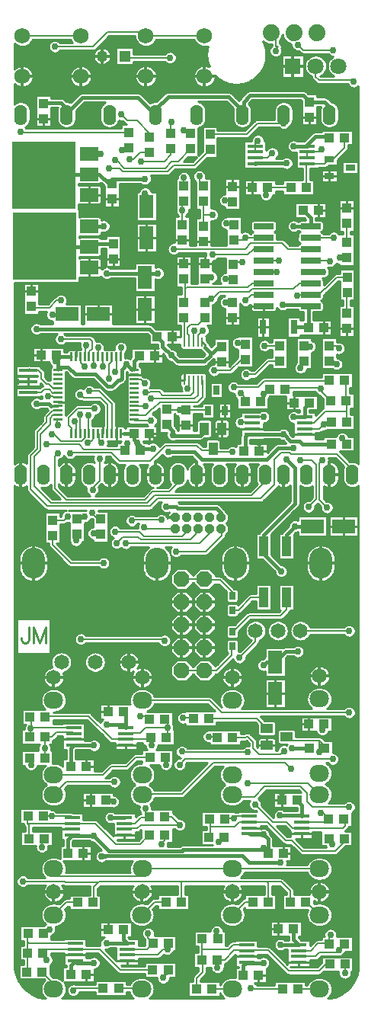
<source format=gtl>
G04 DipTrace 3.2.0.1*
G04 PlancksII_rohm.GTL*
%MOIN*%
G04 #@! TF.FileFunction,Copper,L1,Top*
G04 #@! TF.Part,Single*
%AMOUTLINE0*
4,1,4,
-0.019685,-0.027559,
0.019685,-0.027559,
0.019685,0.027559,
-0.019685,0.027559,
-0.019685,-0.027559,
0*%
%AMOUTLINE1*
4,1,4,
-0.0395,0.0295,
-0.0395,-0.0295,
0.0395,-0.0295,
0.0395,0.0295,
-0.0395,0.0295,
0*%
%AMOUTLINE2*
4,1,4,
-0.0395,0.075,
-0.0395,-0.075,
0.0395,-0.075,
0.0395,0.075,
-0.0395,0.075,
0*%
%AMOUTLINE3*
4,1,4,
-0.004921,-0.019685,
0.004921,-0.019685,
0.004921,0.019685,
-0.004921,0.019685,
-0.004921,-0.019685,
0*%
%AMOUTLINE4*
4,1,4,
0.004921,0.019685,
-0.004921,0.019685,
-0.004921,-0.019685,
0.004921,-0.019685,
0.004921,0.019685,
0*%
%AMOUTLINE5*
4,1,4,
0.043307,-0.011811,
0.043307,0.011811,
-0.043307,0.011811,
-0.043307,-0.011811,
0.043307,-0.011811,
0*%
%AMOUTLINE6*
4,1,8,
0.014159,0.034184,
0.034184,0.014159,
0.034184,-0.014159,
0.014159,-0.034184,
-0.014159,-0.034184,
-0.034184,-0.014159,
-0.034184,0.014159,
-0.014159,0.034184,
0.014159,0.034184,
0*%
%AMOUTLINE7*
4,1,8,
-0.020325,0.008419,
-0.008419,0.020325,
0.008419,0.020325,
0.020325,0.008419,
0.020325,-0.008419,
0.008419,-0.020325,
-0.008419,-0.020325,
-0.020325,-0.008419,
-0.020325,0.008419,
0*%
%AMOUTLINE8*
4,1,4,
-0.01378,0.016732,
-0.01378,-0.016732,
0.01378,-0.016732,
0.01378,0.016732,
-0.01378,0.016732,
0*%
%AMOUTLINE9*
4,1,4,
0.01378,-0.016732,
0.01378,0.016732,
-0.01378,0.016732,
-0.01378,-0.016732,
0.01378,-0.016732,
0*%
%AMOUTLINE10*
4,1,4,
0.027559,-0.019685,
0.027559,0.019685,
-0.027559,0.019685,
-0.027559,-0.019685,
0.027559,-0.019685,
0*%
%AMOUTLINE11*
4,1,4,
0.019685,-0.005,
0.019685,0.005,
-0.019685,0.005,
-0.019685,-0.005,
0.019685,-0.005,
0*%
%AMOUTLINE12*
4,1,4,
0.005,-0.019685,
0.005,0.019685,
-0.005,0.019685,
-0.005,-0.019685,
0.005,-0.019685,
0*%
G04 #@! TA.AperFunction,Conductor*
%ADD10C,0.009843*%
%ADD13C,0.015*%
G04 #@! TA.AperFunction,CopperBalancing*
%ADD14C,0.01*%
G04 #@! TA.AperFunction,Conductor*
%ADD15C,0.007*%
G04 #@! TA.AperFunction,CopperBalancing*
%ADD17C,0.013*%
G04 #@! TA.AperFunction,ComponentPad*
%ADD21C,0.069*%
%ADD22R,0.043307X0.03937*%
%ADD23R,0.03937X0.043307*%
%ADD25R,0.062992X0.100394*%
%ADD27R,0.100394X0.062992*%
%ADD28R,0.03937X0.086614*%
G04 #@! TA.AperFunction,ComponentPad*
%ADD29C,0.065*%
%ADD30O,0.1X0.135*%
%ADD32R,0.025591X0.041339*%
%ADD35R,0.041339X0.025591*%
%ADD36R,0.070866X0.015748*%
G04 #@! TA.AperFunction,ComponentPad*
%ADD39O,0.085X0.075*%
%ADD40C,0.074*%
%ADD45C,0.05*%
%ADD46R,0.05X0.05*%
%ADD48C,0.070866*%
%ADD49R,0.070866X0.070866*%
%ADD50R,0.07874X0.015748*%
G04 #@! TA.AperFunction,ComponentPad*
%ADD54O,0.055X0.09*%
%ADD56R,0.031496X0.062992*%
G04 #@! TA.AperFunction,ViaPad*
%ADD57C,0.03*%
%ADD114C,0.010807*%
%ADD117OUTLINE0*%
%ADD118OUTLINE1*%
%ADD119OUTLINE2*%
%ADD120OUTLINE3*%
%ADD121OUTLINE4*%
%ADD122OUTLINE5*%
G04 #@! TA.AperFunction,ComponentPad*
%ADD123OUTLINE6*%
%ADD124OUTLINE7*%
%ADD125OUTLINE8*%
%ADD126OUTLINE9*%
%ADD127OUTLINE10*%
%ADD128OUTLINE11*%
%ADD129OUTLINE12*%
%FSLAX26Y26*%
G04*
G70*
G90*
G75*
G01*
G04 Top*
%LPD*%
X496025Y3701749D2*
D13*
Y3645203D1*
X545002Y3596227D1*
X596025Y3202000D2*
Y3229071D1*
X598455Y3231500D1*
X646025Y3408500D2*
Y3406000D1*
X581525D1*
X941171Y3162749D2*
D14*
Y3175249D1*
D13*
Y3203644D1*
X962776Y3225249D1*
X882116Y2887159D2*
D14*
X894616D1*
D13*
X937867D1*
X938025Y2887000D1*
X665581Y3221804D2*
D14*
X653081D1*
D13*
X608150D1*
X598455Y3231500D1*
X606525Y3162749D2*
D14*
Y3175249D1*
D13*
Y3178000D1*
Y3223429D1*
X598455Y3231500D1*
X965955Y2812000D2*
Y2832934D1*
X953025Y2845864D1*
X938025Y2860864D1*
Y2887000D1*
X744025Y3702749D2*
X497025D1*
X496025Y3701749D1*
X1319025Y2519750D2*
Y2539148D1*
X1298146Y2560028D1*
X1129998D1*
X1122617Y2567408D1*
X1080432D1*
X1022025Y2821000D2*
X974955D1*
X965955Y2812000D1*
X941171Y3162749D2*
D14*
Y3166000D1*
X931008D1*
D13*
X906903Y3190106D1*
X884924Y3168127D1*
Y3126319D1*
X877364Y3118759D1*
X870212D1*
X843646Y3092193D1*
X822832D1*
X768348Y3146677D1*
X681348D1*
X650025Y3178000D1*
X606525D1*
X848025Y3718000D2*
X759276D1*
X744025Y3702749D1*
Y4021500D2*
X787525D1*
X830025Y3979000D1*
X842025D1*
X994025Y3881000D2*
Y3931500D1*
X987776Y3937749D1*
Y4000249D2*
X842025D1*
Y3979000D1*
X496025Y4020500D2*
X603347D1*
X619025Y4036178D1*
X644090Y4281402D2*
Y4308936D1*
X620025Y4333000D1*
X545525D1*
X544025Y4331500D1*
X644090Y4281402D2*
X637678D1*
X712776Y4356500D1*
X956452D1*
X1031550Y4281402D1*
X1034025D1*
Y4306000D1*
X1088025Y4360000D1*
X1352025D1*
X1415025Y4297000D1*
Y4283668D1*
X1412759Y4281402D1*
X1418025D1*
Y4336749D1*
X1447276Y4366000D1*
X1678275D1*
X1706525Y4337749D1*
X1773276D1*
X1793970Y4317055D1*
Y4281402D1*
X606525Y3005269D2*
D14*
X576756D1*
D13*
X564565Y3017461D1*
X512174D1*
X488025Y3934000D2*
Y4012500D1*
X496025Y4020500D1*
X512174Y3344483D2*
X1005542D1*
X1040025Y3310000D1*
X1322025Y3268000D2*
X1310025D1*
X1283025Y3241000D1*
X1272025D1*
X1250025Y3263000D1*
D10*
Y3275000D1*
X1237776Y3287249D1*
X1272025Y3241000D2*
D13*
Y3227000D1*
X1247025Y3202000D1*
X1130025D1*
X1102853Y3229172D1*
X1064025Y3268000D1*
Y3286000D1*
X1040025Y3310000D1*
X1109025Y2881000D2*
Y2897751D1*
X1081525Y2925251D1*
X1247222Y2908000D2*
Y2897329D1*
X1227893Y2878000D1*
X1106025D1*
X1109025Y2881000D1*
X744025Y4021500D2*
X603347Y4020500D1*
X991073Y4627000D2*
D15*
X1246608D1*
X1247025Y4626583D1*
X823061Y2887159D2*
Y3013965D1*
X794025Y3043000D1*
X719025D1*
X704025Y3058000D1*
X593025Y4579000D2*
X761025D1*
X824025Y4642000D1*
X976073D1*
X991073Y4627000D1*
X1469025Y4118409D2*
Y4144000D1*
Y4156000D1*
X1481025Y4168000D1*
X1559025Y4561000D2*
X1550025D1*
X1568025Y4579000D1*
X1559025D1*
Y4618000D1*
X1538025Y4639000D1*
X1697372Y4092819D2*
Y4118409D1*
X1749435D1*
X1760025Y4129000D1*
X1692205Y3962749D2*
Y4062062D1*
X1697372Y4067228D1*
X1773504D1*
X1794025Y4087749D1*
X1808775D1*
X1859025Y4138000D1*
Y4179571D1*
X1860955Y4181500D1*
X1178721Y3120864D2*
Y3078604D1*
X1174485Y3082840D1*
X1139025Y2989000D2*
X1164025D1*
X1164990Y2989965D1*
X1139025Y2989000D2*
X1084705D1*
X1081525Y2992180D1*
X1164990Y2989965D2*
X1258061D1*
X1262025Y2986000D1*
X744321Y3221804D2*
Y3245688D1*
X755987Y3257354D1*
Y3289747D1*
X745714Y3300020D1*
X618508D1*
Y3469000D2*
X600276D1*
X569025Y3437749D1*
X494025D1*
X489990Y3441785D1*
X941171Y3005269D2*
X988531D1*
Y3065218D2*
X1005491D1*
X1011200Y3070927D1*
X1048380D1*
X1064339Y3054967D1*
X1186848D1*
X1199025Y3067144D1*
Y3120244D1*
X1198406Y3120864D1*
X941171Y2965899D2*
X989924D1*
X1019025Y2995000D1*
X1022025D1*
X1051871Y3024845D1*
X1216294D1*
X1238025Y3046576D1*
Y3120614D1*
X1237776Y3120864D1*
X1218091D2*
Y3052717D1*
X1204537Y3039163D1*
X1014351D1*
Y2944000D2*
X943385D1*
X941171Y2946214D1*
X450574Y4626749D2*
X706109D1*
X706527Y4626332D1*
X743025Y3073000D2*
X785025D1*
X842025Y3016000D1*
Y2887879D1*
X842746Y2887159D1*
X1575276Y3270429D2*
X1517596D1*
X1517025Y3271000D1*
X1511025D1*
X1425276Y3744000D2*
X1506525D1*
X1375276Y3733320D2*
X1414596D1*
X1425276Y3744000D1*
X1791811Y3271214D2*
X1823062D1*
X1835025Y3259251D1*
X1812776Y3744000D2*
X1711250D1*
X1837956Y3655000D2*
X1869025D1*
Y3656500D1*
X1711250Y3494000D2*
X1746697D1*
X1775276Y3522579D1*
Y3519000D1*
X1825276Y3569000D1*
X1869027D1*
X1871241Y3571214D1*
X1711250Y3494000D2*
X1657563D1*
X1652703Y3489139D1*
X1709518Y3267373D2*
X1705676Y3271214D1*
X1683741D1*
X1427025Y3277929D2*
X1394025D1*
Y3283000D1*
X1412776Y3637749D2*
X1381525D1*
X1371241Y3627465D1*
X1506525Y3494000D2*
X1452432D1*
X1427025Y3468593D1*
X724636Y2887159D2*
Y2868610D1*
X710025Y2854000D1*
X620025D1*
X590174Y2883852D1*
X580578D1*
X707025Y1987000D2*
X1067025D1*
X1073025Y1981000D1*
X1154025Y1642000D2*
X1196025D1*
X1198561Y1639465D1*
X1506525Y3694000D2*
X1462776D1*
X1437776Y3669000D1*
X1281525D1*
Y3844000D2*
X1244025D1*
Y3794000D1*
Y3844000D2*
Y3902070D1*
X1711250Y3694000D2*
X1612776D1*
X1587776Y3719000D1*
X1450276D1*
X1425276Y3694000D1*
X1112775D1*
X1150276Y3862749D2*
Y3895820D1*
X1156525Y3902070D1*
X1150276Y3862749D2*
Y3800249D1*
X1250276Y3460930D2*
X1260957D1*
X1277025Y3476999D1*
Y3571000D2*
X1258525D1*
X1250276Y3562751D1*
X1277025Y3476999D2*
X1283275D1*
X1312776Y3506500D1*
X1444025D1*
X1456525Y3519000D1*
X1637776D1*
X1662776Y3544000D1*
X1711250D1*
X1506525D2*
X1456527D1*
X1437776Y3525249D1*
X1169025D1*
X1162776Y3519000D1*
Y3467181D1*
X1156525Y3460930D1*
X1162776Y3519000D2*
Y3556500D1*
X1156525Y3562751D1*
X1006525Y4183680D2*
Y4201500D1*
X952025Y4256000D1*
X910025D1*
X884025Y4282000D1*
X1157025Y4213000D2*
X1151025Y4207000D1*
X1181525D1*
Y4198680D1*
X1187776D1*
X1271241Y4196465D2*
X1431490D1*
X1479025Y4244000D1*
X1594025D1*
X882116Y3221804D2*
Y3262159D1*
X881525Y3262749D1*
X903741Y2405833D2*
X1224609D1*
X1275276Y2456500D1*
Y2469750D1*
X1269025D1*
X862431Y3221804D2*
Y3162138D1*
X856186Y3155892D1*
X857025Y2458000D2*
X883025D1*
X881525Y2456500D1*
X963525D1*
X983025Y2437000D1*
X1149527D1*
X1162776Y2450249D1*
Y2463501D1*
X1169025Y2469750D1*
X842746Y3221804D2*
Y3202720D1*
X829857Y3189832D1*
Y3126273D1*
X863025Y2407000D2*
X890025Y2434000D1*
X956025D1*
X968025Y2422000D1*
X1187025D1*
X1211025Y2446000D1*
Y2461750D1*
X1219025Y2469750D1*
X941171Y3123379D2*
X968571D1*
X985973Y3105978D1*
X1124025Y2371000D2*
X1253025D1*
X1322025Y2440000D1*
Y2466750D1*
X1319025Y2469750D1*
X764006Y2887159D2*
Y2865980D1*
X752025Y2854000D1*
X746025D1*
X737025Y2845000D1*
X722783Y2523125D2*
X713839Y2514181D1*
X689025D1*
X704951Y3221804D2*
X707407D1*
Y3195340D1*
X723338Y3179409D1*
X830025Y4048000D2*
X875025D1*
X890025Y4033000D1*
X1085025D1*
X1112025Y4060000D1*
X1201705D1*
X1271241Y4129535D1*
X724636Y3221804D2*
Y3255860D1*
X730272Y3261496D1*
Y3273675D1*
X856525Y4081749D2*
X862776D1*
X896525Y4048000D1*
X1076025D1*
X1103525Y4075500D1*
X1131525D1*
X1187776Y4131751D1*
X764006Y3221804D2*
Y3181736D1*
X919025Y4088000D2*
X937776D1*
X966527Y4116751D1*
X1006525D1*
X783691Y3221804D2*
Y3260584D1*
X781525Y3262749D1*
X887776Y4125500D2*
X904525D1*
X917025Y4138000D1*
X803376Y3221804D2*
Y3180814D1*
X968025Y4078000D2*
X1073025D1*
X1100276Y4105251D1*
Y4131751D1*
X582200Y2507440D2*
X631934D1*
X647893Y2523399D1*
X740025Y2968000D2*
Y2891454D1*
X744321Y2887159D1*
X793885Y2511945D2*
Y2521490D1*
X774014D1*
X755002Y2540501D1*
X758025Y2641000D2*
Y2650000D1*
X788025Y2680000D1*
Y2776000D1*
X797025Y2845000D2*
X785025D1*
Y2885824D1*
X783691Y2887159D1*
X1794025Y3119000D2*
Y3116524D1*
X1508294D1*
X1481532Y3089761D1*
X1374714D1*
X1370025Y2806000D2*
X1300010D1*
X1284624Y2821386D1*
X685266Y2887159D2*
Y2946373D1*
X678123Y2939230D1*
X659025Y2800000D2*
X662025Y2803000D1*
X839025D1*
X875025Y2767000D1*
X1010025D1*
X1076025Y2833000D1*
X1214025D1*
X1235025Y2812000D1*
X1295025D1*
X1289025Y2806000D1*
X1300010D1*
X1456525Y2932909D2*
Y2935000D1*
X1405570D1*
Y3061852D2*
X1440532Y3026890D1*
X1425783D1*
X1471025Y2024000D2*
Y1977000D1*
X1400025Y1906000D1*
X1375276Y3800249D2*
X1350276D1*
X1344025Y3806500D1*
X1337776Y3906500D2*
X1362776D1*
X1369025Y3900251D1*
X1659872Y624659D2*
X1711684D1*
X1742025Y655000D1*
X1790025D1*
X1793025Y652000D1*
Y688000D1*
X1799025Y694000D1*
X1862025Y526000D2*
Y565000D1*
X1370955Y1558000D2*
X1427025D1*
X1430025Y1561000D1*
X1436025D1*
X1460025Y1537000D1*
Y1510000D1*
X1487025Y1483000D1*
X1580025D1*
X1595025Y1498000D1*
X917025Y4204929D2*
X445596D1*
X444025Y4206500D1*
X1456525Y2958500D2*
X1504525D1*
X1505882Y2959857D1*
Y3058348D2*
X1505025D1*
Y3039203D1*
X1492712Y3026890D1*
X1505882Y3058348D2*
Y3054035D1*
X1533347Y3081500D1*
X1869025Y3412749D2*
Y3502070D1*
X1871241Y3504285D1*
X1506525Y3644000D2*
X1573025D1*
X1574025Y3643000D1*
X1469025Y1264000D2*
X1547025Y1186000D1*
X1607025D1*
X1631457Y1161568D1*
X1672372D1*
X1852594D1*
X1862025Y1171000D1*
Y1194749D1*
X1856525Y1200249D1*
X1869025Y2935249D2*
Y2983000D1*
Y3027180D1*
X1867205Y3029000D1*
Y3112749D1*
X1860955Y3119000D1*
X1684872Y2932909D2*
X1724935D1*
X1775025Y2983000D1*
X1869025D1*
Y2841500D2*
Y2847000D1*
X1850025Y2866000D1*
X1769025Y2926000D2*
X1779901Y2936875D1*
X1781527Y2935249D1*
X1802096D1*
X1757025Y3082000D2*
Y3072251D1*
X1800276Y3029000D1*
X1757025Y3082000D2*
Y3088000D1*
X1593776D1*
X1600276Y3081500D1*
X1684872Y2907319D2*
X1750344D1*
X1769025Y2926000D1*
X1880025Y2023000D2*
X1666025D1*
X1667025Y2024000D1*
X1444025Y1187159D2*
X1401184D1*
X1379025Y1165000D1*
X1274025D1*
Y1195249D1*
X1269025Y1200249D1*
X1274025Y1165000D2*
Y1128429D1*
X1266811Y1121215D1*
X1858741Y1114965D2*
Y1098715D1*
X1820025Y1060000D1*
X1676025D1*
X1631025Y1105000D1*
X1604025D1*
X1523025Y1186000D1*
X1445184D1*
X1444025Y1187159D1*
X1589025Y457000D2*
X1454025D1*
X1451025Y460000D1*
X1376025Y1204000D2*
X1339705D1*
X1335955Y1200249D1*
X1444025Y1212749D2*
X1384775D1*
X1376025Y1204000D1*
X1333741Y1121215D2*
X1332241D1*
X1310025Y1099000D1*
X1075275Y1468999D2*
Y1441751D1*
X1079025Y1438000D1*
X1085025Y1600000D2*
Y1626180D1*
X1073456Y1637749D1*
X1085025Y1600000D2*
Y1561820D1*
X1079704Y1556499D1*
X1085025Y1600000D2*
X989025D1*
X965025Y1576000D1*
X904964D1*
X903623Y1574659D1*
X1869025Y3723429D2*
Y3806500D1*
X548955Y1561000D2*
X581025D1*
X599025Y1579000D1*
X670935D1*
X675276Y1574659D1*
X548955Y1468000D2*
Y1510000D1*
Y1561000D1*
X1624096Y838000D2*
X1619025D1*
X1622025Y841000D1*
Y886000D1*
X1583025Y925000D1*
X1519825D1*
X1145955D1*
X785025D1*
X782504Y922479D1*
X764025Y904000D1*
Y840071D1*
X758955Y835000D1*
X782504Y922479D2*
X640546D1*
X635025Y928000D1*
X452025D1*
X548025Y1510000D2*
X548955D1*
X1145955Y838000D2*
Y925000D1*
X1526025Y838000D2*
Y918799D1*
X1519825Y925000D1*
X1711250Y3644000D2*
X1792025D1*
X1796025Y3640000D1*
X1835025Y627071D2*
X1859955Y652000D1*
X1659872Y599068D2*
X1734094D1*
X1751025Y616000D1*
X1823955D1*
X1835025Y627071D1*
X903623Y1549068D2*
X1005344D1*
X1012775Y1556499D1*
Y1525251D1*
X1016025Y1522000D1*
X965025Y1651000D2*
X993276D1*
X1006527Y1637749D1*
X903623Y1549068D2*
X841957D1*
X740025Y1651000D1*
X554025D1*
X551025Y1648000D1*
X1302490Y583715D2*
Y551535D1*
X1304025Y550000D1*
X1301025Y709000D2*
Y678929D1*
X1304705Y675249D1*
X1302490Y583715D2*
X1334741D1*
X1376025Y625000D1*
X1431184D1*
X1431525Y624659D1*
X1795096Y565000D2*
X1778025D1*
X1748025Y535000D1*
X1616025D1*
X1526025Y625000D1*
X1431867D1*
X1212776Y456500D2*
Y503751D1*
X1238025Y529000D1*
Y581251D1*
X1235561Y583715D1*
Y635231D1*
Y673034D1*
X1237776Y675249D1*
X1431525Y650249D2*
X1371275D1*
X1352025Y631000D1*
X1239792D1*
X1235561Y635231D1*
X1711250Y3594000D2*
X1766025D1*
X1808025Y1462000D2*
X1163025D1*
X1139025Y1438000D1*
Y1174000D2*
X968025D1*
X953025Y1159000D1*
X893691D1*
X897372Y1155319D1*
X1073025Y1210000D2*
X1103025D1*
X1139025Y1174000D1*
X1100276Y4198680D2*
Y4246251D1*
X1103025Y4249000D1*
X1097025Y4531000D2*
X905525D1*
X899025Y4537500D1*
X669025Y1180909D2*
X473935D1*
X473025Y1180000D1*
Y1210499D1*
X475276Y1212749D1*
X479311Y1114965D2*
Y1173714D1*
X473025Y1180000D1*
X1006096Y1129000D2*
X1004025D1*
X965025Y1090000D1*
X860025D1*
X770025Y1180000D1*
X669935D1*
X669025Y1180909D1*
X542205Y1212749D2*
X577895D1*
X662776D1*
X669025Y1206500D1*
X536025Y1078000D2*
Y1104749D1*
X546241Y1114965D1*
X804311Y458715D2*
X681741D1*
X674025Y451000D1*
X1369025Y3460930D2*
X1340025D1*
Y3562749D2*
X1369027D1*
X1371241Y3560535D1*
X675276Y1600249D2*
X491275D1*
X488025Y1597000D1*
Y1644071D1*
X484096Y1648000D1*
X488025Y1597000D2*
X486136Y1595110D1*
Y1565110D1*
X482025Y1561000D1*
X488025Y1438000D2*
Y1462000D1*
X482025Y1468000D1*
X909872Y605319D2*
X1041344D1*
X1067025Y631000D1*
X1085025D1*
X1148025Y1495000D2*
X1151025Y1492000D1*
X1436025D1*
X1562025Y3594000D2*
X1506525D1*
X1085025Y631000D2*
Y654071D1*
X1088955Y658000D1*
X1625276Y3962749D2*
X1523455D1*
Y3937429D1*
X1517025Y3931000D1*
X1544025Y4114000D2*
X1523025Y4093000D1*
X1469207D1*
X1469025Y4092819D1*
X539990Y614965D2*
Y600035D1*
X557025Y583000D1*
X569025Y718000D2*
X559956D1*
X542205Y700249D1*
X681525Y630909D2*
X555935D1*
X539990Y614965D1*
X1021096Y541000D2*
X878025D1*
X788025Y631000D1*
X681616D1*
X681525Y630909D1*
Y656500D2*
X480525D1*
X473863Y663163D1*
X473025Y664000D1*
Y697999D1*
X475276Y700249D1*
X473863Y663163D2*
Y615766D1*
X473061Y614965D1*
Y533714D1*
X470847Y531500D1*
X1218091Y3287249D2*
Y3315899D1*
X1240385Y3338193D1*
X1225276Y4012749D2*
Y3987748D1*
X1244025Y3968999D1*
X1198406Y3287249D2*
Y3339302D1*
X1202209Y3335499D1*
X1156525Y4006500D2*
Y3968999D1*
X1655025Y4588000D2*
X1679025Y4564000D1*
X1811025D1*
X1178721Y3287249D2*
Y3318097D1*
X1173395Y3323423D1*
Y3349831D1*
X1187520Y3363955D1*
X1220230D1*
X1250276Y3394001D1*
X1751025Y1492000D2*
Y1540000D1*
X1748025Y1543000D1*
X1751025D1*
X1772955Y1521071D1*
Y1510000D1*
X1763025Y1591000D2*
Y1615000D1*
X1769955D1*
X1748025Y1543000D2*
X1623238D1*
X1606640Y1559598D1*
X1159036Y3287249D2*
Y3391491D1*
X1156525Y3394001D1*
X1265490Y1639465D2*
X1477561D1*
X1520025Y1597000D1*
X1088025Y541000D2*
Y526000D1*
X1067025Y505000D1*
X1001025Y700000D2*
Y679000D1*
X1022025Y658000D1*
X909872Y630909D2*
X994935D1*
X1022025Y658000D1*
X1147776Y1850251D2*
X1247776D1*
X1299276D1*
X1367025Y1918000D1*
Y1954500D1*
X1369025Y1956500D1*
Y2177366D2*
Y2192000D1*
X1316025Y2245000D1*
X1253027D1*
X1247776Y2250251D1*
X1147776D1*
X1369025Y2114374D2*
X1395399D1*
X1450025Y2169000D1*
X1506525D1*
X1369025Y2019492D2*
Y2016000D1*
X1442025Y2089000D1*
X1580025D1*
X1607025Y2116000D1*
Y2168500D1*
X1606525Y2169000D1*
X606525Y3084009D2*
X585016D1*
X566025Y3103000D1*
X557025D1*
X533025Y3127000D1*
Y3151000D1*
X521025Y3163000D1*
X485025D1*
X479025Y3169000D1*
Y3165013D1*
X476025Y3162013D1*
X761550Y2449692D2*
X789209D1*
X793885Y2445016D1*
X582200Y2440510D2*
Y2399825D1*
X662025Y2320000D1*
X806025D1*
X587776Y1394000D2*
X804025D1*
X839025Y1429000D1*
X905025D1*
X947025Y1471000D1*
X1006344D1*
X1008346Y1468999D1*
X606525Y3064324D2*
X583701D1*
X569025Y3079000D1*
X545025D1*
X533025Y3067000D1*
X476025D1*
X1265025Y1561000D2*
X1301025D1*
X1304025Y1558000D1*
X1791811Y3204285D2*
X1811741D1*
X1826025Y3190000D1*
X1763025Y2770000D2*
X1751025Y2758000D1*
Y2596000D1*
X1784025Y2563000D1*
X1880025Y1252000D2*
X1721025D1*
X1697025Y1276000D1*
Y1312000D1*
X1667025Y1342000D1*
X1511025D1*
X1466025Y1297000D1*
X1379025D1*
X1369025Y1307000D1*
X1575276Y3203500D2*
X1527288D1*
X1468788Y3145000D1*
X1430025D1*
X1436025Y1357000D2*
X1700276D1*
X1750276Y1307000D1*
X1683741Y3204285D2*
Y3190135D1*
X1667850Y3174244D1*
Y2770000D2*
X1715025D1*
X1736025Y2749000D1*
Y2599000D1*
X1703025Y2566000D1*
X1626525Y1418500D2*
X1598025Y1447000D1*
X1286025D1*
X1148025Y1309000D1*
X977275D1*
X975275Y1307000D1*
X1427025Y3211000D2*
Y3207253D1*
X1404993D1*
X1360739Y3163000D1*
X1289025D1*
X1057987Y2508761D2*
X932365D1*
X928746Y2505142D1*
X854025Y1363000D2*
X643776D1*
X587776Y1307000D1*
X1733775Y4493749D2*
Y4446251D1*
X1748025Y4432000D1*
X1895025D1*
X1901025Y4426000D1*
X1880025Y1666000D2*
X1322025D1*
X1268025Y1720000D1*
X976276D1*
X975276Y1719000D1*
X1750275Y456000D2*
X1655025D1*
Y457000D1*
X686025Y2419000D2*
Y2444252D1*
X689025Y2447252D1*
X1369025Y456000D2*
X1280205D1*
X1279705Y456500D1*
X587776Y456000D2*
Y481500D1*
X537776Y531500D1*
X871241Y458715D2*
X969310D1*
X972025Y456000D1*
X587776Y982000D2*
Y949000D1*
X975275D1*
Y982000D1*
X1369025D1*
X1750276D1*
X606525Y2985584D2*
X583243D1*
X557839Y2960180D1*
Y2936975D1*
X515508Y2894644D1*
Y2820975D1*
X485025Y2790492D1*
Y2644000D1*
X560649Y2568377D1*
X1009402D1*
X1043025Y2602000D1*
X1493025D1*
X1553025Y2662000D1*
Y2773000D1*
X1583025Y2803000D1*
X1619025D1*
X1625025Y2797000D1*
X1826025D1*
X1892025Y2731000D1*
Y2708543D1*
X1893970Y2706598D1*
X1512759D2*
Y2675734D1*
X1454025Y2617000D1*
X1031025D1*
X996884Y2582858D1*
X576167D1*
X503025Y2656000D1*
Y2786547D1*
X529087Y2812609D1*
Y2884887D1*
X572200Y2928000D1*
Y2954390D1*
X582810Y2965000D1*
X607424D1*
X606525Y2965899D1*
X1131550Y2706598D2*
Y2692000D1*
X1127025D1*
Y2665000D1*
X1094025Y2632000D1*
X1019025D1*
X985088Y2598063D1*
X641315D1*
X593025Y2646353D1*
Y2787378D1*
X606906Y2801259D1*
Y2922745D2*
X602025D1*
Y2941714D1*
X606525Y2946214D1*
X665581Y2887159D2*
Y2910445D1*
X653025Y2923000D1*
Y2956022D1*
X693859Y2996856D1*
X756170D1*
X758025Y2995000D1*
X767025D1*
X704951Y2887159D2*
X703054D1*
Y2969882D1*
X1119025Y2469750D2*
X992375D1*
X984136Y2477990D1*
X908025Y2842000D2*
Y2803000D1*
X899025Y2812000D1*
Y2818000D1*
X719025D1*
X698596Y2838429D1*
X555260D1*
X563025Y3049000D2*
X584025D1*
X588386Y3044639D1*
X606525D1*
X1672372Y1187159D2*
X1776506D1*
X1789596Y1200249D1*
X1791811Y1114965D2*
Y1103214D1*
X1805025Y1090000D1*
X1757025Y1225000D2*
X1764846D1*
X1789596Y1200249D1*
X1073025Y1129000D2*
Y1105000D1*
X1058025Y1090000D1*
X989025Y1246000D2*
Y1227071D1*
X1006096Y1210000D1*
X897372Y1180909D2*
X941935D1*
X968025Y1207000D1*
X1003096D1*
X1006096Y1210000D1*
X1691025Y838000D2*
X1693275D1*
X1750275Y781000D1*
X1459096Y838000D2*
X1426025D1*
X1369025Y781000D1*
X1079025Y838000D2*
X1029025D1*
X972025Y781000D1*
X692025Y835000D2*
X641776D1*
X587776Y781000D1*
X1606525Y2393803D2*
D13*
Y2444000D1*
X1644025Y2481500D1*
X1719025D1*
X1637776Y2958500D2*
X1684872D1*
X1637776Y3794000D2*
X1711250D1*
X1637776Y4144000D2*
X1697372D1*
X744025Y4111500D2*
X794025D1*
X806525Y3794000D2*
X745276D1*
X744025Y3792749D1*
X819025Y3587749D2*
X969027D1*
X987776Y3569000D1*
X1637776Y2823249D2*
X1570275D1*
X1520025Y2773000D1*
X1235025D1*
X1202025Y2806000D1*
X1088025D1*
X1044025Y3587749D2*
X1006525D1*
X987776Y3569000D1*
X1684872Y2958500D2*
Y2999846D1*
X1706525Y3021500D1*
X1711250Y3794000D2*
Y3829776D1*
X1679025Y3862000D1*
X897372Y1206500D2*
X836025D1*
X818025Y1612000D2*
X891872D1*
X903623Y1600249D1*
Y1657583D1*
X892205Y1669000D1*
X815025Y1282000D2*
X842025D1*
X848025Y1276000D1*
X818025Y658000D2*
X908372D1*
X909872Y656500D1*
X893025Y718000D2*
Y673346D1*
X909872Y656500D1*
X1659872Y650249D2*
X1580025D1*
X1577025Y1216000D2*
X1669121D1*
X1672372Y1212749D1*
Y1261654D1*
X1652025Y1282000D1*
X1706025Y1510000D2*
X1631025D1*
X797025Y1035657D2*
X812368D1*
X809025Y1039000D1*
X1412025D1*
X1442025Y1009000D1*
X1580025D1*
X1637025Y721000D2*
Y673096D1*
X1659872Y650249D1*
X1697372Y4144000D2*
Y4150346D1*
X1733025Y4186000D1*
X1789525D1*
X1794025Y4181500D1*
X1506525Y2393803D2*
Y2444000D1*
X1644025Y2581500D1*
Y2736000D1*
X1607025Y2773000D1*
X1592025Y2883500D2*
X1458297D1*
X1456525Y2881728D1*
X1588902Y3450249D2*
X1705000D1*
X1711250Y3444000D1*
X1606713Y4069000D2*
X1470797D1*
X1469025Y4067228D1*
X1456525Y2881728D2*
X1433754D1*
X1425276Y2873251D1*
Y2814180D1*
X1420096Y2809000D1*
X1592025Y2883500D2*
Y2885500D1*
X1623525Y2854000D1*
X1664025D1*
X1676525Y2841500D1*
X1802096D1*
X1702096Y3349000D2*
Y3434846D1*
X1711250Y3444000D1*
X675276Y1523478D2*
X762548D1*
X764025Y1522000D1*
Y1126000D2*
X672754D1*
X669025Y1129728D1*
X764025Y571000D2*
X690254D1*
X681525Y579728D1*
X662776Y519000D2*
Y560979D1*
X681525Y579728D1*
X650276Y1050249D2*
Y1110979D1*
X669025Y1129728D1*
X662776Y1431500D2*
Y1510978D1*
X675276Y1523478D1*
X1556525Y1888045D2*
X1520070D1*
X1505025Y1873000D1*
Y1132000D2*
X1448003D1*
X1444025Y1135978D1*
X1525096Y1051000D2*
Y1111929D1*
X1501048Y1135978D1*
X1444025D1*
X1505025Y571000D2*
X1434003D1*
X1431525Y573478D1*
X1417096Y517000D2*
Y559049D1*
X1431525Y573478D1*
X1505025Y1072000D2*
Y1066000D1*
X1154025D1*
X1148025Y1060000D1*
X830025D1*
X764025Y1126000D1*
X1506525Y2393803D2*
Y2360500D1*
X1583025Y2284000D1*
X1655025Y1933000D2*
X1601481D1*
X1556525Y1888045D1*
X1637955Y3352929D2*
X1698167D1*
X1702096Y3349000D1*
D57*
X545002Y3596227D3*
X596025Y3202000D3*
X581525Y3406000D3*
X1080432Y2567408D3*
X1022025Y2821000D3*
X906903Y3190106D3*
X953025Y2845864D3*
X987776Y3937749D3*
Y4000249D3*
X619025Y4036178D3*
X512174Y3017461D3*
X488025Y3934000D3*
X512174Y3344483D3*
X1109025Y2881000D3*
X1102853Y3229172D3*
X1109025Y2881000D3*
X512174Y3017461D3*
X704025Y3058000D3*
X593025Y4579000D3*
X1481025Y4168000D3*
X1559025Y4561000D3*
X1760025Y4129000D3*
X1174485Y3082840D3*
X1139025Y2989000D3*
D3*
X618508Y3300020D3*
Y3469000D3*
X988531Y3005269D3*
Y3065218D3*
X1014351Y3039163D3*
Y2944000D3*
X743025Y3073000D3*
X1511025Y3271000D3*
X1425276Y3744000D3*
D3*
X1835025Y3259251D3*
X1812776Y3744000D3*
X1837956Y3655000D3*
X1652703Y3489139D3*
X1709518Y3267373D3*
X1394025Y3283000D3*
X1412776Y3637749D3*
X1427025Y3468593D3*
X580578Y2883852D3*
X707025Y1987000D3*
X1073025Y1981000D3*
X1154025Y1642000D3*
X1281525Y3669000D3*
Y3844000D3*
X1112775Y3694000D3*
X1150276Y3862749D3*
D3*
X1277025Y3476999D3*
Y3571000D3*
X884025Y4282000D3*
X1157025Y4213000D3*
X1594025Y4244000D3*
X881525Y3262749D3*
X903741Y2405833D3*
X856186Y3155892D3*
X857025Y2458000D3*
X829857Y3126273D3*
X863025Y2407000D3*
X985973Y3105978D3*
X1124025Y2371000D3*
X737025Y2845000D3*
X722783Y2523125D3*
X723338Y3179409D3*
X830025Y4048000D3*
X730272Y3273675D3*
X856525Y4081749D3*
X764006Y3181736D3*
X919025Y4088000D3*
X781525Y3262749D3*
X887776Y4125500D3*
X803376Y3180814D3*
X968025Y4078000D3*
X647893Y2523399D3*
X740025Y2968000D3*
X755002Y2540501D3*
X758025Y2641000D3*
X788025Y2776000D3*
X797025Y2845000D3*
X1374714Y3089761D3*
X1370025Y2806000D3*
X678123Y2939230D3*
X659025Y2800000D3*
X1405570Y2935000D3*
Y3061852D3*
X1400025Y1906000D3*
X1405570Y2935000D3*
X1344025Y3806500D3*
X1337776Y3906500D3*
X1799025Y694000D3*
X1862025Y526000D3*
X1595025Y1498000D3*
X444025Y4206500D3*
X1505882Y2959857D3*
Y3058348D3*
D3*
X1574025Y3643000D3*
X1469025Y1264000D3*
X1850025Y2866000D3*
X1769025Y2926000D3*
X1757025Y3082000D3*
D3*
X1769025Y2926000D3*
X1880025Y2023000D3*
X1451025Y460000D3*
X1376025Y1204000D3*
D3*
X1310025Y1099000D3*
X1079025Y1438000D3*
X1085025Y1600000D3*
D3*
D3*
X452025Y928000D3*
X548025Y1510000D3*
X1796025Y3640000D3*
X1835025Y627071D3*
X1016025Y1522000D3*
X965025Y1651000D3*
X1304025Y550000D3*
X1301025Y709000D3*
X1766025Y3594000D3*
X1808025Y1462000D3*
X1139025Y1438000D3*
Y1174000D3*
D3*
X1103025Y4249000D3*
X1097025Y4531000D3*
X536025Y1078000D3*
X577895Y1212749D3*
X674025Y451000D3*
X577895Y1212749D3*
X1340025Y3460930D3*
Y3562749D3*
X486569Y1595543D3*
X488025Y1438000D3*
X1085025Y631000D3*
X1148025Y1495000D3*
X1436025Y1492000D3*
X1562025Y3594000D3*
X1517025Y3931000D3*
X1544025Y4114000D3*
X557025Y583000D3*
X569025Y718000D3*
X1240385Y3338193D3*
X1225276Y4012749D3*
X1202209Y3335499D3*
X1156525Y4006500D3*
X1655025Y4588000D3*
X1811025Y4564000D3*
X1751025Y1492000D3*
X1763025Y1591000D3*
X1067025Y505000D3*
X1001025Y700000D3*
X761550Y2449692D3*
X806025Y2320000D3*
X1265025Y1561000D3*
X1826025Y3190000D3*
X1763025Y2770000D3*
X1784025Y2563000D3*
X1880025Y1252000D3*
X1430025Y3145000D3*
X1436025Y1357000D3*
X1667850Y3174244D3*
Y2770000D3*
X1703025Y2566000D3*
X1626525Y1418500D3*
X1289025Y3163000D3*
X1057987Y2508761D3*
X928746Y2505142D3*
X854025Y1363000D3*
X1901025Y4426000D3*
X1880025Y1666000D3*
X686025Y2419000D3*
X606906Y2801259D3*
Y2922745D3*
X767025Y2995000D3*
X703054Y2969882D3*
X984136Y2477990D3*
X908025Y2842000D3*
X555260Y2838429D3*
X563025Y3049000D3*
X1805025Y1090000D3*
X1757025Y1225000D3*
X1058025Y1090000D3*
X989025Y1246000D3*
X1637776Y2958500D3*
X1644025Y2481500D3*
X1637776Y3794000D3*
Y4144000D3*
X794025Y4111500D3*
X806525Y3794000D3*
X819025Y3587749D3*
X1088025Y2806000D3*
X1044025Y3587749D3*
X1637776Y2823249D3*
X836025Y1206500D3*
X818025Y1612000D3*
X848025Y1276000D3*
X818025Y658000D3*
X836025Y1206500D3*
X1580025Y650249D3*
X1577025Y1216000D3*
X1644025Y2481500D3*
X1631025Y1510000D3*
X797025Y1035657D3*
X1580025Y1009000D3*
X1607025Y2773000D3*
X1592025Y2883500D3*
X1588902Y3450249D3*
X1606713Y4069000D3*
X1592025Y2883500D3*
X764025Y1522000D3*
Y1126000D3*
Y571000D3*
X1505025Y1873000D3*
Y1132000D3*
Y571000D3*
Y1072000D3*
X764025Y1126000D3*
X1583025Y2284000D3*
X1655025Y1933000D3*
X1262025Y2647000D3*
X1580025Y2623000D3*
X1307025Y2983000D3*
X1685025Y2623000D3*
X560025Y2641000D3*
X653205Y2636131D3*
X840960Y2509898D3*
X833853Y2638303D3*
X720649Y2182786D3*
X767241Y2185573D3*
X812638Y2184777D3*
X524031Y2951336D3*
X1195712Y3170909D3*
X1143584Y3237055D3*
X1542369Y2987766D3*
X1021878Y3656753D3*
X1102119Y3375912D3*
X1196025Y1114000D3*
X869025Y994000D3*
X1586025Y1312000D3*
X884025Y1468000D3*
X1295025Y2878000D3*
X1487025Y2845000D3*
X821025Y3529000D3*
X737025Y3862000D3*
X1148025Y748000D3*
X599025Y544000D3*
X1613025Y1138000D3*
X1364025Y3325000D3*
X827025Y3838000D3*
X929025Y3385000D3*
X953025Y3310000D3*
X878025Y3307000D3*
X1100025Y2770000D3*
X797025Y2956000D3*
X671025Y3040000D3*
X767025Y3106000D3*
X998025Y3172000D3*
X427636Y3114071D3*
X1037025Y2860000D3*
X1076025Y3658000D3*
X830587Y4623656D2*
D14*
X942298D1*
X820704Y4613787D2*
X944036D1*
X1582658D2*
X1593392D1*
X493693Y4603919D2*
X578392D1*
X607658D2*
X663197D1*
X810841D2*
X948099D1*
X1034044D2*
X1203822D1*
X1576935D2*
X1600833D1*
X486583Y4594050D2*
X567943D1*
X800978D2*
X955306D1*
X1026837D2*
X1210872D1*
X1508654D2*
X1514232D1*
X1576935D2*
X1614232D1*
X416036Y4584181D2*
X427611D1*
X473536D2*
X564095D1*
X791115D2*
X968607D1*
X1013536D2*
X1223744D1*
X1512306D2*
X1541126D1*
X1585119D2*
X1625892D1*
X416036Y4574312D2*
X564017D1*
X781232D2*
X787095D1*
X810958D2*
X859622D1*
X938419D2*
X1259974D1*
X1515079D2*
X1532943D1*
X1585255D2*
X1629134D1*
X416056Y4564444D2*
X567630D1*
X827384D2*
X859622D1*
X938419D2*
X1258001D1*
X1517033D2*
X1529837D1*
X1588224D2*
X1638158D1*
X416056Y4554575D2*
X577533D1*
X608517D2*
X763626D1*
X834415D2*
X859622D1*
X938419D2*
X1080189D1*
X1113869D2*
X1256829D1*
X1518224D2*
X1530365D1*
X1587697D2*
X1663548D1*
X416056Y4544706D2*
X760306D1*
X837736D2*
X859622D1*
X1122892D2*
X1256400D1*
X1518654D2*
X1534759D1*
X1583283D2*
X1789193D1*
X416056Y4534837D2*
X759720D1*
X838341D2*
X859622D1*
X1126173D2*
X1256712D1*
X1518341D2*
X1546986D1*
X1571076D2*
X1583939D1*
X1683615D2*
X1706380D1*
X1761173D2*
X1806380D1*
X416076Y4524969D2*
X761732D1*
X836329D2*
X859622D1*
X1125783D2*
X1257786D1*
X1517267D2*
X1583939D1*
X1683615D2*
X1695228D1*
X1772326D2*
X1795228D1*
X416076Y4515100D2*
X766829D1*
X831212D2*
X859622D1*
X1121564D2*
X1259642D1*
X1515411D2*
X1583939D1*
X1683615D2*
X1688867D1*
X1778693D2*
X1788861D1*
X416076Y4505231D2*
X777201D1*
X820841D2*
X859622D1*
X938419D2*
X1084095D1*
X1109962D2*
X1262298D1*
X1512755D2*
X1583939D1*
X416076Y4495362D2*
X436966D1*
X464279D2*
X692865D1*
X720197D2*
X976576D1*
X1005665D2*
X1232474D1*
X1509220D2*
X1583939D1*
X482833Y4485493D2*
X674310D1*
X738751D2*
X958607D1*
X1023634D2*
X1214505D1*
X1504767D2*
X1583939D1*
X491544Y4475625D2*
X665599D1*
X747462D2*
X950033D1*
X1032208D2*
X1205931D1*
X1499240D2*
X1583939D1*
X1780119D2*
X1787435D1*
X496564Y4465756D2*
X660599D1*
X752462D2*
X945091D1*
X1037150D2*
X1200990D1*
X1492501D2*
X1583939D1*
X1683615D2*
X1692767D1*
X1774786D2*
X1792767D1*
X499044Y4455887D2*
X658099D1*
X754962D2*
X942650D1*
X1039572D2*
X1198568D1*
X1484279D2*
X1583939D1*
X1683615D2*
X1701927D1*
X1765607D2*
X1801927D1*
X499415Y4446018D2*
X657728D1*
X755314D2*
X942337D1*
X1039904D2*
X1198255D1*
X1295802D2*
X1300892D1*
X1474161D2*
X1583939D1*
X1683615D2*
X1715872D1*
X497716Y4436150D2*
X659427D1*
X753615D2*
X944095D1*
X1038146D2*
X1199994D1*
X1294044D2*
X1313704D1*
X1461349D2*
X1719232D1*
X493693Y4426281D2*
X663451D1*
X749611D2*
X948177D1*
X1034064D2*
X1204076D1*
X1289962D2*
X1331068D1*
X1443986D2*
X1728841D1*
X486564Y4416412D2*
X670579D1*
X742482D2*
X955404D1*
X1026837D2*
X1211302D1*
X1282736D2*
X1360931D1*
X1414122D2*
X1740501D1*
X416134Y4406543D2*
X427767D1*
X473478D2*
X683665D1*
X729376D2*
X968763D1*
X1013478D2*
X1224661D1*
X1269376D2*
X1879329D1*
X416134Y4396675D2*
X1920033D1*
X416134Y4386806D2*
X1444290D1*
X1681251D2*
X1920033D1*
X416134Y4376937D2*
X707396D1*
X961818D2*
X1074779D1*
X1365275D2*
X1427650D1*
X1697892D2*
X1920033D1*
X416154Y4367068D2*
X692786D1*
X976447D2*
X1064544D1*
X1375509D2*
X1417786D1*
X1740607D2*
X1920033D1*
X416154Y4357199D2*
X509935D1*
X578107D2*
X682923D1*
X986310D2*
X1054661D1*
X1385392D2*
X1407923D1*
X1781915D2*
X1920033D1*
X416154Y4347331D2*
X509935D1*
X636251D2*
X673040D1*
X996173D2*
X1044798D1*
X1794259D2*
X1920033D1*
X416154Y4337462D2*
X429447D1*
X458732D2*
X509935D1*
X1006056D2*
X1016908D1*
X1227384D2*
X1343997D1*
X1449298D2*
X1579329D1*
X1608615D2*
X1672435D1*
X1808615D2*
X1920033D1*
X474240Y4327593D2*
X509935D1*
X714435D2*
X801400D1*
X1242911D2*
X1353880D1*
X1442911D2*
X1563822D1*
X1624122D2*
X1672435D1*
X1824122D2*
X1920033D1*
X481408Y4317724D2*
X509935D1*
X704552D2*
X794232D1*
X1250079D2*
X1363744D1*
X1450079D2*
X1556654D1*
X1631290D2*
X1672435D1*
X1831290D2*
X1920033D1*
X485001Y4307856D2*
X509935D1*
X578107D2*
X603177D1*
X694689D2*
X790638D1*
X1253673D2*
X1371849D1*
X1453673D2*
X1553060D1*
X1634884D2*
X1672435D1*
X1740607D2*
X1753060D1*
X1834884D2*
X1920033D1*
X485997Y4297987D2*
X509935D1*
X578107D2*
X602181D1*
X685997D2*
X789642D1*
X1254650D2*
X1370853D1*
X1454650D2*
X1552064D1*
X1635880D2*
X1672435D1*
X1740607D2*
X1752064D1*
X1835880D2*
X1920033D1*
X485997Y4288118D2*
X509935D1*
X578107D2*
X602181D1*
X685997D2*
X789642D1*
X1254650D2*
X1370853D1*
X1454650D2*
X1552064D1*
X1635880D2*
X1672435D1*
X1740607D2*
X1752064D1*
X1835880D2*
X1920033D1*
X485997Y4278249D2*
X509935D1*
X578107D2*
X602181D1*
X685997D2*
X789642D1*
X1254650D2*
X1370853D1*
X1454650D2*
X1552064D1*
X1635880D2*
X1672435D1*
X1740607D2*
X1752064D1*
X1835880D2*
X1920033D1*
X485997Y4268381D2*
X509935D1*
X578107D2*
X602181D1*
X685997D2*
X789642D1*
X1254650D2*
X1370853D1*
X1454650D2*
X1552064D1*
X1635880D2*
X1672435D1*
X1740607D2*
X1752064D1*
X1835880D2*
X1920033D1*
X485626Y4258512D2*
X509935D1*
X578107D2*
X602552D1*
X685626D2*
X790013D1*
X1254298D2*
X1371224D1*
X1454298D2*
X1469369D1*
X1635509D2*
X1672435D1*
X1740607D2*
X1752435D1*
X1835509D2*
X1920033D1*
X483029Y4248643D2*
X509935D1*
X578107D2*
X605150D1*
X683029D2*
X792611D1*
X870490D2*
X892474D1*
X1251701D2*
X1373802D1*
X1451701D2*
X1458753D1*
X1632911D2*
X1672435D1*
X1740607D2*
X1755033D1*
X1832911D2*
X1920033D1*
X477365Y4238774D2*
X509935D1*
X578107D2*
X610814D1*
X677365D2*
X798275D1*
X864826D2*
X882943D1*
X1246036D2*
X1379486D1*
X1627247D2*
X1672435D1*
X1740607D2*
X1760697D1*
X1827247D2*
X1920033D1*
X466251Y4228906D2*
X621927D1*
X666251D2*
X809388D1*
X853712D2*
X882943D1*
X1305333D2*
X1390599D1*
X1619083D2*
X1771810D1*
X1816134D2*
X1920033D1*
X1221857Y4219037D2*
X1237161D1*
X1305333D2*
X1429154D1*
X1478966D2*
X1579486D1*
X1608576D2*
X1920033D1*
X1221857Y4209168D2*
X1237161D1*
X1469103D2*
X1757982D1*
X1897013D2*
X1920033D1*
X1221857Y4199299D2*
X1237161D1*
X1459220D2*
X1715775D1*
X1897013D2*
X1920033D1*
X1221857Y4189430D2*
X1237161D1*
X1449357D2*
X1461380D1*
X1500665D2*
X1705892D1*
X1897013D2*
X1920033D1*
X1221857Y4179562D2*
X1237161D1*
X1305333D2*
X1454095D1*
X1507970D2*
X1696029D1*
X1897013D2*
X1920033D1*
X1221857Y4169693D2*
X1237161D1*
X1305333D2*
X1451673D1*
X1510372D2*
X1624681D1*
X1650880D2*
X1686165D1*
X1897013D2*
X1920033D1*
X1221857Y4159824D2*
X1237161D1*
X1305333D2*
X1419193D1*
X1518849D2*
X1613197D1*
X1897013D2*
X1920033D1*
X1221857Y4149955D2*
X1237161D1*
X1305333D2*
X1419193D1*
X1518849D2*
X1609017D1*
X1897013D2*
X1920033D1*
X1221857Y4140087D2*
X1237161D1*
X1305333D2*
X1419193D1*
X1518849D2*
X1531790D1*
X1556251D2*
X1608646D1*
X1876935D2*
X1920033D1*
X1221857Y4130218D2*
X1237161D1*
X1305333D2*
X1419193D1*
X1568341D2*
X1611947D1*
X1875021D2*
X1920033D1*
X1221857Y4120349D2*
X1237161D1*
X1305333D2*
X1419193D1*
X1572716D2*
X1621048D1*
X1866271D2*
X1920033D1*
X1221857Y4110480D2*
X1227289D1*
X1305333D2*
X1419193D1*
X1573204D2*
X1647533D1*
X1856408D2*
X1920033D1*
X1305333Y4100612D2*
X1419193D1*
X1570079D2*
X1647533D1*
X1846544D2*
X1920033D1*
X1171661Y4090743D2*
X1207552D1*
X1257345D2*
X1419193D1*
X1561329D2*
X1587435D1*
X1625978D2*
X1647533D1*
X1836661D2*
X1920033D1*
X1161798Y4080874D2*
X1197669D1*
X1247482D2*
X1419193D1*
X1633517D2*
X1647533D1*
X1829103D2*
X1920033D1*
X1237619Y4071005D2*
X1419193D1*
X1636036D2*
X1647533D1*
X1829103D2*
X1849505D1*
X1227736Y4061136D2*
X1419193D1*
X1635001D2*
X1647533D1*
X1792306D2*
X1849505D1*
X1217872Y4051268D2*
X1419193D1*
X1629904D2*
X1647533D1*
X1780060D2*
X1849505D1*
X1118322Y4041399D2*
X1599017D1*
X1614396D2*
X1674310D1*
X1710099D2*
X1849505D1*
X1108458Y4031530D2*
X1142103D1*
X1170939D2*
X1202982D1*
X1247579D2*
X1674310D1*
X1710099D2*
X1758958D1*
X1829103D2*
X1849505D1*
X1098595Y4021661D2*
X1131517D1*
X1181544D2*
X1197318D1*
X1253244D2*
X1674310D1*
X1710099D2*
X1758958D1*
X1829103D2*
X1920033D1*
X1014728Y4011793D2*
X1127630D1*
X1185431D2*
X1195892D1*
X1254669D2*
X1674310D1*
X1710099D2*
X1758958D1*
X1829103D2*
X1920033D1*
X1017130Y4001924D2*
X1122435D1*
X1190607D2*
X1198021D1*
X1278107D2*
X1334935D1*
X1403107D2*
X1674310D1*
X1710099D2*
X1758958D1*
X1829103D2*
X1920033D1*
X1015978Y3992055D2*
X1122435D1*
X1190607D2*
X1204818D1*
X1278107D2*
X1334935D1*
X1403107D2*
X1420482D1*
X1559513D2*
X1589232D1*
X1728263D2*
X1758958D1*
X1829103D2*
X1920033D1*
X1010685Y3982186D2*
X1122435D1*
X1190607D2*
X1208314D1*
X1278107D2*
X1334935D1*
X1403107D2*
X1420482D1*
X1559513D2*
X1589232D1*
X1728263D2*
X1920033D1*
X791701Y3972318D2*
X806146D1*
X876115D2*
X981634D1*
X993908D2*
X1122435D1*
X1190607D2*
X1209935D1*
X1278107D2*
X1334935D1*
X1403107D2*
X1420482D1*
X1728263D2*
X1920033D1*
X797853Y3962449D2*
X807943D1*
X876115D2*
X972767D1*
X1002794D2*
X1122435D1*
X1190607D2*
X1209935D1*
X1278107D2*
X1334935D1*
X1403107D2*
X1420482D1*
X1728263D2*
X1920033D1*
X797931Y3952580D2*
X807943D1*
X876115D2*
X962552D1*
X1012990D2*
X1122435D1*
X1190607D2*
X1209935D1*
X1278107D2*
X1334935D1*
X1403107D2*
X1420482D1*
X1728263D2*
X1920033D1*
X797931Y3942711D2*
X807943D1*
X876115D2*
X948138D1*
X1039923D2*
X1122435D1*
X1190607D2*
X1209935D1*
X1278107D2*
X1334935D1*
X1403107D2*
X1420482D1*
X1559513D2*
X1589232D1*
X1728263D2*
X1920033D1*
X797931Y3932843D2*
X807943D1*
X876115D2*
X948138D1*
X1039923D2*
X1122435D1*
X1190607D2*
X1209935D1*
X1278107D2*
X1326165D1*
X1403107D2*
X1420482D1*
X1559513D2*
X1589232D1*
X1728263D2*
X1920033D1*
X797931Y3922974D2*
X807943D1*
X876115D2*
X948138D1*
X1039923D2*
X1122435D1*
X1190607D2*
X1209935D1*
X1278107D2*
X1313646D1*
X1403107D2*
X1488783D1*
X1545275D2*
X1920033D1*
X797931Y3913105D2*
X807943D1*
X876115D2*
X948138D1*
X1039923D2*
X1122435D1*
X1190607D2*
X1209935D1*
X1278107D2*
X1309154D1*
X1403107D2*
X1493978D1*
X1540079D2*
X1920033D1*
X797931Y3903236D2*
X807943D1*
X876115D2*
X948138D1*
X1039923D2*
X1122435D1*
X1190607D2*
X1209935D1*
X1278107D2*
X1308568D1*
X1403107D2*
X1510052D1*
X1524005D2*
X1834935D1*
X1903107D2*
X1920033D1*
X794767Y3893367D2*
X807943D1*
X876115D2*
X948138D1*
X1039923D2*
X1122435D1*
X1190607D2*
X1209935D1*
X1278107D2*
X1311595D1*
X1403107D2*
X1642962D1*
X1782013D2*
X1834935D1*
X1903107D2*
X1920033D1*
X697423Y3883499D2*
X807943D1*
X876115D2*
X948138D1*
X1039923D2*
X1122435D1*
X1190607D2*
X1209935D1*
X1278107D2*
X1320111D1*
X1403107D2*
X1642962D1*
X1782013D2*
X1834935D1*
X1903107D2*
X1920033D1*
X697423Y3873630D2*
X948138D1*
X1039923D2*
X1122435D1*
X1190607D2*
X1209935D1*
X1278107D2*
X1334935D1*
X1403107D2*
X1642962D1*
X1782013D2*
X1834935D1*
X1903107D2*
X1920033D1*
X700431Y3863761D2*
X948138D1*
X1039923D2*
X1120892D1*
X1179650D2*
X1226126D1*
X1302931D2*
X1642962D1*
X1782013D2*
X1834935D1*
X1903107D2*
X1920033D1*
X700431Y3853892D2*
X948138D1*
X1039923D2*
X1122298D1*
X1178263D2*
X1226126D1*
X1309142D2*
X1642962D1*
X1782013D2*
X1834935D1*
X1903107D2*
X1920033D1*
X700431Y3844024D2*
X948138D1*
X1039923D2*
X1127923D1*
X1172619D2*
X1226126D1*
X1310919D2*
X1642962D1*
X1782013D2*
X1834935D1*
X1903107D2*
X1920033D1*
X790685Y3834155D2*
X948138D1*
X1039923D2*
X1116185D1*
X1184357D2*
X1226126D1*
X1309161D2*
X1336556D1*
X1409357D2*
X1642962D1*
X1782013D2*
X1834935D1*
X1903107D2*
X1920033D1*
X797775Y3824286D2*
X948138D1*
X1039923D2*
X1116185D1*
X1184357D2*
X1209935D1*
X1302970D2*
X1320892D1*
X1409357D2*
X1686185D1*
X1733146D2*
X1834935D1*
X1903107D2*
X1920033D1*
X827267Y3814417D2*
X1116185D1*
X1184357D2*
X1209935D1*
X1278107D2*
X1315755D1*
X1409357D2*
X1451947D1*
X1561095D2*
X1617044D1*
X1765822D2*
X1834935D1*
X1903107D2*
X1920033D1*
X833888Y3804549D2*
X948138D1*
X1039923D2*
X1116185D1*
X1184357D2*
X1209935D1*
X1278107D2*
X1314701D1*
X1409357D2*
X1448822D1*
X1564240D2*
X1610404D1*
X1768966D2*
X1834935D1*
X1903107D2*
X1920033D1*
X835919Y3794680D2*
X948138D1*
X1039923D2*
X1116185D1*
X1184357D2*
X1209935D1*
X1278107D2*
X1317201D1*
X1409357D2*
X1448822D1*
X1564240D2*
X1608392D1*
X1768966D2*
X1834935D1*
X1903107D2*
X1920033D1*
X834396Y3784811D2*
X948138D1*
X1039923D2*
X1116185D1*
X1184357D2*
X1209935D1*
X1278107D2*
X1324701D1*
X1409357D2*
X1448822D1*
X1564240D2*
X1609896D1*
X1768966D2*
X1834935D1*
X1903107D2*
X1920033D1*
X828576Y3774942D2*
X948138D1*
X1039923D2*
X1116185D1*
X1184357D2*
X1209935D1*
X1278107D2*
X1341185D1*
X1409357D2*
X1450951D1*
X1562111D2*
X1615716D1*
X1766837D2*
X1834935D1*
X1903107D2*
X1920033D1*
X797931Y3765073D2*
X948138D1*
X1039923D2*
X1116185D1*
X1184357D2*
X1209935D1*
X1278107D2*
X1341185D1*
X1445314D2*
X1452533D1*
X1560509D2*
X1657259D1*
X1765236D2*
X1792728D1*
X1832814D2*
X1851126D1*
X1886935D2*
X1920033D1*
X795236Y3755205D2*
X948138D1*
X1039923D2*
X1116185D1*
X1184357D2*
X1209935D1*
X1278107D2*
X1341185D1*
X1564240D2*
X1653548D1*
X1903107D2*
X1920033D1*
X787404Y3745336D2*
X813939D1*
X882111D2*
X948138D1*
X1039923D2*
X1116185D1*
X1184357D2*
X1209935D1*
X1278107D2*
X1341185D1*
X1564240D2*
X1653548D1*
X1903107D2*
X1920033D1*
X882111Y3735467D2*
X948138D1*
X1039923D2*
X1116185D1*
X1184357D2*
X1209935D1*
X1278107D2*
X1341185D1*
X1592579D2*
X1653548D1*
X1903107D2*
X1920033D1*
X882111Y3725598D2*
X948138D1*
X1039923D2*
X1116185D1*
X1184357D2*
X1209935D1*
X1278107D2*
X1341185D1*
X1606076D2*
X1655267D1*
X1903107D2*
X1920033D1*
X882111Y3715730D2*
X948138D1*
X1039923D2*
X1093490D1*
X1184357D2*
X1209935D1*
X1278107D2*
X1341185D1*
X1615939D2*
X1657923D1*
X1903107D2*
X1920033D1*
X882111Y3705861D2*
X948138D1*
X1039923D2*
X1085970D1*
X1903107D2*
X1920033D1*
X797931Y3695992D2*
X813939D1*
X882111D2*
X948138D1*
X1039923D2*
X1083451D1*
X1903107D2*
X1920033D1*
X797931Y3686123D2*
X813939D1*
X882111D2*
X948138D1*
X1039923D2*
X1084486D1*
X1903107D2*
X1920033D1*
X797931Y3676255D2*
X813939D1*
X882111D2*
X1089603D1*
X1135939D2*
X1253060D1*
X1903107D2*
X1920033D1*
X796036Y3666386D2*
X813939D1*
X882111D2*
X1105150D1*
X1120411D2*
X1252240D1*
X1903107D2*
X1920033D1*
X700431Y3656517D2*
X813939D1*
X882111D2*
X1122435D1*
X1190607D2*
X1216185D1*
X1903107D2*
X1920033D1*
X797189Y3646648D2*
X813939D1*
X882111D2*
X1122435D1*
X1190607D2*
X1216185D1*
X1300040D2*
X1337161D1*
X1903107D2*
X1920033D1*
X797931Y3636780D2*
X813939D1*
X882111D2*
X1122435D1*
X1190607D2*
X1216185D1*
X1284357D2*
X1337161D1*
X1903107D2*
X1920033D1*
X797931Y3626911D2*
X813939D1*
X882111D2*
X941888D1*
X1033673D2*
X1122435D1*
X1190607D2*
X1216185D1*
X1284357D2*
X1337161D1*
X1822228D2*
X1832767D1*
X1903107D2*
X1920033D1*
X797931Y3617042D2*
X813939D1*
X882111D2*
X941888D1*
X1033673D2*
X1122435D1*
X1190607D2*
X1216185D1*
X1284357D2*
X1337161D1*
X1813751D2*
X1920033D1*
X1065744Y3607173D2*
X1122435D1*
X1190607D2*
X1216185D1*
X1284357D2*
X1337161D1*
X1792189D2*
X1920033D1*
X1071779Y3597304D2*
X1122435D1*
X1190607D2*
X1216185D1*
X1288732D2*
X1337161D1*
X1795236D2*
X1837161D1*
X1905333D2*
X1920033D1*
X1073419Y3587436D2*
X1122435D1*
X1190607D2*
X1216185D1*
X1301193D2*
X1324994D1*
X1794650D2*
X1837161D1*
X1905333D2*
X1920033D1*
X1071544Y3577567D2*
X1122435D1*
X1190607D2*
X1216185D1*
X1305665D2*
X1314798D1*
X1790197D2*
X1808939D1*
X1905333D2*
X1920033D1*
X700431Y3567698D2*
X797904D1*
X1065138D2*
X1122435D1*
X1190607D2*
X1216185D1*
X1777736D2*
X1799076D1*
X1905333D2*
X1920033D1*
X700431Y3557829D2*
X941888D1*
X1033673D2*
X1122435D1*
X1190607D2*
X1216185D1*
X1303185D2*
X1311048D1*
X1768810D2*
X1789212D1*
X1905333D2*
X1920033D1*
X700431Y3547961D2*
X941888D1*
X1033673D2*
X1122435D1*
X1190607D2*
X1216185D1*
X1294630D2*
X1314779D1*
X1768966D2*
X1779329D1*
X1829142D2*
X1837161D1*
X1905333D2*
X1920033D1*
X416544Y3538092D2*
X455911D1*
X524083D2*
X941888D1*
X1033673D2*
X1122435D1*
X1819259D2*
X1837161D1*
X1905333D2*
X1920033D1*
X416564Y3528223D2*
X455911D1*
X524083D2*
X941888D1*
X1033673D2*
X1122435D1*
X1809396D2*
X1837161D1*
X1905333D2*
X1920033D1*
X416564Y3518354D2*
X455911D1*
X524083D2*
X941888D1*
X1033673D2*
X1144876D1*
X1799533D2*
X1837161D1*
X1905333D2*
X1920033D1*
X416564Y3508486D2*
X455911D1*
X524083D2*
X941888D1*
X1033673D2*
X1144876D1*
X1789669D2*
X1837161D1*
X1905333D2*
X1920033D1*
X416564Y3498617D2*
X455911D1*
X524083D2*
X1144876D1*
X1776212D2*
X1837161D1*
X1905333D2*
X1920033D1*
X416583Y3488748D2*
X455911D1*
X524083D2*
X597103D1*
X639923D2*
X941888D1*
X1033673D2*
X1122435D1*
X1319923D2*
X1333294D1*
X1768966D2*
X1837161D1*
X1905333D2*
X1920033D1*
X416583Y3478879D2*
X455911D1*
X524083D2*
X585247D1*
X646134D2*
X941888D1*
X1033673D2*
X1122435D1*
X1310060D2*
X1317025D1*
X1768536D2*
X1837161D1*
X1905333D2*
X1920033D1*
X416583Y3469010D2*
X455911D1*
X524083D2*
X575384D1*
X647911D2*
X941888D1*
X1033673D2*
X1122435D1*
X1305275D2*
X1311790D1*
X1757990D2*
X1851126D1*
X1886935D2*
X1920033D1*
X416583Y3459142D2*
X455911D1*
X524083D2*
X565521D1*
X646134D2*
X941888D1*
X1033673D2*
X1122435D1*
X1300119D2*
X1310677D1*
X1768536D2*
X1851126D1*
X1886935D2*
X1920033D1*
X416603Y3449273D2*
X455911D1*
X710626D2*
X719232D1*
X848419D2*
X941888D1*
X1033673D2*
X1122435D1*
X1284357D2*
X1313119D1*
X1768966D2*
X1851126D1*
X1886935D2*
X1920033D1*
X416603Y3439404D2*
X455911D1*
X710626D2*
X719232D1*
X848419D2*
X941888D1*
X1033673D2*
X1122435D1*
X1284357D2*
X1320501D1*
X1403107D2*
X1448822D1*
X1768966D2*
X1834935D1*
X1903107D2*
X1920033D1*
X416603Y3429535D2*
X455911D1*
X710626D2*
X719232D1*
X848419D2*
X941888D1*
X1033673D2*
X1122435D1*
X1284357D2*
X1334935D1*
X1403107D2*
X1449076D1*
X1768693D2*
X1834935D1*
X1903107D2*
X1920033D1*
X416603Y3419667D2*
X455911D1*
X524083D2*
X555638D1*
X710626D2*
X719232D1*
X848419D2*
X941888D1*
X1033673D2*
X1122435D1*
X1284357D2*
X1334935D1*
X1403107D2*
X1457454D1*
X1555607D2*
X1662181D1*
X1760333D2*
X1834935D1*
X1903107D2*
X1920033D1*
X416622Y3409798D2*
X455911D1*
X524083D2*
X552376D1*
X710626D2*
X719232D1*
X848419D2*
X941888D1*
X1033673D2*
X1122435D1*
X1284357D2*
X1334935D1*
X1403107D2*
X1680189D1*
X1724005D2*
X1834935D1*
X1903107D2*
X1920033D1*
X416622Y3399929D2*
X552786D1*
X710626D2*
X719232D1*
X848419D2*
X941888D1*
X1033673D2*
X1122435D1*
X1284357D2*
X1334935D1*
X1403107D2*
X1680189D1*
X1724005D2*
X1834935D1*
X1903107D2*
X1920033D1*
X416622Y3390060D2*
X557025D1*
X710626D2*
X719232D1*
X848419D2*
X941888D1*
X1033673D2*
X1122435D1*
X1284357D2*
X1334935D1*
X1403107D2*
X1473939D1*
X1534240D2*
X1607806D1*
X1668107D2*
X1680189D1*
X1724005D2*
X1834935D1*
X1903107D2*
X1920033D1*
X416622Y3380192D2*
X568665D1*
X710626D2*
X719232D1*
X848419D2*
X941888D1*
X1033673D2*
X1122435D1*
X1284357D2*
X1334935D1*
X1403107D2*
X1473939D1*
X1534240D2*
X1607806D1*
X1805079D2*
X1834935D1*
X1903107D2*
X1920033D1*
X416642Y3370323D2*
X499388D1*
X524962D2*
X581419D1*
X710626D2*
X719232D1*
X848419D2*
X941888D1*
X1033673D2*
X1122435D1*
X1284357D2*
X1334935D1*
X1403107D2*
X1473939D1*
X1534240D2*
X1607806D1*
X1805079D2*
X1834935D1*
X1903107D2*
X1920033D1*
X416642Y3360454D2*
X487689D1*
X1020021D2*
X1122435D1*
X1284357D2*
X1334935D1*
X1403107D2*
X1473939D1*
X1534240D2*
X1607806D1*
X1805079D2*
X1834935D1*
X1903107D2*
X1920033D1*
X416642Y3350585D2*
X483431D1*
X1030001D2*
X1141126D1*
X1266935D2*
X1473939D1*
X1534240D2*
X1607806D1*
X1805079D2*
X1834935D1*
X1903107D2*
X1920033D1*
X416642Y3340717D2*
X483021D1*
X1269669D2*
X1473939D1*
X1534240D2*
X1607806D1*
X1805079D2*
X1834935D1*
X1903107D2*
X1920033D1*
X416661Y3330848D2*
X486263D1*
X1268810D2*
X1473939D1*
X1534240D2*
X1607806D1*
X1805079D2*
X1834935D1*
X1903107D2*
X1920033D1*
X416661Y3320979D2*
X495228D1*
X529122D2*
X598353D1*
X638673D2*
X998490D1*
X1263966D2*
X1473939D1*
X1534240D2*
X1607806D1*
X1805079D2*
X1834935D1*
X1903107D2*
X1920033D1*
X416661Y3311110D2*
X591361D1*
X759533D2*
X1003978D1*
X1256427D2*
X1388978D1*
X1461115D2*
X1473939D1*
X1534240D2*
X1607806D1*
X1668107D2*
X1834935D1*
X1903107D2*
X1920033D1*
X416661Y3301241D2*
X589134D1*
X769376D2*
X1003978D1*
X1257091D2*
X1287943D1*
X1356115D2*
X1371263D1*
X1461115D2*
X1541185D1*
X1609357D2*
X1649661D1*
X1717833D2*
X1757728D1*
X1825900D2*
X1920033D1*
X416681Y3291373D2*
X590462D1*
X773810D2*
X1003978D1*
X1260568D2*
X1287943D1*
X1356115D2*
X1365892D1*
X1461115D2*
X1490247D1*
X1531818D2*
X1541185D1*
X1609357D2*
X1649661D1*
X1725704D2*
X1757728D1*
X1825900D2*
X1920033D1*
X416681Y3281504D2*
X595970D1*
X641036D2*
X701966D1*
X803849D2*
X859193D1*
X903849D2*
X1003978D1*
X1268146D2*
X1287943D1*
X1356115D2*
X1364661D1*
X1461115D2*
X1483646D1*
X1609357D2*
X1649661D1*
X1735158D2*
X1757728D1*
X1853673D2*
X1920033D1*
X416681Y3271635D2*
X700951D1*
X809494D2*
X853548D1*
X909494D2*
X1042122D1*
X1090939D2*
X1139720D1*
X1271954D2*
X1283099D1*
X1356115D2*
X1367005D1*
X1461115D2*
X1481634D1*
X1609357D2*
X1649661D1*
X1738595D2*
X1757728D1*
X1861583D2*
X1920033D1*
X416681Y3261766D2*
X495482D1*
X634513D2*
X703490D1*
X810900D2*
X852142D1*
X910900D2*
X1043079D1*
X1100822D2*
X1141029D1*
X1356115D2*
X1374173D1*
X1461115D2*
X1483177D1*
X1609357D2*
X1649661D1*
X1738361D2*
X1757728D1*
X1864318D2*
X1920033D1*
X416701Y3251898D2*
X495482D1*
X634513D2*
X651146D1*
X908771D2*
X926732D1*
X1120880D2*
X1231322D1*
X1356115D2*
X1392943D1*
X1461115D2*
X1489017D1*
X1533048D2*
X1541185D1*
X1609357D2*
X1649661D1*
X1734337D2*
X1757728D1*
X1863458D2*
X1920033D1*
X416701Y3242029D2*
X495482D1*
X901954D2*
X926732D1*
X1129181D2*
X1240443D1*
X1356115D2*
X1392943D1*
X1461115D2*
X1541185D1*
X1609357D2*
X1649661D1*
X1723341D2*
X1757728D1*
X1858615D2*
X1920033D1*
X416701Y3232160D2*
X495482D1*
X901525D2*
X926732D1*
X1132091D2*
X1246634D1*
X1356115D2*
X1392943D1*
X1461115D2*
X1541185D1*
X1609357D2*
X1649661D1*
X1717833D2*
X1757728D1*
X1844552D2*
X1920033D1*
X416701Y3222291D2*
X495482D1*
X901525D2*
X926732D1*
X1065763D2*
X1074290D1*
X1356115D2*
X1392943D1*
X1461115D2*
X1541185D1*
X1609357D2*
X1649661D1*
X1717833D2*
X1757728D1*
X1825900D2*
X1920033D1*
X416720Y3212423D2*
X495482D1*
X1065763D2*
X1078919D1*
X1356115D2*
X1385267D1*
X1461115D2*
X1511302D1*
X1609357D2*
X1649661D1*
X1717833D2*
X1757728D1*
X1844454D2*
X1920033D1*
X416720Y3202554D2*
X495482D1*
X1065763D2*
X1091947D1*
X1278146D2*
X1287943D1*
X1356115D2*
X1375384D1*
X1461115D2*
X1501439D1*
X1609357D2*
X1649661D1*
X1717833D2*
X1757728D1*
X1852501D2*
X1920033D1*
X416720Y3192685D2*
X568197D1*
X1065763D2*
X1108783D1*
X1268263D2*
X1287943D1*
X1356115D2*
X1365521D1*
X1461115D2*
X1491576D1*
X1609357D2*
X1645247D1*
X1717833D2*
X1757728D1*
X1855294D2*
X1920033D1*
X416720Y3182816D2*
X422264D1*
X529786D2*
X574076D1*
X963068D2*
X1120736D1*
X1256329D2*
X1267689D1*
X1461115D2*
X1481712D1*
X1531505D2*
X1541185D1*
X1609357D2*
X1639779D1*
X1717833D2*
X1757728D1*
X1854494D2*
X1920033D1*
X416740Y3172948D2*
X422267D1*
X535978D2*
X573490D1*
X974201D2*
X1261419D1*
X1395587D2*
X1423978D1*
X1436076D2*
X1471829D1*
X1521642D2*
X1541185D1*
X1609357D2*
X1638470D1*
X1717833D2*
X1757728D1*
X1849728D2*
X1920033D1*
X416740Y3163079D2*
X422267D1*
X545841D2*
X572435D1*
X975255D2*
X1259622D1*
X1385724D2*
X1407122D1*
X1452931D2*
X1461966D1*
X1511759D2*
X1640736D1*
X1694962D2*
X1815990D1*
X1836076D2*
X1920033D1*
X416740Y3153210D2*
X422267D1*
X550783D2*
X573236D1*
X974454D2*
X1148724D1*
X1248087D2*
X1261361D1*
X1375841D2*
X1401829D1*
X1501896D2*
X1647767D1*
X1687931D2*
X1920033D1*
X416740Y3143341D2*
X422267D1*
X550919D2*
X572435D1*
X640607D2*
X654134D1*
X975255D2*
X1140013D1*
X1256798D2*
X1267533D1*
X1310529D2*
X1400677D1*
X1492033D2*
X1757962D1*
X1897013D2*
X1920033D1*
X416759Y3133472D2*
X422271D1*
X551447D2*
X573255D1*
X639806D2*
X663997D1*
X994083D2*
X1139720D1*
X1257091D2*
X1403079D1*
X1482169D2*
X1757962D1*
X1897013D2*
X1920033D1*
X416759Y3123604D2*
X422271D1*
X561329D2*
X572435D1*
X640607D2*
X760872D1*
X1009240D2*
X1139720D1*
X1257091D2*
X1410345D1*
X1449708D2*
X1490482D1*
X1897013D2*
X1920033D1*
X416759Y3113735D2*
X422271D1*
X639786D2*
X770736D1*
X902619D2*
X907926D1*
X1014298D2*
X1139720D1*
X1257091D2*
X1358490D1*
X1390939D2*
X1480599D1*
X1897013D2*
X1920033D1*
X416759Y3103866D2*
X422271D1*
X640607D2*
X780599D1*
X893029D2*
X907083D1*
X1015294D2*
X1139720D1*
X1257091D2*
X1272240D1*
X1326622D2*
X1349056D1*
X1897013D2*
X1920033D1*
X416779Y3093997D2*
X422239D1*
X529786D2*
X536244D1*
X639767D2*
X722904D1*
X763146D2*
X790462D1*
X876017D2*
X907943D1*
X1012716D2*
X1141810D1*
X1255919D2*
X1272240D1*
X1326622D2*
X1345638D1*
X1897013D2*
X1920033D1*
X416779Y3084129D2*
X422239D1*
X640607D2*
X691888D1*
X866134D2*
X907083D1*
X1059923D2*
X1145111D1*
X1255919D2*
X1272240D1*
X1326622D2*
X1345872D1*
X1885099D2*
X1920033D1*
X416779Y3074260D2*
X422239D1*
X639747D2*
X679740D1*
X855372D2*
X907962D1*
X1069943D2*
X1146419D1*
X1255919D2*
X1272240D1*
X1326622D2*
X1349915D1*
X1885099D2*
X1920033D1*
X416779Y3064391D2*
X422239D1*
X640607D2*
X675345D1*
X818536D2*
X907083D1*
X1255919D2*
X1272240D1*
X1326622D2*
X1360951D1*
X1636329D2*
X1733744D1*
X1885099D2*
X1920033D1*
X416798Y3054522D2*
X422242D1*
X639728D2*
X674837D1*
X828400D2*
X907982D1*
X1255919D2*
X1272240D1*
X1326622D2*
X1377122D1*
X1742579D2*
X1748845D1*
X1903263D2*
X1920033D1*
X416798Y3044654D2*
X502982D1*
X521369D2*
X533958D1*
X640607D2*
X677962D1*
X838263D2*
X907083D1*
X1255822D2*
X1272240D1*
X1326622D2*
X1381966D1*
X1531759D2*
X1603548D1*
X1742579D2*
X1759720D1*
X1903263D2*
X1920033D1*
X416798Y3034785D2*
X488665D1*
X639708D2*
X686673D1*
X848146D2*
X907982D1*
X1251134D2*
X1389720D1*
X1528771D2*
X1603548D1*
X1742579D2*
X1764232D1*
X1903263D2*
X1920033D1*
X416798Y3024916D2*
X483763D1*
X640607D2*
X787201D1*
X857384D2*
X907083D1*
X1241271D2*
X1389720D1*
X1528771D2*
X1603548D1*
X1742579D2*
X1764232D1*
X1903263D2*
X1920033D1*
X416818Y3015047D2*
X482884D1*
X639728D2*
X745911D1*
X788146D2*
X797083D1*
X859923D2*
X907962D1*
X1289220D2*
X1309642D1*
X1364025D2*
X1389720D1*
X1528771D2*
X1603548D1*
X1742579D2*
X1764232D1*
X1903263D2*
X1920033D1*
X416818Y3005178D2*
X485560D1*
X640607D2*
X677279D1*
X794533D2*
X805169D1*
X859923D2*
X907083D1*
X1289220D2*
X1309642D1*
X1364025D2*
X1389720D1*
X1528771D2*
X1603548D1*
X1742579D2*
X1764232D1*
X1903263D2*
X1920033D1*
X416818Y2995310D2*
X493392D1*
X530939D2*
X556165D1*
X639747D2*
X667415D1*
X796427D2*
X805169D1*
X859923D2*
X907943D1*
X1289220D2*
X1309642D1*
X1364025D2*
X1389720D1*
X1528771D2*
X1603548D1*
X1742579D2*
X1762454D1*
X1886935D2*
X1920033D1*
X416818Y2985441D2*
X558197D1*
X640607D2*
X657552D1*
X794767D2*
X805169D1*
X859923D2*
X907083D1*
X1037365D2*
X1047435D1*
X1289220D2*
X1309642D1*
X1364025D2*
X1492552D1*
X1519220D2*
X1627786D1*
X1647755D2*
X1662962D1*
X1706779D2*
X1752572D1*
X1886935D2*
X1920033D1*
X416837Y2975572D2*
X548333D1*
X639767D2*
X647669D1*
X788732D2*
X805169D1*
X859923D2*
X907923D1*
X1024494D2*
X1047435D1*
X1289220D2*
X1309642D1*
X1364025D2*
X1406693D1*
X1530529D2*
X1614076D1*
X1734708D2*
X1742689D1*
X1886935D2*
X1920033D1*
X416837Y2965703D2*
X540872D1*
X769337D2*
X805169D1*
X859923D2*
X907083D1*
X1033673D2*
X1047435D1*
X1115607D2*
X1121790D1*
X1199083D2*
X1234837D1*
X1289220D2*
X1309642D1*
X1364025D2*
X1406693D1*
X1534669D2*
X1609310D1*
X1905079D2*
X1920033D1*
X416837Y2955835D2*
X539935D1*
X766681D2*
X805169D1*
X859923D2*
X907904D1*
X1041173D2*
X1047429D1*
X1115607D2*
X1130911D1*
X1199083D2*
X1234837D1*
X1289220D2*
X1309642D1*
X1364025D2*
X1385267D1*
X1535001D2*
X1608509D1*
X1905079D2*
X1920033D1*
X416837Y2945966D2*
X539935D1*
X758947D2*
X805169D1*
X859923D2*
X907083D1*
X1115607D2*
X1130911D1*
X1199083D2*
X1218099D1*
X1276349D2*
X1292904D1*
X1351154D2*
X1378372D1*
X1531661D2*
X1611283D1*
X1905079D2*
X1920033D1*
X416857Y2936097D2*
X532064D1*
X757931D2*
X805169D1*
X859923D2*
X908099D1*
X1115607D2*
X1130911D1*
X1199083D2*
X1213158D1*
X1281290D2*
X1287943D1*
X1356095D2*
X1376185D1*
X1522443D2*
X1619329D1*
X1905079D2*
X1920033D1*
X416857Y2926228D2*
X522201D1*
X757931D2*
X805169D1*
X859923D2*
X991204D1*
X1037501D2*
X1047435D1*
X1115607D2*
X1130911D1*
X1199083D2*
X1213138D1*
X1281310D2*
X1287945D1*
X1356115D2*
X1377552D1*
X1506349D2*
X1635033D1*
X1905079D2*
X1920033D1*
X416857Y2916360D2*
X512318D1*
X1041017D2*
X1047435D1*
X1120978D2*
X1130911D1*
X1199083D2*
X1213138D1*
X1281310D2*
X1287945D1*
X1356115D2*
X1383138D1*
X1506349D2*
X1635033D1*
X1905079D2*
X1920033D1*
X416857Y2906491D2*
X502454D1*
X1041017D2*
X1047435D1*
X1199083D2*
X1213138D1*
X1281310D2*
X1287945D1*
X1356115D2*
X1406693D1*
X1506349D2*
X1574349D1*
X1609689D2*
X1635033D1*
X1905079D2*
X1920033D1*
X416876Y2896622D2*
X497728D1*
X1041017D2*
X1047435D1*
X1281310D2*
X1287945D1*
X1356115D2*
X1406693D1*
X1618204D2*
X1635033D1*
X1764552D2*
X1920033D1*
X416876Y2886753D2*
X497611D1*
X1041017D2*
X1080208D1*
X1281310D2*
X1287945D1*
X1356115D2*
X1406693D1*
X1621329D2*
X1635033D1*
X1734708D2*
X1829642D1*
X1870411D2*
X1920033D1*
X416876Y2876885D2*
X497611D1*
X1041017D2*
X1079935D1*
X1280822D2*
X1288411D1*
X1355626D2*
X1403685D1*
X1734708D2*
X1822786D1*
X1877247D2*
X1920033D1*
X416876Y2867016D2*
X497611D1*
X1041017D2*
X1083314D1*
X1247462D2*
X1403372D1*
X1734708D2*
X1766048D1*
X1905079D2*
X1920033D1*
X416896Y2857147D2*
X497611D1*
X1041017D2*
X1092611D1*
X1230294D2*
X1253333D1*
X1315900D2*
X1403372D1*
X1447169D2*
X1580443D1*
X1905079D2*
X1920033D1*
X416896Y2847278D2*
X497611D1*
X826329D2*
X879115D1*
X982384D2*
X1010247D1*
X1033790D2*
X1065990D1*
X1224064D2*
X1250540D1*
X1318712D2*
X1403372D1*
X1447169D2*
X1599681D1*
X1905079D2*
X1920033D1*
X416896Y2837409D2*
X497611D1*
X825392D2*
X862962D1*
X1046212D2*
X1055540D1*
X1234513D2*
X1250540D1*
X1318712D2*
X1384036D1*
X1523087D2*
X1553880D1*
X1905079D2*
X1920033D1*
X416896Y2827541D2*
X497181D1*
X1318712D2*
X1350521D1*
X1523087D2*
X1544017D1*
X1905079D2*
X1920033D1*
X416915Y2817672D2*
X487298D1*
X1523087D2*
X1534134D1*
X1905079D2*
X1920033D1*
X416915Y2807803D2*
X477435D1*
X1840119D2*
X1920033D1*
X416915Y2797934D2*
X468861D1*
X1849982D2*
X1920033D1*
X416915Y2788066D2*
X467122D1*
X1055997D2*
X1065013D1*
X1859865D2*
X1920033D1*
X416935Y2778197D2*
X467122D1*
X624474D2*
X639818D1*
X678224D2*
X758704D1*
X817345D2*
X838919D1*
X1046115D2*
X1081224D1*
X1094826D2*
X1199271D1*
X1791212D2*
X1819935D1*
X1869728D2*
X1920033D1*
X416935Y2768328D2*
X467122D1*
X610919D2*
X759681D1*
X816369D2*
X848802D1*
X1036251D2*
X1209134D1*
X1792384D2*
X1829798D1*
X1879591D2*
X1920033D1*
X610919Y2758459D2*
X620911D1*
X667267D2*
X720911D1*
X1054728D2*
X1108372D1*
X1154728D2*
X1189583D1*
X1817150D2*
X1839661D1*
X677853Y2748591D2*
X710326D1*
X865314D2*
X897786D1*
X965314D2*
X997786D1*
X1065314D2*
X1097786D1*
X1165314D2*
X1178997D1*
X1246505D2*
X1278997D1*
X1346505D2*
X1378997D1*
X1446505D2*
X1478997D1*
X1827736D2*
X1849544D1*
X683283Y2738722D2*
X704896D1*
X870744D2*
X892357D1*
X970744D2*
X992357D1*
X1070744D2*
X1092357D1*
X1251954D2*
X1273568D1*
X1351954D2*
X1373568D1*
X1451954D2*
X1473568D1*
X1833165D2*
X1854779D1*
X685704Y2728853D2*
X702474D1*
X873165D2*
X889935D1*
X973165D2*
X989935D1*
X1073165D2*
X1089935D1*
X1254376D2*
X1271146D1*
X1354376D2*
X1371146D1*
X1454376D2*
X1471146D1*
X1835587D2*
X1852357D1*
X685997Y2718984D2*
X702181D1*
X873458D2*
X889642D1*
X973458D2*
X989642D1*
X1073458D2*
X1089642D1*
X1254650D2*
X1270853D1*
X1354650D2*
X1370853D1*
X1454650D2*
X1470853D1*
X1835880D2*
X1852064D1*
X685997Y2709115D2*
X702181D1*
X873458D2*
X889642D1*
X973458D2*
X989642D1*
X1073458D2*
X1089642D1*
X1254650D2*
X1270853D1*
X1354650D2*
X1370853D1*
X1454650D2*
X1470853D1*
X1835880D2*
X1852064D1*
X685997Y2699247D2*
X702181D1*
X873458D2*
X889642D1*
X973458D2*
X989642D1*
X1073458D2*
X1089642D1*
X1254650D2*
X1270853D1*
X1354650D2*
X1370853D1*
X1454650D2*
X1470853D1*
X1835880D2*
X1852064D1*
X685997Y2689378D2*
X702181D1*
X873458D2*
X889642D1*
X973458D2*
X989642D1*
X1073458D2*
X1089642D1*
X1254650D2*
X1270853D1*
X1354650D2*
X1370853D1*
X1454650D2*
X1470853D1*
X1835880D2*
X1852064D1*
X684845Y2679509D2*
X703333D1*
X872306D2*
X890794D1*
X972306D2*
X990794D1*
X1072306D2*
X1090794D1*
X1253517D2*
X1272005D1*
X1353517D2*
X1372005D1*
X1453517D2*
X1472005D1*
X1834728D2*
X1853216D1*
X681056Y2669640D2*
X707122D1*
X868517D2*
X894583D1*
X968517D2*
X994583D1*
X1068517D2*
X1094583D1*
X1168517D2*
X1175775D1*
X1249728D2*
X1275775D1*
X1349728D2*
X1375775D1*
X1449728D2*
X1475775D1*
X1830939D2*
X1856986D1*
X673595Y2659772D2*
X714583D1*
X792697D2*
X802044D1*
X861056D2*
X902044D1*
X961056D2*
X1002044D1*
X1061056D2*
X1096888D1*
X1161056D2*
X1183255D1*
X1242267D2*
X1283255D1*
X1342267D2*
X1383255D1*
X1442267D2*
X1471888D1*
X1823478D2*
X1864466D1*
X416994Y2649903D2*
X431400D1*
X456779D2*
X467122D1*
X556779D2*
X575130D1*
X614376D2*
X631400D1*
X656779D2*
X730052D1*
X785997D2*
X818861D1*
X844240D2*
X918861D1*
X944240D2*
X1018861D1*
X1044240D2*
X1087025D1*
X1144240D2*
X1200072D1*
X1225451D2*
X1300072D1*
X1325451D2*
X1400072D1*
X1425451D2*
X1462025D1*
X1565822D2*
X1581283D1*
X1606661D2*
X1622122D1*
X1665919D2*
X1681283D1*
X1706661D2*
X1718119D1*
X1768927D2*
X1781283D1*
X1806661D2*
X1881283D1*
X1906661D2*
X1920033D1*
X416994Y2640034D2*
X467591D1*
X543888D2*
X576361D1*
X624240D2*
X728646D1*
X787404D2*
X1002161D1*
X1126954D2*
X1452161D1*
X1555958D2*
X1622122D1*
X1665919D2*
X1718119D1*
X1768927D2*
X1920033D1*
X416994Y2630165D2*
X473958D1*
X553751D2*
X584310D1*
X634122D2*
X730775D1*
X785275D2*
X992298D1*
X1546095D2*
X1622122D1*
X1665919D2*
X1718119D1*
X1768927D2*
X1920033D1*
X417013Y2620297D2*
X483822D1*
X563634D2*
X594173D1*
X643986D2*
X737591D1*
X778458D2*
X982415D1*
X1536232D2*
X1622122D1*
X1665919D2*
X1718119D1*
X1768927D2*
X1920033D1*
X417013Y2610428D2*
X493704D1*
X573497D2*
X604056D1*
X1526349D2*
X1622122D1*
X1665919D2*
X1718119D1*
X1768927D2*
X1920033D1*
X417013Y2600559D2*
X503568D1*
X583361D2*
X613919D1*
X1516486D2*
X1622122D1*
X1665919D2*
X1712689D1*
X1771369D2*
X1920033D1*
X417013Y2590690D2*
X513431D1*
X1506622D2*
X1622122D1*
X1665919D2*
X1687982D1*
X1791329D2*
X1920033D1*
X417033Y2580822D2*
X523294D1*
X1046740D2*
X1054408D1*
X1301251D2*
X1612786D1*
X1665919D2*
X1677806D1*
X1807130D2*
X1920033D1*
X417033Y2570953D2*
X533177D1*
X1036876D2*
X1051263D1*
X1317775D2*
X1602923D1*
X1663068D2*
X1674056D1*
X1732872D2*
X1751165D1*
X1812286D2*
X1920033D1*
X417033Y2561084D2*
X543040D1*
X1027013D2*
X1051751D1*
X1327638D2*
X1593060D1*
X1654161D2*
X1674056D1*
X1731994D2*
X1754681D1*
X1813361D2*
X1920033D1*
X417033Y2551215D2*
X641165D1*
X654630D2*
X717611D1*
X782306D2*
X1056107D1*
X1337091D2*
X1583177D1*
X1644298D2*
X1677786D1*
X1728283D2*
X1757181D1*
X1810861D2*
X1920033D1*
X417033Y2541346D2*
X548119D1*
X616290D2*
X624876D1*
X827970D2*
X1068138D1*
X1346115D2*
X1573314D1*
X1634435D2*
X1687923D1*
X1718126D2*
X1764642D1*
X1803400D2*
X1920033D1*
X417052Y2531478D2*
X548119D1*
X827970D2*
X917122D1*
X940372D2*
X1039935D1*
X1076036D2*
X1084720D1*
X1353341D2*
X1563451D1*
X1624552D2*
X1920033D1*
X417052Y2521609D2*
X548119D1*
X827970D2*
X904603D1*
X1353751D2*
X1553568D1*
X1614689D2*
X1654427D1*
X1783615D2*
X1792220D1*
X417052Y2511740D2*
X548119D1*
X749806D2*
X758861D1*
X827970D2*
X900130D1*
X1353751D2*
X1543704D1*
X1604826D2*
X1654427D1*
X1783615D2*
X1792220D1*
X417052Y2501871D2*
X548119D1*
X742619D2*
X759798D1*
X827970D2*
X899544D1*
X1349845D2*
X1533841D1*
X1594962D2*
X1623236D1*
X1783615D2*
X1792220D1*
X417072Y2492003D2*
X548119D1*
X639806D2*
X654935D1*
X723107D2*
X759798D1*
X827970D2*
X902572D1*
X1345470D2*
X1523978D1*
X1585079D2*
X1616634D1*
X1783615D2*
X1792220D1*
X417072Y2482134D2*
X548119D1*
X616290D2*
X654935D1*
X723107D2*
X759798D1*
X827970D2*
X841048D1*
X872990D2*
X911087D1*
X946388D2*
X955033D1*
X1353146D2*
X1514095D1*
X1575216D2*
X1614095D1*
X1783615D2*
X1792220D1*
X417072Y2472265D2*
X548119D1*
X616290D2*
X654935D1*
X723107D2*
X743314D1*
X1353751D2*
X1504232D1*
X1565353D2*
X1604232D1*
X1783615D2*
X1792220D1*
X417072Y2462396D2*
X548119D1*
X616290D2*
X654935D1*
X723107D2*
X735150D1*
X1353751D2*
X1494369D1*
X1555470D2*
X1594369D1*
X1783615D2*
X1792220D1*
X417091Y2452528D2*
X548119D1*
X616290D2*
X654935D1*
X723107D2*
X732298D1*
X1350451D2*
X1486439D1*
X1545607D2*
X1586439D1*
X1645607D2*
X1654427D1*
X1783615D2*
X1792220D1*
X417091Y2442659D2*
X548119D1*
X616290D2*
X654935D1*
X723107D2*
X733040D1*
X1340626D2*
X1472435D1*
X1540607D2*
X1572435D1*
X1640607D2*
X1654427D1*
X1783615D2*
X1792220D1*
X417091Y2432790D2*
X548119D1*
X616290D2*
X654935D1*
X723107D2*
X737728D1*
X827970D2*
X842943D1*
X1338302D2*
X1472435D1*
X1540607D2*
X1572435D1*
X1640607D2*
X1920033D1*
X417091Y2422921D2*
X548119D1*
X616290D2*
X654935D1*
X723107D2*
X751068D1*
X827970D2*
X838509D1*
X1329845D2*
X1472435D1*
X1540607D2*
X1572435D1*
X1640607D2*
X1920033D1*
X417111Y2413052D2*
X548119D1*
X616290D2*
X654935D1*
X723107D2*
X759798D1*
X827970D2*
X834271D1*
X1319982D2*
X1472435D1*
X1540607D2*
X1572435D1*
X1640607D2*
X1920033D1*
X417111Y2403184D2*
X564290D1*
X603751D2*
X661439D1*
X710607D2*
X833880D1*
X1310119D2*
X1472435D1*
X1540607D2*
X1572435D1*
X1640607D2*
X1920033D1*
X417111Y2393315D2*
X469408D1*
X527697D2*
X565599D1*
X613615D2*
X672904D1*
X699142D2*
X837142D1*
X1300236D2*
X1352884D1*
X1411154D2*
X1472435D1*
X1540607D2*
X1572435D1*
X1640607D2*
X1726888D1*
X1785158D2*
X1920033D1*
X417111Y2383446D2*
X454935D1*
X542169D2*
X573685D1*
X623478D2*
X846165D1*
X879884D2*
X885267D1*
X922208D2*
X995892D1*
X1083107D2*
X1097494D1*
X1290372D2*
X1338411D1*
X1425626D2*
X1472435D1*
X1540607D2*
X1572435D1*
X1640607D2*
X1712415D1*
X1799630D2*
X1920033D1*
X417130Y2373577D2*
X446126D1*
X550978D2*
X583548D1*
X633341D2*
X987064D1*
X1280509D2*
X1329603D1*
X1434454D2*
X1472435D1*
X1540607D2*
X1572435D1*
X1640607D2*
X1703607D1*
X1808458D2*
X1920033D1*
X417130Y2363709D2*
X440286D1*
X556818D2*
X593411D1*
X643224D2*
X981224D1*
X1270626D2*
X1323763D1*
X1440294D2*
X1472435D1*
X1540607D2*
X1572435D1*
X1640607D2*
X1697767D1*
X1814298D2*
X1920033D1*
X417130Y2353840D2*
X436576D1*
X560529D2*
X603294D1*
X653087D2*
X977513D1*
X1147658D2*
X1320052D1*
X1444005D2*
X1472435D1*
X1543751D2*
X1572435D1*
X1640607D2*
X1694036D1*
X1818009D2*
X1920033D1*
X417130Y2343971D2*
X434603D1*
X562521D2*
X613158D1*
X662951D2*
X789798D1*
X822247D2*
X975540D1*
X1103458D2*
X1114310D1*
X1133751D2*
X1318060D1*
X1445978D2*
X1472435D1*
X1553615D2*
X1572435D1*
X1640607D2*
X1692064D1*
X1819982D2*
X1920033D1*
X417150Y2334102D2*
X434154D1*
X562951D2*
X623021D1*
X831681D2*
X975091D1*
X1103908D2*
X1317630D1*
X1446427D2*
X1502357D1*
X1563478D2*
X1691634D1*
X1820431D2*
X1920033D1*
X417150Y2324234D2*
X434154D1*
X562951D2*
X632884D1*
X835099D2*
X975091D1*
X1103908D2*
X1317630D1*
X1446427D2*
X1512240D1*
X1573341D2*
X1691634D1*
X1820431D2*
X1920033D1*
X417150Y2314365D2*
X434154D1*
X562951D2*
X642767D1*
X834865D2*
X975091D1*
X1103908D2*
X1317630D1*
X1446427D2*
X1522103D1*
X1583224D2*
X1691634D1*
X1820431D2*
X1920033D1*
X417150Y2304496D2*
X434154D1*
X562951D2*
X654290D1*
X830822D2*
X975091D1*
X1103908D2*
X1317630D1*
X1446427D2*
X1531966D1*
X1603693D2*
X1691634D1*
X1820431D2*
X1920033D1*
X417169Y2294627D2*
X434525D1*
X562579D2*
X792259D1*
X819786D2*
X975462D1*
X1103517D2*
X1123919D1*
X1171642D2*
X1223919D1*
X1271642D2*
X1318001D1*
X1446056D2*
X1541849D1*
X1610353D2*
X1692005D1*
X1820060D2*
X1920033D1*
X417169Y2284759D2*
X436400D1*
X560704D2*
X977357D1*
X1101642D2*
X1113997D1*
X1181564D2*
X1213997D1*
X1281564D2*
X1319876D1*
X1444181D2*
X1551712D1*
X1612423D2*
X1693880D1*
X1818165D2*
X1920033D1*
X417169Y2274890D2*
X440013D1*
X557091D2*
X980951D1*
X1098048D2*
X1104115D1*
X1191427D2*
X1204115D1*
X1291427D2*
X1323490D1*
X1440568D2*
X1555130D1*
X1610919D2*
X1697474D1*
X1814572D2*
X1920033D1*
X417169Y2265021D2*
X445697D1*
X551408D2*
X986654D1*
X1092345D2*
X1099212D1*
X1296349D2*
X1329173D1*
X1434884D2*
X1560892D1*
X1605158D2*
X1703177D1*
X1808888D2*
X1920033D1*
X417189Y2255152D2*
X454290D1*
X542814D2*
X995247D1*
X1083751D2*
X1099193D1*
X1330783D2*
X1337767D1*
X1426290D2*
X1711771D1*
X1800294D2*
X1920033D1*
X417189Y2245283D2*
X468236D1*
X528869D2*
X1009193D1*
X1069806D2*
X1099193D1*
X1340646D2*
X1351712D1*
X1412345D2*
X1725716D1*
X1786329D2*
X1920033D1*
X417189Y2235415D2*
X1099212D1*
X1350509D2*
X1920033D1*
X417189Y2225546D2*
X1104193D1*
X1191369D2*
X1204193D1*
X1291369D2*
X1310579D1*
X1360372D2*
X1472435D1*
X1540607D2*
X1572435D1*
X1640607D2*
X1920033D1*
X417208Y2215677D2*
X1114056D1*
X1181505D2*
X1214056D1*
X1281505D2*
X1320443D1*
X1370255D2*
X1472435D1*
X1540607D2*
X1572435D1*
X1640607D2*
X1920033D1*
X417208Y2205808D2*
X1123997D1*
X1171564D2*
X1223997D1*
X1271564D2*
X1330326D1*
X1390314D2*
X1472435D1*
X1540607D2*
X1572435D1*
X1640607D2*
X1920033D1*
X417208Y2195940D2*
X1125755D1*
X1169806D2*
X1225755D1*
X1269806D2*
X1340189D1*
X1397072D2*
X1472435D1*
X1540607D2*
X1572435D1*
X1640607D2*
X1920033D1*
X417208Y2186071D2*
X1115306D1*
X1180255D2*
X1215306D1*
X1280255D2*
X1340853D1*
X1397208D2*
X1472435D1*
X1540607D2*
X1572435D1*
X1640607D2*
X1920033D1*
X417228Y2176202D2*
X1105443D1*
X1190119D2*
X1205443D1*
X1290119D2*
X1340853D1*
X1397208D2*
X1432318D1*
X1540607D2*
X1572435D1*
X1640607D2*
X1920033D1*
X417228Y2166333D2*
X1099329D1*
X1296212D2*
X1340853D1*
X1397208D2*
X1422454D1*
X1540607D2*
X1572435D1*
X1640607D2*
X1920033D1*
X417228Y2156465D2*
X1099193D1*
X1296369D2*
X1341517D1*
X1396544D2*
X1412591D1*
X1540607D2*
X1572435D1*
X1640607D2*
X1920033D1*
X417228Y2146596D2*
X1099193D1*
X1296369D2*
X1402728D1*
X1452521D2*
X1472435D1*
X1540607D2*
X1572435D1*
X1640607D2*
X1920033D1*
X417247Y2136727D2*
X1099193D1*
X1296369D2*
X1342083D1*
X1442658D2*
X1472435D1*
X1540607D2*
X1572435D1*
X1640607D2*
X1920033D1*
X417247Y2126858D2*
X1102884D1*
X1192677D2*
X1202884D1*
X1292677D2*
X1340853D1*
X1432775D2*
X1472435D1*
X1540607D2*
X1572435D1*
X1640607D2*
X1920033D1*
X417247Y2116990D2*
X1112747D1*
X1182814D2*
X1212747D1*
X1282814D2*
X1340853D1*
X1422911D2*
X1472435D1*
X1540607D2*
X1572435D1*
X1640607D2*
X1920033D1*
X417247Y2107121D2*
X1122611D1*
X1172931D2*
X1222611D1*
X1272931D2*
X1340853D1*
X1413048D2*
X1573255D1*
X1622404D2*
X1920033D1*
X417267Y2097252D2*
X1128704D1*
X1166837D2*
X1228704D1*
X1266837D2*
X1340853D1*
X1397208D2*
X1425384D1*
X1613185D2*
X1920033D1*
X417267Y2087383D2*
X1116615D1*
X1178927D2*
X1216615D1*
X1278927D2*
X1345619D1*
X1392423D2*
X1415501D1*
X1603302D2*
X1920033D1*
X417267Y2077514D2*
X1106751D1*
X1188810D2*
X1206751D1*
X1288810D2*
X1405638D1*
X1593439D2*
X1920033D1*
X417267Y2067646D2*
X425872D1*
X574142D2*
X1099583D1*
X1295958D2*
X1395775D1*
X1445568D2*
X1455814D1*
X1486232D2*
X1554701D1*
X1583361D2*
X1651810D1*
X1682228D2*
X1920033D1*
X417286Y2057777D2*
X425872D1*
X574142D2*
X1099193D1*
X1296369D2*
X1385911D1*
X1503107D2*
X1537240D1*
X1600802D2*
X1634954D1*
X1699103D2*
X1920033D1*
X417286Y2047908D2*
X425872D1*
X574142D2*
X1099193D1*
X1296369D2*
X1347689D1*
X1425841D2*
X1430853D1*
X1511212D2*
X1529017D1*
X1609044D2*
X1626849D1*
X1707208D2*
X1865384D1*
X1894669D2*
X1920033D1*
X417286Y2038039D2*
X425872D1*
X574142D2*
X1099193D1*
X1296369D2*
X1340970D1*
X1415958D2*
X1426322D1*
X1515724D2*
X1524408D1*
X1613634D2*
X1622318D1*
X1905119D2*
X1920033D1*
X417286Y2028171D2*
X425872D1*
X574142D2*
X1101790D1*
X1193771D2*
X1201790D1*
X1293771D2*
X1340853D1*
X1406095D2*
X1424310D1*
X1908947D2*
X1920033D1*
X417306Y2018302D2*
X425872D1*
X574142D2*
X1111439D1*
X1184122D2*
X1211439D1*
X1284122D2*
X1340853D1*
X1397208D2*
X1424486D1*
X1909025D2*
X1920033D1*
X417306Y2008433D2*
X425872D1*
X574142D2*
X687396D1*
X726661D2*
X1064681D1*
X1081369D2*
X1121302D1*
X1174259D2*
X1221302D1*
X1274259D2*
X1340853D1*
X1397208D2*
X1426849D1*
X1515197D2*
X1524740D1*
X1613302D2*
X1622845D1*
X1905411D2*
X1920033D1*
X417306Y1998564D2*
X425872D1*
X574142D2*
X680091D1*
X1096349D2*
X1341517D1*
X1396525D2*
X1431810D1*
X1510236D2*
X1529642D1*
X1608419D2*
X1627826D1*
X1706232D2*
X1864544D1*
X1895490D2*
X1920033D1*
X417306Y1988696D2*
X425872D1*
X574142D2*
X677669D1*
X1101369D2*
X1117923D1*
X1177619D2*
X1217923D1*
X1277619D2*
X1440697D1*
X1501349D2*
X1538372D1*
X1599689D2*
X1636693D1*
X1697365D2*
X1920033D1*
X417326Y1978827D2*
X425872D1*
X574142D2*
X678822D1*
X1102345D2*
X1108060D1*
X1187501D2*
X1208060D1*
X1287501D2*
X1342064D1*
X1395978D2*
X1447943D1*
X1488927D2*
X1558490D1*
X1579572D2*
X1657884D1*
X1676154D2*
X1920033D1*
X417326Y1968958D2*
X425872D1*
X574142D2*
X684095D1*
X729962D2*
X1046302D1*
X1295568D2*
X1340853D1*
X1397208D2*
X1438079D1*
X1486896D2*
X1920033D1*
X417326Y1959089D2*
X425872D1*
X574142D2*
X700775D1*
X713283D2*
X1053958D1*
X1092091D2*
X1099193D1*
X1296369D2*
X1340853D1*
X1397208D2*
X1428216D1*
X1478009D2*
X1642806D1*
X1667247D2*
X1920033D1*
X417326Y1949220D2*
X425872D1*
X574142D2*
X1099193D1*
X1296369D2*
X1340853D1*
X1397208D2*
X1418353D1*
X1468146D2*
X1510638D1*
X1679337D2*
X1920033D1*
X417345Y1939352D2*
X425872D1*
X574142D2*
X1099193D1*
X1296369D2*
X1340853D1*
X1397189D2*
X1408470D1*
X1458283D2*
X1510638D1*
X1683712D2*
X1920033D1*
X417345Y1929483D2*
X425872D1*
X574142D2*
X605892D1*
X636876D2*
X753529D1*
X784513D2*
X901165D1*
X932150D2*
X1100931D1*
X1194611D2*
X1200931D1*
X1294611D2*
X1345658D1*
X1448400D2*
X1510638D1*
X1684201D2*
X1920033D1*
X417345Y1919614D2*
X589212D1*
X653576D2*
X736849D1*
X801212D2*
X884486D1*
X948849D2*
X1110111D1*
X1185431D2*
X1210111D1*
X1285431D2*
X1343744D1*
X1438536D2*
X1510638D1*
X1681076D2*
X1920033D1*
X417345Y1909745D2*
X581146D1*
X661622D2*
X728783D1*
X809259D2*
X876419D1*
X956896D2*
X1119994D1*
X1175568D2*
X1219994D1*
X1275568D2*
X1333880D1*
X1429181D2*
X1510638D1*
X1608790D2*
X1637728D1*
X1672326D2*
X1920033D1*
X417365Y1899877D2*
X576654D1*
X666115D2*
X724290D1*
X813751D2*
X871927D1*
X961388D2*
X1323997D1*
X1428751D2*
X1494857D1*
X1602423D2*
X1920033D1*
X417365Y1890008D2*
X574661D1*
X668107D2*
X722298D1*
X815744D2*
X869954D1*
X963380D2*
X1119232D1*
X1176310D2*
X1219232D1*
X1276310D2*
X1314134D1*
X1363927D2*
X1375560D1*
X1424494D2*
X1481283D1*
X1602423D2*
X1920033D1*
X417365Y1880139D2*
X574857D1*
X667911D2*
X722494D1*
X815568D2*
X870130D1*
X963204D2*
X1109369D1*
X1186173D2*
X1209369D1*
X1286173D2*
X1304271D1*
X1354064D2*
X1387279D1*
X1412755D2*
X1476536D1*
X1602423D2*
X1920033D1*
X417365Y1870270D2*
X577240D1*
X665529D2*
X724876D1*
X813165D2*
X872513D1*
X960802D2*
X1100540D1*
X1195001D2*
X1200540D1*
X1344201D2*
X1475755D1*
X1602423D2*
X1740345D1*
X1760216D2*
X1920033D1*
X417384Y1860402D2*
X566966D1*
X660529D2*
X729876D1*
X808165D2*
X877513D1*
X996095D2*
X1099193D1*
X1334318D2*
X1348216D1*
X1389845D2*
X1478568D1*
X1602423D2*
X1719759D1*
X1780783D2*
X1920033D1*
X417384Y1850533D2*
X553431D1*
X651603D2*
X738802D1*
X799240D2*
X886439D1*
X1009630D2*
X1099193D1*
X1324454D2*
X1334681D1*
X1403380D2*
X1486654D1*
X1602423D2*
X1710970D1*
X1789591D2*
X1920033D1*
X417384Y1840664D2*
X546302D1*
X630001D2*
X760423D1*
X777638D2*
X908060D1*
X925275D2*
X933802D1*
X1016740D2*
X1099193D1*
X1314591D2*
X1327552D1*
X1410490D2*
X1510638D1*
X1602423D2*
X1706048D1*
X1794513D2*
X1920033D1*
X417384Y1830795D2*
X542415D1*
X633126D2*
X929915D1*
X1020626D2*
X1100286D1*
X1195275D2*
X1200286D1*
X1295275D2*
X1323665D1*
X1414376D2*
X1510638D1*
X1602423D2*
X1703704D1*
X1796837D2*
X1920033D1*
X417404Y1820927D2*
X540911D1*
X634630D2*
X928411D1*
X1022130D2*
X1108802D1*
X1186740D2*
X1208802D1*
X1286740D2*
X1322161D1*
X1415880D2*
X1703587D1*
X1796974D2*
X1920033D1*
X417404Y1811058D2*
X541576D1*
X633986D2*
X929076D1*
X1021486D2*
X1118685D1*
X1176876D2*
X1218685D1*
X1276876D2*
X1322826D1*
X1415236D2*
X1510638D1*
X1602423D2*
X1705619D1*
X1794923D2*
X1920033D1*
X417404Y1801189D2*
X544466D1*
X631076D2*
X931966D1*
X1018576D2*
X1325716D1*
X1412326D2*
X1510638D1*
X1602423D2*
X1710189D1*
X1790372D2*
X1920033D1*
X417404Y1791320D2*
X550169D1*
X625392D2*
X937669D1*
X1012892D2*
X1331419D1*
X1406642D2*
X1510638D1*
X1602423D2*
X1718372D1*
X1782189D2*
X1920033D1*
X417423Y1781451D2*
X560384D1*
X615177D2*
X947884D1*
X1002677D2*
X1341634D1*
X1396427D2*
X1510638D1*
X1602423D2*
X1735540D1*
X1765001D2*
X1920033D1*
X417423Y1771583D2*
X1510638D1*
X1602423D2*
X1723197D1*
X1777345D2*
X1920033D1*
X417423Y1761714D2*
X554095D1*
X621466D2*
X941595D1*
X1008966D2*
X1335345D1*
X1402716D2*
X1510638D1*
X1602423D2*
X1708763D1*
X1791798D2*
X1920033D1*
X417423Y1751845D2*
X542884D1*
X632658D2*
X930384D1*
X1020158D2*
X1324134D1*
X1413908D2*
X1510638D1*
X1602423D2*
X1700872D1*
X1799669D2*
X1920033D1*
X417443Y1741976D2*
X536361D1*
X639201D2*
X923861D1*
X1026701D2*
X1317611D1*
X1420451D2*
X1510638D1*
X1602423D2*
X1696204D1*
X1804357D2*
X1920033D1*
X417443Y1732108D2*
X532591D1*
X642951D2*
X920091D1*
X1280822D2*
X1313841D1*
X1424201D2*
X1510638D1*
X1602423D2*
X1693841D1*
X1806720D2*
X1920033D1*
X417443Y1722239D2*
X530970D1*
X644572D2*
X918470D1*
X1290685D2*
X1312220D1*
X1425822D2*
X1510638D1*
X1602423D2*
X1693470D1*
X1807091D2*
X1920033D1*
X417443Y1712370D2*
X531302D1*
X644240D2*
X918802D1*
X1300548D2*
X1312552D1*
X1425490D2*
X1510638D1*
X1602423D2*
X1695033D1*
X1805529D2*
X1920033D1*
X417462Y1702501D2*
X533626D1*
X641935D2*
X921126D1*
X1029435D2*
X1260619D1*
X1423185D2*
X1510638D1*
X1602423D2*
X1698744D1*
X1801818D2*
X1920033D1*
X417462Y1692633D2*
X538236D1*
X637306D2*
X789232D1*
X1024806D2*
X1270501D1*
X1418556D2*
X1510638D1*
X1602423D2*
X1705208D1*
X1795353D2*
X1869154D1*
X1890880D2*
X1920033D1*
X417462Y1682764D2*
X546029D1*
X629513D2*
X789232D1*
X1017013D2*
X1280365D1*
X1903947D2*
X1920033D1*
X417462Y1672895D2*
X448040D1*
X615353D2*
X789232D1*
X1002853D2*
X1290228D1*
X1908576D2*
X1920033D1*
X417482Y1663026D2*
X448040D1*
X752892D2*
X789232D1*
X1109513D2*
X1133939D1*
X1909279D2*
X1920033D1*
X417482Y1653157D2*
X448040D1*
X762775D2*
X789232D1*
X1109513D2*
X1126908D1*
X1906349D2*
X1920033D1*
X417482Y1643289D2*
X448040D1*
X772638D2*
X789232D1*
X1109513D2*
X1124661D1*
X1498634D2*
X1666966D1*
X1806017D2*
X1861966D1*
X1898068D2*
X1920033D1*
X417482Y1633420D2*
X448040D1*
X587072D2*
X732708D1*
X782501D2*
X798372D1*
X1109513D2*
X1125951D1*
X1508497D2*
X1666966D1*
X1806017D2*
X1920033D1*
X417501Y1623551D2*
X448040D1*
X587072D2*
X742572D1*
X1109513D2*
X1131439D1*
X1560099D2*
X1666966D1*
X1806017D2*
X1920033D1*
X417501Y1613682D2*
X463724D1*
X725119D2*
X752435D1*
X1110919D2*
X1150872D1*
X1157188D2*
X1162490D1*
X1301544D2*
X1478060D1*
X1561994D2*
X1666966D1*
X1806017D2*
X1920033D1*
X417501Y1603814D2*
X458392D1*
X725119D2*
X762318D1*
X1114161D2*
X1478060D1*
X1561994D2*
X1666966D1*
X1806017D2*
X1920033D1*
X417501Y1593945D2*
X445970D1*
X725119D2*
X772181D1*
X1113771D2*
X1478060D1*
X1561994D2*
X1666966D1*
X1806017D2*
X1920033D1*
X417521Y1584076D2*
X445970D1*
X725119D2*
X782044D1*
X1115763D2*
X1247474D1*
X1407013D2*
X1478060D1*
X1647716D2*
X1666966D1*
X1806017D2*
X1920033D1*
X417521Y1574207D2*
X445970D1*
X725119D2*
X791927D1*
X1115763D2*
X1238880D1*
X1447560D2*
X1478431D1*
X1648595D2*
X1739115D1*
X1786935D2*
X1920033D1*
X417521Y1564339D2*
X445970D1*
X725119D2*
X801790D1*
X1115763D2*
X1235814D1*
X1457579D2*
X1488119D1*
X1551935D2*
X1564681D1*
X1648595D2*
X1752240D1*
X1773810D2*
X1920033D1*
X417521Y1554470D2*
X445970D1*
X599396D2*
X625443D1*
X725119D2*
X811654D1*
X1115763D2*
X1236380D1*
X1467462D2*
X1486869D1*
X1553185D2*
X1564681D1*
X1764454D2*
X1920033D1*
X417540Y1544601D2*
X445970D1*
X586115D2*
X625443D1*
X725119D2*
X745833D1*
X782228D2*
X821517D1*
X1115763D2*
X1240833D1*
X1774318D2*
X1920033D1*
X417540Y1534732D2*
X445970D1*
X585001D2*
X625443D1*
X790411D2*
X832005D1*
X1115763D2*
X1253236D1*
X1407013D2*
X1437396D1*
X1809005D2*
X1920033D1*
X417540Y1524864D2*
X522826D1*
X573224D2*
X625443D1*
X793283D2*
X853783D1*
X953458D2*
X976712D1*
X1115763D2*
X1442122D1*
X1561994D2*
X1584818D1*
X1809005D2*
X1920033D1*
X417540Y1514995D2*
X519076D1*
X576974D2*
X625443D1*
X792540D2*
X853783D1*
X953458D2*
X987494D1*
X1044552D2*
X1126849D1*
X1169201D2*
X1418353D1*
X1561994D2*
X1571263D1*
X1809005D2*
X1920033D1*
X417560Y1505126D2*
X519056D1*
X577013D2*
X625443D1*
X787872D2*
X853783D1*
X953458D2*
X992181D1*
X1039865D2*
X1120501D1*
X1809005D2*
X1920033D1*
X417560Y1495257D2*
X445970D1*
X585001D2*
X640872D1*
X684669D2*
X753470D1*
X774591D2*
X972298D1*
X1111329D2*
X1118629D1*
X1809005D2*
X1920033D1*
X417560Y1485388D2*
X445970D1*
X585001D2*
X640872D1*
X684669D2*
X937161D1*
X1111329D2*
X1120306D1*
X1825138D2*
X1920033D1*
X417560Y1475520D2*
X445970D1*
X585001D2*
X640872D1*
X684669D2*
X926654D1*
X1111329D2*
X1126361D1*
X1834005D2*
X1920033D1*
X417579Y1465651D2*
X445970D1*
X585001D2*
X640872D1*
X684669D2*
X916771D1*
X1111329D2*
X1131536D1*
X1837189D2*
X1920033D1*
X417579Y1455782D2*
X445970D1*
X585001D2*
X626732D1*
X765763D2*
X906908D1*
X1836740D2*
X1920033D1*
X417579Y1445913D2*
X445970D1*
X585001D2*
X626732D1*
X765763D2*
X897044D1*
X946837D2*
X972298D1*
X1832423D2*
X1920033D1*
X417579Y1436045D2*
X445970D1*
X765763D2*
X821165D1*
X1168361D2*
X1250169D1*
X1820548D2*
X1920033D1*
X417599Y1426176D2*
X461204D1*
X514845D2*
X542337D1*
X765763D2*
X811302D1*
X1020724D2*
X1052201D1*
X1105841D2*
X1112201D1*
X1165841D2*
X1240306D1*
X1290099D2*
X1323587D1*
X1800079D2*
X1920033D1*
X417599Y1416307D2*
X468704D1*
X507365D2*
X536029D1*
X765763D2*
X801439D1*
X917189D2*
X923526D1*
X1027033D2*
X1059701D1*
X1098361D2*
X1119701D1*
X1158361D2*
X1230423D1*
X1280236D2*
X1317279D1*
X1804572D2*
X1920033D1*
X417599Y1406438D2*
X532415D1*
X841369D2*
X919915D1*
X1030626D2*
X1220560D1*
X1270372D2*
X1313665D1*
X1806798D2*
X1920033D1*
X417599Y1396570D2*
X530951D1*
X831486D2*
X918451D1*
X1032111D2*
X1210697D1*
X1260490D2*
X1312181D1*
X1807052D2*
X1920033D1*
X417619Y1386701D2*
X531400D1*
X821622D2*
X837376D1*
X870665D2*
X918900D1*
X1031642D2*
X1200833D1*
X1250626D2*
X1312650D1*
X1805333D2*
X1920033D1*
X417619Y1376832D2*
X533861D1*
X879826D2*
X921361D1*
X1029201D2*
X1190951D1*
X1240763D2*
X1315111D1*
X1801466D2*
X1920033D1*
X417619Y1366963D2*
X538646D1*
X883146D2*
X926146D1*
X1024396D2*
X1181087D1*
X1230880D2*
X1319896D1*
X1794786D2*
X1920033D1*
X417619Y1357094D2*
X546712D1*
X882814D2*
X934212D1*
X1016329D2*
X1171224D1*
X1221017D2*
X1327962D1*
X1783263D2*
X1920033D1*
X417638Y1347226D2*
X550579D1*
X878634D2*
X938079D1*
X1012462D2*
X1161341D1*
X1211154D2*
X1331829D1*
X1787462D2*
X1920033D1*
X417638Y1337357D2*
X540911D1*
X643029D2*
X840814D1*
X867228D2*
X928411D1*
X1022130D2*
X1151478D1*
X1201290D2*
X1322161D1*
X1797130D2*
X1920033D1*
X417638Y1327488D2*
X535189D1*
X640372D2*
X922689D1*
X1027872D2*
X1141615D1*
X1191408D2*
X1316439D1*
X1802872D2*
X1920033D1*
X417638Y1317619D2*
X532005D1*
X643556D2*
X919486D1*
X1181544D2*
X1313255D1*
X1511544D2*
X1666497D1*
X1806056D2*
X1920033D1*
X417658Y1307751D2*
X530872D1*
X644669D2*
X712044D1*
X851076D2*
X918372D1*
X1171681D2*
X1312122D1*
X1501681D2*
X1549036D1*
X1807169D2*
X1920033D1*
X417658Y1297882D2*
X531693D1*
X643849D2*
X712044D1*
X867130D2*
X919193D1*
X1161798D2*
X1312943D1*
X1491798D2*
X1549036D1*
X1806349D2*
X1920033D1*
X417658Y1288013D2*
X534544D1*
X640997D2*
X712044D1*
X874767D2*
X922044D1*
X1028497D2*
X1315794D1*
X1485197D2*
X1549036D1*
X1803497D2*
X1920033D1*
X417658Y1278144D2*
X539837D1*
X635704D2*
X712044D1*
X877345D2*
X927337D1*
X1023204D2*
X1321087D1*
X1416954D2*
X1443392D1*
X1494650D2*
X1549036D1*
X1798204D2*
X1867943D1*
X1892111D2*
X1920033D1*
X417677Y1268276D2*
X548744D1*
X626818D2*
X712044D1*
X876349D2*
X936244D1*
X1014318D2*
X1329994D1*
X1408068D2*
X1439954D1*
X1498107D2*
X1549036D1*
X1904298D2*
X1920033D1*
X417677Y1258407D2*
X566634D1*
X608927D2*
X712044D1*
X871329D2*
X954134D1*
X1015568D2*
X1347884D1*
X1390177D2*
X1440189D1*
X1499513D2*
X1549036D1*
X1908693D2*
X1920033D1*
X417677Y1248538D2*
X839779D1*
X856271D2*
X959740D1*
X1018302D2*
X1444212D1*
X1509396D2*
X1650462D1*
X1909220D2*
X1920033D1*
X417677Y1238669D2*
X439232D1*
X590509D2*
X960579D1*
X1109083D2*
X1455189D1*
X1519259D2*
X1558919D1*
X1595138D2*
X1650462D1*
X1906095D2*
X1920033D1*
X417697Y1228801D2*
X439232D1*
X669064D2*
X817435D1*
X854611D2*
X965423D1*
X1109083D2*
X1232962D1*
X1529122D2*
X1550677D1*
X1897404D2*
X1920033D1*
X417697Y1218932D2*
X439232D1*
X718869D2*
X809486D1*
X947208D2*
X955052D1*
X1118986D2*
X1232962D1*
X1538986D2*
X1547786D1*
X1892579D2*
X1920033D1*
X417697Y1209063D2*
X439232D1*
X718869D2*
X806732D1*
X1128869D2*
X1232962D1*
X1892579D2*
X1920033D1*
X417697Y1199194D2*
X439232D1*
X718869D2*
X807572D1*
X1153126D2*
X1232962D1*
X1892579D2*
X1920033D1*
X417716Y1189325D2*
X439232D1*
X785607D2*
X812415D1*
X1163927D2*
X1232962D1*
X1892579D2*
X1920033D1*
X417716Y1179457D2*
X455130D1*
X795470D2*
X826361D1*
X1167892D2*
X1232962D1*
X1892579D2*
X1920033D1*
X417716Y1169588D2*
X458704D1*
X805333D2*
X847533D1*
X1168087D2*
X1232962D1*
X1892579D2*
X1920033D1*
X417716Y1159719D2*
X461419D1*
X497208D2*
X619193D1*
X815216D2*
X847533D1*
X1164572D2*
X1256126D1*
X1512208D2*
X1524408D1*
X1574201D2*
X1608411D1*
X1875607D2*
X1920033D1*
X417736Y1149850D2*
X461419D1*
X497208D2*
X619193D1*
X825079D2*
X847533D1*
X1109083D2*
X1123079D1*
X1154962D2*
X1230755D1*
X1528107D2*
X1534271D1*
X1584083D2*
X1618275D1*
X1865783D2*
X1920033D1*
X417736Y1139982D2*
X443255D1*
X582286D2*
X619193D1*
X834943D2*
X847533D1*
X947208D2*
X970052D1*
X1109083D2*
X1230755D1*
X1533283D2*
X1544134D1*
X1593947D2*
X1622533D1*
X1722208D2*
X1755755D1*
X1894786D2*
X1920033D1*
X417736Y1130113D2*
X443255D1*
X582286D2*
X619193D1*
X947208D2*
X970052D1*
X1109083D2*
X1230755D1*
X1537462D2*
X1554017D1*
X1603810D2*
X1622533D1*
X1722208D2*
X1755755D1*
X1894786D2*
X1920033D1*
X417736Y1120244D2*
X443255D1*
X582286D2*
X619193D1*
X947208D2*
X970052D1*
X1109083D2*
X1230755D1*
X1545275D2*
X1563880D1*
X1722208D2*
X1755755D1*
X1894786D2*
X1920033D1*
X417755Y1110375D2*
X443255D1*
X582286D2*
X619193D1*
X947208D2*
X960501D1*
X1109083D2*
X1230755D1*
X1546994D2*
X1573744D1*
X1650548D2*
X1755755D1*
X1894786D2*
X1920033D1*
X417755Y1100507D2*
X443255D1*
X582286D2*
X628372D1*
X672169D2*
X750501D1*
X1109083D2*
X1230755D1*
X1546994D2*
X1583626D1*
X1660411D2*
X1755755D1*
X1894786D2*
X1920033D1*
X417755Y1090638D2*
X443255D1*
X582286D2*
X628372D1*
X672169D2*
X768822D1*
X1087423D2*
X1230755D1*
X1546994D2*
X1594115D1*
X1670294D2*
X1755755D1*
X1894786D2*
X1920033D1*
X417755Y1080769D2*
X506751D1*
X565294D2*
X614232D1*
X753263D2*
X778704D1*
X1680158D2*
X1777161D1*
X1865704D2*
X1920033D1*
X417775Y1070900D2*
X507533D1*
X564533D2*
X614232D1*
X753263D2*
X788568D1*
X1628087D2*
X1640228D1*
X1855822D2*
X1920033D1*
X417775Y1061031D2*
X512259D1*
X559806D2*
X614232D1*
X753263D2*
X783275D1*
X1628087D2*
X1650091D1*
X1845958D2*
X1920033D1*
X417775Y1051163D2*
X525736D1*
X546310D2*
X614232D1*
X753263D2*
X772240D1*
X1628087D2*
X1659954D1*
X1836095D2*
X1920033D1*
X417775Y1041294D2*
X614232D1*
X753263D2*
X768197D1*
X1628087D2*
X1920033D1*
X417794Y1031425D2*
X569603D1*
X605939D2*
X614232D1*
X753263D2*
X767943D1*
X1628087D2*
X1732103D1*
X1768439D2*
X1920033D1*
X417794Y1021556D2*
X549740D1*
X753263D2*
X771380D1*
X1628087D2*
X1712240D1*
X1788302D2*
X1920033D1*
X417794Y1011688D2*
X540423D1*
X635119D2*
X780794D1*
X813263D2*
X927923D1*
X1609298D2*
X1702923D1*
X1797619D2*
X1920033D1*
X417794Y1001819D2*
X534896D1*
X640665D2*
X922396D1*
X1608497D2*
X1697396D1*
X1803165D2*
X1920033D1*
X417814Y991950D2*
X531849D1*
X643693D2*
X919349D1*
X1806193D2*
X1920033D1*
X417814Y982081D2*
X530872D1*
X644669D2*
X918372D1*
X1807169D2*
X1920033D1*
X417814Y972213D2*
X531829D1*
X643732D2*
X919329D1*
X1806232D2*
X1920033D1*
X417814Y962344D2*
X534818D1*
X1421974D2*
X1697318D1*
X1803224D2*
X1920033D1*
X417833Y952475D2*
X436615D1*
X467423D2*
X540306D1*
X1416486D2*
X1702806D1*
X1797736D2*
X1920033D1*
X417833Y942606D2*
X426673D1*
X1407267D2*
X1712044D1*
X1788517D2*
X1920033D1*
X417833Y932738D2*
X423019D1*
X1600197D2*
X1731478D1*
X1769083D2*
X1920033D1*
X417833Y922869D2*
X423083D1*
X1610060D2*
X1728392D1*
X1772169D2*
X1920033D1*
X417853Y913000D2*
X426908D1*
X1619923D2*
X1715423D1*
X1785119D2*
X1920033D1*
X417853Y903131D2*
X437318D1*
X466740D2*
X546029D1*
X629513D2*
X746126D1*
X788048D2*
X930814D1*
X1017013D2*
X1128060D1*
X1163849D2*
X1327279D1*
X1410763D2*
X1508119D1*
X1543927D2*
X1579994D1*
X1629786D2*
X1708529D1*
X1792013D2*
X1920033D1*
X417853Y893262D2*
X542279D1*
X633283D2*
X746126D1*
X781935D2*
X926790D1*
X1020763D2*
X1128060D1*
X1163849D2*
X1323529D1*
X1414513D2*
X1508119D1*
X1543927D2*
X1589857D1*
X1638283D2*
X1704779D1*
X1795783D2*
X1920033D1*
X417853Y883394D2*
X540892D1*
X634650D2*
X746126D1*
X781935D2*
X925189D1*
X1022150D2*
X1128060D1*
X1163849D2*
X1322142D1*
X1415900D2*
X1508119D1*
X1543927D2*
X1599740D1*
X1639923D2*
X1703392D1*
X1797150D2*
X1920033D1*
X417872Y873525D2*
X541497D1*
X634064D2*
X746126D1*
X781935D2*
X925736D1*
X1021388D2*
X1128060D1*
X1163849D2*
X1322747D1*
X1415314D2*
X1508119D1*
X1543927D2*
X1604134D1*
X1639923D2*
X1703978D1*
X1796564D2*
X1920033D1*
X417872Y863656D2*
X544271D1*
X631271D2*
X655970D1*
X795001D2*
X928529D1*
X1018341D2*
X1042982D1*
X1182013D2*
X1325521D1*
X1412521D2*
X1423040D1*
X1562072D2*
X1588040D1*
X1793771D2*
X1920033D1*
X417872Y853787D2*
X549818D1*
X625744D2*
X655970D1*
X795001D2*
X934056D1*
X1012482D2*
X1021986D1*
X1182013D2*
X1331068D1*
X1406994D2*
X1418997D1*
X1562072D2*
X1588040D1*
X1788244D2*
X1920033D1*
X417872Y843919D2*
X559720D1*
X615822D2*
X625794D1*
X795001D2*
X943978D1*
X1001896D2*
X1010052D1*
X1182013D2*
X1340970D1*
X1397072D2*
X1407044D1*
X1562072D2*
X1588040D1*
X1778322D2*
X1920033D1*
X417892Y834050D2*
X615931D1*
X795001D2*
X1000169D1*
X1182013D2*
X1397181D1*
X1562072D2*
X1588040D1*
X1727072D2*
X1920033D1*
X417892Y824181D2*
X554837D1*
X795001D2*
X939076D1*
X1182013D2*
X1336068D1*
X1562072D2*
X1588040D1*
X1783224D2*
X1920033D1*
X417892Y814312D2*
X543294D1*
X645997D2*
X655970D1*
X795001D2*
X927533D1*
X1030236D2*
X1042982D1*
X1182013D2*
X1324544D1*
X1562072D2*
X1588040D1*
X1794767D2*
X1920033D1*
X417892Y804444D2*
X536595D1*
X638947D2*
X655970D1*
X795001D2*
X920853D1*
X1023204D2*
X1317845D1*
X1420197D2*
X1699095D1*
X1801447D2*
X1920033D1*
X417892Y794575D2*
X532728D1*
X642833D2*
X916966D1*
X1027091D2*
X1313978D1*
X1424083D2*
X1695228D1*
X1805333D2*
X1920033D1*
X417911Y784706D2*
X531009D1*
X644533D2*
X915267D1*
X1028790D2*
X1312259D1*
X1425783D2*
X1693509D1*
X1807033D2*
X1920033D1*
X417911Y774837D2*
X531244D1*
X644298D2*
X915501D1*
X1028556D2*
X1312494D1*
X1425548D2*
X1693744D1*
X1806798D2*
X1920033D1*
X417911Y764969D2*
X533470D1*
X642091D2*
X917708D1*
X1026329D2*
X1314720D1*
X1423341D2*
X1695970D1*
X1804591D2*
X1920033D1*
X417911Y755100D2*
X537962D1*
X637599D2*
X922201D1*
X1021837D2*
X1319212D1*
X1418849D2*
X1700462D1*
X1800099D2*
X1920033D1*
X417931Y745231D2*
X545560D1*
X629982D2*
X790052D1*
X1014240D2*
X1326810D1*
X1411232D2*
X1534036D1*
X1673087D2*
X1708060D1*
X1792482D2*
X1920033D1*
X417931Y735362D2*
X545560D1*
X616310D2*
X790052D1*
X929083D2*
X943490D1*
X1000568D2*
X1289466D1*
X1312579D2*
X1340482D1*
X1397560D2*
X1534036D1*
X1673087D2*
X1721732D1*
X1778810D2*
X1920033D1*
X417931Y725493D2*
X439232D1*
X597423D2*
X790052D1*
X929083D2*
X987513D1*
X1014533D2*
X1276908D1*
X1325138D2*
X1534036D1*
X1673087D2*
X1920033D1*
X417931Y715625D2*
X439232D1*
X598322D2*
X790052D1*
X929083D2*
X976302D1*
X1025744D2*
X1272415D1*
X1329650D2*
X1534036D1*
X1673087D2*
X1779622D1*
X1818439D2*
X1920033D1*
X417951Y705756D2*
X439232D1*
X595646D2*
X790052D1*
X929083D2*
X972220D1*
X1029845D2*
X1201732D1*
X1340763D2*
X1534036D1*
X1673087D2*
X1772181D1*
X1825880D2*
X1920033D1*
X417951Y695887D2*
X439232D1*
X587853D2*
X790052D1*
X929083D2*
X971927D1*
X1030119D2*
X1201732D1*
X1340763D2*
X1534036D1*
X1673087D2*
X1769681D1*
X1828361D2*
X1920033D1*
X417951Y686018D2*
X439232D1*
X578263D2*
X790052D1*
X929083D2*
X975306D1*
X1125001D2*
X1201732D1*
X1340763D2*
X1615130D1*
X1658927D2*
X1770775D1*
X1827286D2*
X1920033D1*
X417951Y676150D2*
X439232D1*
X578263D2*
X631693D1*
X731349D2*
X795189D1*
X959708D2*
X983372D1*
X1125001D2*
X1201732D1*
X1340763D2*
X1567376D1*
X1592677D2*
X1615130D1*
X1664533D2*
X1756966D1*
X1896017D2*
X1920033D1*
X417970Y666281D2*
X455130D1*
X731349D2*
X789857D1*
X959708D2*
X985970D1*
X1125001D2*
X1201732D1*
X1340763D2*
X1364935D1*
X1481369D2*
X1555579D1*
X1709708D2*
X1728411D1*
X1896017D2*
X1920033D1*
X417970Y656412D2*
X455970D1*
X731349D2*
X788665D1*
X959708D2*
X985970D1*
X1125001D2*
X1201732D1*
X1340763D2*
X1352533D1*
X1481369D2*
X1551302D1*
X1709708D2*
X1718529D1*
X1896017D2*
X1920033D1*
X417970Y646543D2*
X437005D1*
X1125001D2*
X1201732D1*
X1481369D2*
X1550872D1*
X1896017D2*
X1920033D1*
X417970Y636675D2*
X437005D1*
X837775D2*
X860033D1*
X1125001D2*
X1217669D1*
X1539259D2*
X1554076D1*
X1896017D2*
X1920033D1*
X417990Y626806D2*
X437005D1*
X817111D2*
X860033D1*
X1125001D2*
X1217669D1*
X1549122D2*
X1563001D1*
X1597052D2*
X1610033D1*
X1896017D2*
X1920033D1*
X417990Y616937D2*
X437005D1*
X826994D2*
X860033D1*
X1110704D2*
X1217669D1*
X1558986D2*
X1610033D1*
X1862560D2*
X1920033D1*
X417990Y607068D2*
X437005D1*
X576036D2*
X631693D1*
X731349D2*
X787064D1*
X836857D2*
X860033D1*
X1101310D2*
X1199505D1*
X1481349D2*
X1519056D1*
X1568849D2*
X1610033D1*
X1856193D2*
X1920033D1*
X417990Y597199D2*
X437005D1*
X582619D2*
X631693D1*
X731349D2*
X752064D1*
X775978D2*
X796927D1*
X846720D2*
X860033D1*
X1058126D2*
X1199505D1*
X1373126D2*
X1381693D1*
X1481349D2*
X1493060D1*
X1516994D2*
X1528919D1*
X1578732D2*
X1610033D1*
X1898087D2*
X1920033D1*
X418009Y587331D2*
X437005D1*
X586095D2*
X631693D1*
X788263D2*
X806790D1*
X959708D2*
X1199505D1*
X1363263D2*
X1381693D1*
X1529259D2*
X1538802D1*
X1588595D2*
X1610033D1*
X1747247D2*
X1759036D1*
X1898087D2*
X1920033D1*
X418009Y577462D2*
X455169D1*
X585880D2*
X631693D1*
X792677D2*
X816654D1*
X959708D2*
X1199505D1*
X1353380D2*
X1381693D1*
X1533673D2*
X1548665D1*
X1598458D2*
X1610033D1*
X1709708D2*
X1759036D1*
X1898087D2*
X1920033D1*
X418009Y567593D2*
X455169D1*
X581876D2*
X631693D1*
X793224D2*
X826536D1*
X959708D2*
X985052D1*
X1124083D2*
X1199505D1*
X1340802D2*
X1381693D1*
X1534220D2*
X1558529D1*
X1709708D2*
X1755716D1*
X1898087D2*
X1920033D1*
X418009Y557724D2*
X434798D1*
X573829D2*
X640872D1*
X790138D2*
X836400D1*
X1124083D2*
X1199505D1*
X1338536D2*
X1381693D1*
X1531134D2*
X1568392D1*
X1709708D2*
X1745853D1*
X1898087D2*
X1920033D1*
X418029Y547856D2*
X434798D1*
X573829D2*
X626732D1*
X781486D2*
X846263D1*
X1124083D2*
X1220130D1*
X1255919D2*
X1274701D1*
X1333341D2*
X1381048D1*
X1522482D2*
X1578275D1*
X1898087D2*
X1920033D1*
X419806Y537987D2*
X434798D1*
X573829D2*
X626732D1*
X765763D2*
X856146D1*
X1124083D2*
X1220130D1*
X1255919D2*
X1277298D1*
X1330763D2*
X1381048D1*
X1520079D2*
X1588138D1*
X1898087D2*
X1918236D1*
X421954Y528118D2*
X434798D1*
X573829D2*
X626732D1*
X765763D2*
X866087D1*
X1124083D2*
X1212240D1*
X1255900D2*
X1284915D1*
X1323126D2*
X1381048D1*
X1520079D2*
X1598001D1*
X1766036D2*
X1832708D1*
X1891349D2*
X1916107D1*
X424201Y518249D2*
X434798D1*
X575919D2*
X626732D1*
X765763D2*
X985052D1*
X1124083D2*
X1202376D1*
X1252072D2*
X1381048D1*
X1520079D2*
X1612786D1*
X1751271D2*
X1833704D1*
X1890353D2*
X1913861D1*
X428380Y508381D2*
X434798D1*
X585802D2*
X626732D1*
X765763D2*
X985052D1*
X1124083D2*
X1195521D1*
X1242306D2*
X1381048D1*
X1520079D2*
X1838744D1*
X1885294D2*
X1909661D1*
X765763Y498512D2*
X938040D1*
X1006017D2*
X1038372D1*
X1095665D2*
X1194876D1*
X1232443D2*
X1335033D1*
X1520079D2*
X1716283D1*
X1784259D2*
X1853880D1*
X1870158D2*
X1905462D1*
X437755Y488643D2*
X542728D1*
X907286D2*
X926966D1*
X1017072D2*
X1042806D1*
X1091251D2*
X1176732D1*
X1315763D2*
X1323978D1*
X1520079D2*
X1552982D1*
X1692013D2*
X1705228D1*
X1795333D2*
X1900306D1*
X444357Y478774D2*
X536263D1*
X639298D2*
X667103D1*
X680958D2*
X768255D1*
X907286D2*
X920501D1*
X1023536D2*
X1055130D1*
X1078927D2*
X1176732D1*
X1473341D2*
X1552982D1*
X1692013D2*
X1698763D1*
X1801798D2*
X1893685D1*
X451017Y468906D2*
X532533D1*
X643009D2*
X650990D1*
X1027267D2*
X1176732D1*
X1805509D2*
X1887025D1*
X460763Y459037D2*
X530970D1*
X1028829D2*
X1176732D1*
X1807091D2*
X1877298D1*
X470490Y449168D2*
X531341D1*
X1028458D2*
X1176732D1*
X1806720D2*
X1867552D1*
X484669Y439299D2*
X533685D1*
X641857D2*
X647146D1*
X700900D2*
X768255D1*
X907286D2*
X917943D1*
X1026115D2*
X1176732D1*
X1804357D2*
X1853392D1*
X501681Y429430D2*
X538353D1*
X637189D2*
X654544D1*
X693497D2*
X768255D1*
X907286D2*
X922611D1*
X1021447D2*
X1176732D1*
X1799689D2*
X1836361D1*
X527638Y419562D2*
X546244D1*
X629318D2*
X930482D1*
X1013556D2*
X1327494D1*
X1791818D2*
X1810404D1*
X1262889Y4581419D2*
X1258207Y4580006D1*
X1254519Y4579272D1*
X1250784Y4578830D1*
X1247025Y4578683D1*
X1243267Y4578830D1*
X1239532Y4579272D1*
X1235843Y4580006D1*
X1232223Y4581027D1*
X1228695Y4582329D1*
X1225279Y4583903D1*
X1221998Y4585741D1*
X1218870Y4587831D1*
X1215917Y4590159D1*
X1213155Y4592712D1*
X1210602Y4595474D1*
X1208273Y4598428D1*
X1206184Y4601555D1*
X1204346Y4604837D1*
X1202085Y4610113D1*
X1035885Y4610100D1*
X1033752Y4605254D1*
X1031914Y4601972D1*
X1029825Y4598845D1*
X1027496Y4595891D1*
X1024943Y4593130D1*
X1022181Y4590577D1*
X1019228Y4588248D1*
X1016100Y4586159D1*
X1012819Y4584321D1*
X1009403Y4582746D1*
X1005875Y4581444D1*
X1002255Y4580423D1*
X998566Y4579690D1*
X994831Y4579248D1*
X991073Y4579100D1*
X987314Y4579248D1*
X983579Y4579690D1*
X979891Y4580423D1*
X976271Y4581444D1*
X972742Y4582746D1*
X969327Y4584321D1*
X966045Y4586159D1*
X962918Y4588248D1*
X959964Y4590577D1*
X957202Y4593130D1*
X954649Y4595891D1*
X952321Y4598845D1*
X950231Y4601972D1*
X948393Y4605254D1*
X946819Y4608669D1*
X945517Y4612198D1*
X944496Y4615818D1*
X943762Y4619507D1*
X943247Y4625106D1*
X831014Y4625100D1*
X772001Y4566149D1*
X769856Y4564590D1*
X767493Y4563386D1*
X764971Y4562567D1*
X762351Y4562152D1*
X721025Y4562100D1*
X615850D1*
X613107Y4558918D1*
X609719Y4556024D1*
X605919Y4553695D1*
X601801Y4551990D1*
X597468Y4550950D1*
X593025Y4550600D1*
X588583Y4550950D1*
X584249Y4551990D1*
X580132Y4553695D1*
X576332Y4556024D1*
X572944Y4558918D1*
X570049Y4562307D1*
X567721Y4566107D1*
X566015Y4570224D1*
X564975Y4574557D1*
X564625Y4579000D1*
X564975Y4583443D1*
X566015Y4587776D1*
X567721Y4591893D1*
X570049Y4595693D1*
X572944Y4599082D1*
X576332Y4601976D1*
X580132Y4604305D1*
X584249Y4606010D1*
X588583Y4607050D1*
X593025Y4607400D1*
X597468Y4607050D1*
X601801Y4606010D1*
X605919Y4604305D1*
X609719Y4601976D1*
X613107Y4599082D1*
X615834Y4595905D1*
X669529Y4595900D1*
X665685Y4601304D1*
X663848Y4604586D1*
X661586Y4609862D1*
X495387Y4609849D1*
X493253Y4605003D1*
X491415Y4601722D1*
X489326Y4598594D1*
X486997Y4595641D1*
X484444Y4592879D1*
X481683Y4590326D1*
X478729Y4587997D1*
X475602Y4585908D1*
X472320Y4584070D1*
X468904Y4582496D1*
X465376Y4581194D1*
X461756Y4580173D1*
X458067Y4579439D1*
X454332Y4578997D1*
X450574Y4578849D1*
X446816Y4578997D1*
X443081Y4579439D1*
X439392Y4580173D1*
X435772Y4581194D1*
X432243Y4582496D1*
X428828Y4584070D1*
X425546Y4585908D1*
X422419Y4587997D1*
X419465Y4590326D1*
X415038Y4594681D1*
X415088Y4481303D1*
X418860Y4485022D1*
X422769Y4488137D1*
X426981Y4490827D1*
X431450Y4493063D1*
X436129Y4494822D1*
X440964Y4496083D1*
X445905Y4496834D1*
X450898Y4497066D1*
X455887Y4496776D1*
X460819Y4495969D1*
X465640Y4494651D1*
X470298Y4492839D1*
X474741Y4490551D1*
X478922Y4487812D1*
X482794Y4484653D1*
X486317Y4481108D1*
X489450Y4477215D1*
X492162Y4473016D1*
X494420Y4468558D1*
X496203Y4463889D1*
X497488Y4459060D1*
X498264Y4454122D1*
X498521Y4449167D1*
X498260Y4444176D1*
X497481Y4439239D1*
X496192Y4434411D1*
X494406Y4429743D1*
X492144Y4425286D1*
X489430Y4421090D1*
X486293Y4417199D1*
X482768Y4413656D1*
X478893Y4410500D1*
X474710Y4407765D1*
X470265Y4405480D1*
X465606Y4403671D1*
X460785Y4402357D1*
X455852Y4401553D1*
X450862Y4401267D1*
X445870Y4401503D1*
X440930Y4402257D1*
X436095Y4403522D1*
X431418Y4405284D1*
X426950Y4407524D1*
X422740Y4410217D1*
X418834Y4413334D1*
X415119Y4417013D1*
X415169Y4327822D1*
X417527Y4330002D1*
X420049Y4331990D1*
X422720Y4333775D1*
X425521Y4335344D1*
X428438Y4336688D1*
X431451Y4337800D1*
X434542Y4338672D1*
X437692Y4339298D1*
X440881Y4339675D1*
X444090Y4339802D1*
X447299Y4339675D1*
X450488Y4339298D1*
X453638Y4338672D1*
X456729Y4337800D1*
X459741Y4336688D1*
X462658Y4335344D1*
X465460Y4333775D1*
X468130Y4331990D1*
X470652Y4330002D1*
X473010Y4327822D1*
X475190Y4325464D1*
X477179Y4322942D1*
X478963Y4320272D1*
X480532Y4317470D1*
X481876Y4314553D1*
X482988Y4311540D1*
X483860Y4308449D1*
X484486Y4305300D1*
X484864Y4302111D1*
X484990Y4293901D1*
X484864Y4260693D1*
X484486Y4257503D1*
X483860Y4254354D1*
X482988Y4251263D1*
X481876Y4248250D1*
X480532Y4245333D1*
X478963Y4242531D1*
X477179Y4239861D1*
X475190Y4237339D1*
X473010Y4234981D1*
X470652Y4232801D1*
X468130Y4230813D1*
X462997Y4227649D1*
X465621Y4224944D1*
X467916Y4221824D1*
X883936Y4221829D1*
X883940Y4239983D1*
X904624D1*
X902353Y4240942D1*
X900092Y4242327D1*
X898075Y4244050D1*
X888201Y4253924D1*
X884025Y4253600D1*
X879583Y4253950D1*
X875249Y4254990D1*
X871757Y4256407D1*
X870449Y4251263D1*
X869337Y4248250D1*
X867993Y4245333D1*
X866423Y4242531D1*
X864639Y4239861D1*
X862651Y4237339D1*
X860471Y4234981D1*
X858113Y4232801D1*
X855591Y4230813D1*
X852921Y4229029D1*
X850119Y4227459D1*
X847202Y4226115D1*
X844189Y4225003D1*
X841098Y4224132D1*
X837949Y4223505D1*
X834759Y4223128D1*
X831550Y4223002D1*
X828341Y4223128D1*
X825152Y4223505D1*
X822002Y4224132D1*
X818912Y4225003D1*
X815899Y4226115D1*
X812982Y4227459D1*
X810180Y4229029D1*
X807510Y4230813D1*
X804988Y4232801D1*
X802630Y4234981D1*
X800450Y4237339D1*
X798462Y4239861D1*
X796677Y4242531D1*
X795108Y4245333D1*
X793764Y4248250D1*
X792652Y4251263D1*
X791780Y4254354D1*
X791154Y4257503D1*
X790776Y4260693D1*
X790650Y4273901D1*
X790776Y4302111D1*
X791154Y4305300D1*
X791780Y4308449D1*
X792652Y4311540D1*
X793764Y4314553D1*
X795108Y4317470D1*
X796677Y4320272D1*
X798462Y4322942D1*
X800450Y4325464D1*
X802630Y4327822D1*
X804988Y4330002D1*
X807510Y4331990D1*
X810180Y4333775D1*
X813540Y4335601D1*
X721432Y4335600D1*
X684976Y4299143D1*
X684970Y4263901D1*
X684864Y4260693D1*
X684486Y4257503D1*
X683860Y4254354D1*
X682988Y4251263D1*
X681876Y4248250D1*
X680532Y4245333D1*
X678963Y4242531D1*
X677179Y4239861D1*
X675190Y4237339D1*
X673010Y4234981D1*
X670652Y4232801D1*
X668130Y4230813D1*
X665460Y4229029D1*
X662658Y4227459D1*
X659741Y4226115D1*
X656729Y4225003D1*
X653638Y4224132D1*
X650488Y4223505D1*
X647299Y4223128D1*
X644090Y4223002D1*
X640881Y4223128D1*
X637692Y4223505D1*
X634542Y4224132D1*
X631451Y4225003D1*
X628438Y4226115D1*
X625521Y4227459D1*
X622720Y4229029D1*
X620049Y4230813D1*
X617527Y4232801D1*
X615169Y4234981D1*
X612989Y4237339D1*
X611001Y4239861D1*
X609217Y4242531D1*
X607648Y4245333D1*
X606303Y4248250D1*
X605191Y4251263D1*
X604320Y4254354D1*
X603693Y4257503D1*
X603316Y4260693D1*
X603190Y4273901D1*
X603316Y4302111D1*
X603693Y4305300D1*
X604320Y4308449D1*
X605396Y4312094D1*
X577115Y4312100D1*
X577111Y4229517D1*
X510941D1*
Y4366553D1*
X577111D1*
Y4353917D1*
X621665Y4353836D1*
X624904Y4353323D1*
X628024Y4352309D1*
X630946Y4350820D1*
X633599Y4348893D1*
X642800Y4339782D1*
X647299Y4339675D1*
X650488Y4339298D1*
X653638Y4338672D1*
X656729Y4337800D1*
X662259Y4335528D1*
X699202Y4372393D1*
X701856Y4374320D1*
X704778Y4375809D1*
X707897Y4376823D1*
X711136Y4377336D1*
X737776Y4377400D1*
X958092Y4377336D1*
X961331Y4376823D1*
X964450Y4375809D1*
X967372Y4374320D1*
X970025Y4372393D1*
X988908Y4353601D1*
X1009307Y4333203D1*
X1012982Y4335344D1*
X1015899Y4336688D1*
X1018912Y4337800D1*
X1022002Y4338672D1*
X1025152Y4339298D1*
X1028341Y4339675D1*
X1031550Y4339802D1*
X1037787Y4339317D1*
X1074452Y4375893D1*
X1077105Y4377820D1*
X1080027Y4379309D1*
X1083146Y4380323D1*
X1086386Y4380836D1*
X1113025Y4380900D1*
X1353665Y4380836D1*
X1356904Y4380323D1*
X1360023Y4379309D1*
X1362946Y4377820D1*
X1365599Y4375893D1*
X1384482Y4357101D1*
X1398196Y4343387D1*
X1399403Y4346238D1*
X1401117Y4349034D1*
X1403247Y4351528D1*
X1433703Y4381893D1*
X1436356Y4383820D1*
X1439278Y4385309D1*
X1442397Y4386323D1*
X1445636Y4386836D1*
X1472276Y4386900D1*
X1679915Y4386836D1*
X1683154Y4386323D1*
X1686273Y4385309D1*
X1689195Y4383820D1*
X1691848Y4381893D1*
X1701022Y4372810D1*
X1739611Y4372803D1*
Y4358643D1*
X1774916Y4358585D1*
X1778155Y4358072D1*
X1781274Y4357059D1*
X1784196Y4355570D1*
X1786850Y4353642D1*
X1801465Y4339118D1*
X1806609Y4337800D1*
X1809622Y4336688D1*
X1812538Y4335344D1*
X1815340Y4333775D1*
X1818011Y4331990D1*
X1820533Y4330002D1*
X1822891Y4327822D1*
X1825071Y4325464D1*
X1827059Y4322942D1*
X1828843Y4320272D1*
X1830412Y4317470D1*
X1831757Y4314553D1*
X1832868Y4311540D1*
X1833740Y4308449D1*
X1834367Y4305300D1*
X1834744Y4302111D1*
X1834871Y4293901D1*
X1834744Y4260693D1*
X1834367Y4257503D1*
X1833740Y4254354D1*
X1832868Y4251263D1*
X1831757Y4248250D1*
X1830412Y4245333D1*
X1828843Y4242531D1*
X1827059Y4239861D1*
X1825071Y4237339D1*
X1822891Y4234981D1*
X1820533Y4232801D1*
X1818011Y4230813D1*
X1815340Y4229029D1*
X1812538Y4227459D1*
X1809622Y4226115D1*
X1806609Y4225003D1*
X1803518Y4224132D1*
X1800368Y4223505D1*
X1797179Y4223128D1*
X1793970Y4223002D1*
X1790761Y4223128D1*
X1787572Y4223505D1*
X1784422Y4224132D1*
X1781331Y4225003D1*
X1778319Y4226115D1*
X1775402Y4227459D1*
X1772600Y4229029D1*
X1769930Y4230813D1*
X1767408Y4232801D1*
X1765050Y4234981D1*
X1762870Y4237339D1*
X1760881Y4239861D1*
X1759097Y4242531D1*
X1757528Y4245333D1*
X1756184Y4248250D1*
X1755072Y4251263D1*
X1754200Y4254354D1*
X1753574Y4257503D1*
X1753196Y4260693D1*
X1753071Y4273901D1*
X1753196Y4302111D1*
X1753574Y4305300D1*
X1754200Y4308449D1*
X1755072Y4311540D1*
X1757239Y4316843D1*
X1739624Y4316849D1*
X1739611Y4235766D1*
X1673441D1*
Y4341270D1*
X1669608Y4345109D1*
X1455951Y4345100D1*
X1440137Y4329304D1*
X1443860Y4325464D1*
X1445848Y4322942D1*
X1447632Y4320272D1*
X1449201Y4317470D1*
X1450546Y4314553D1*
X1451657Y4311540D1*
X1452529Y4308449D1*
X1453155Y4305300D1*
X1453533Y4302111D1*
X1453659Y4293901D1*
X1453533Y4260693D1*
X1453155Y4257503D1*
X1452529Y4254354D1*
X1451657Y4251263D1*
X1450546Y4248250D1*
X1449201Y4245333D1*
X1447632Y4242531D1*
X1445848Y4239861D1*
X1443860Y4237339D1*
X1441680Y4234981D1*
X1439321Y4232801D1*
X1436799Y4230813D1*
X1434129Y4229029D1*
X1431327Y4227459D1*
X1428411Y4226115D1*
X1425398Y4225003D1*
X1422307Y4224132D1*
X1419157Y4223505D1*
X1415968Y4223128D1*
X1412759Y4223002D1*
X1409550Y4223128D1*
X1406361Y4223505D1*
X1403211Y4224132D1*
X1400120Y4225003D1*
X1397107Y4226115D1*
X1394191Y4227459D1*
X1391389Y4229029D1*
X1388719Y4230813D1*
X1386197Y4232801D1*
X1383838Y4234981D1*
X1381658Y4237339D1*
X1379670Y4239861D1*
X1377886Y4242531D1*
X1376317Y4245333D1*
X1374972Y4248250D1*
X1373861Y4251263D1*
X1372989Y4254354D1*
X1372363Y4257503D1*
X1371985Y4260693D1*
X1371859Y4273901D1*
X1371985Y4302111D1*
X1372363Y4305300D1*
X1373217Y4309258D1*
X1343361Y4339108D1*
X1220287Y4339100D1*
X1225398Y4337800D1*
X1228411Y4336688D1*
X1231327Y4335344D1*
X1234129Y4333775D1*
X1236799Y4331990D1*
X1239321Y4330002D1*
X1241680Y4327822D1*
X1243860Y4325464D1*
X1245848Y4322942D1*
X1247632Y4320272D1*
X1249201Y4317470D1*
X1250546Y4314553D1*
X1251657Y4311540D1*
X1252529Y4308449D1*
X1253155Y4305300D1*
X1253533Y4302111D1*
X1253659Y4293902D1*
X1253533Y4260693D1*
X1253155Y4257503D1*
X1252529Y4254354D1*
X1251657Y4251263D1*
X1250546Y4248250D1*
X1249201Y4245333D1*
X1247632Y4242531D1*
X1245848Y4239861D1*
X1243860Y4237339D1*
X1241680Y4234981D1*
X1239321Y4232801D1*
X1236799Y4230813D1*
X1234129Y4229029D1*
X1231327Y4227459D1*
X1228411Y4226115D1*
X1225398Y4225003D1*
X1220867Y4223845D1*
X1220861Y4103074D1*
X1238161Y4120357D1*
X1238156Y4231518D1*
X1304326D1*
Y4213374D1*
X1424502Y4213365D1*
X1468050Y4256851D1*
X1470195Y4258410D1*
X1472558Y4259614D1*
X1475080Y4260433D1*
X1477699Y4260848D1*
X1519025Y4260900D1*
X1553186D1*
X1553071Y4273901D1*
X1553196Y4302111D1*
X1553574Y4305300D1*
X1554200Y4308449D1*
X1555072Y4311540D1*
X1556184Y4314553D1*
X1557528Y4317470D1*
X1559097Y4320272D1*
X1560881Y4322942D1*
X1562870Y4325464D1*
X1565050Y4327822D1*
X1567408Y4330002D1*
X1569930Y4331990D1*
X1572600Y4333775D1*
X1575402Y4335344D1*
X1578319Y4336688D1*
X1581331Y4337800D1*
X1584422Y4338672D1*
X1587572Y4339298D1*
X1590761Y4339675D1*
X1593970Y4339802D1*
X1597179Y4339675D1*
X1600368Y4339298D1*
X1603518Y4338672D1*
X1606609Y4337800D1*
X1609622Y4336688D1*
X1612538Y4335344D1*
X1615340Y4333775D1*
X1618011Y4331990D1*
X1620533Y4330002D1*
X1622891Y4327822D1*
X1625071Y4325464D1*
X1627059Y4322942D1*
X1628843Y4320272D1*
X1630412Y4317470D1*
X1631757Y4314553D1*
X1632868Y4311540D1*
X1633740Y4308449D1*
X1634367Y4305300D1*
X1634744Y4302111D1*
X1634871Y4293901D1*
X1634744Y4260693D1*
X1634367Y4257503D1*
X1633740Y4254354D1*
X1632868Y4251263D1*
X1631757Y4248250D1*
X1630412Y4245333D1*
X1628843Y4242531D1*
X1627059Y4239861D1*
X1625071Y4237339D1*
X1622891Y4234981D1*
X1619912Y4232312D1*
X1618240Y4229161D1*
X1615621Y4225556D1*
X1612470Y4222404D1*
X1608864Y4219785D1*
X1604894Y4217762D1*
X1600655Y4216385D1*
X1596254Y4215688D1*
X1591797D1*
X1587396Y4216385D1*
X1583157Y4217762D1*
X1579186Y4219785D1*
X1575581Y4222404D1*
X1572430Y4225556D1*
X1571216Y4227095D1*
X1486037Y4227100D1*
X1442466Y4183614D1*
X1440320Y4182055D1*
X1437957Y4180851D1*
X1435435Y4180031D1*
X1432816Y4179617D1*
X1391490Y4179565D1*
X1304322D1*
X1304326Y4094482D1*
X1260087D1*
X1212681Y4047149D1*
X1210535Y4045590D1*
X1208173Y4044386D1*
X1205650Y4043567D1*
X1203031Y4043152D1*
X1161705Y4043100D1*
X1119029D1*
X1096001Y4020149D1*
X1093856Y4018590D1*
X1091493Y4017386D1*
X1088971Y4016567D1*
X1086351Y4016152D1*
X1045025Y4016100D1*
X1011334D1*
X1013081Y4013143D1*
X1014786Y4009025D1*
X1015826Y4004692D1*
X1016176Y4000249D1*
X1015826Y3995807D1*
X1014786Y3991473D1*
X1013081Y3987356D1*
X1010752Y3983556D1*
X1007858Y3980168D1*
X1004469Y3977273D1*
X1000669Y3974945D1*
X996552Y3973239D1*
X992219Y3972199D1*
X987776Y3971849D1*
X983333Y3972199D1*
X979000Y3973239D1*
X974883Y3974945D1*
X971083Y3977273D1*
X968583Y3979346D1*
X875100Y3979349D1*
X875111Y3877017D1*
X808940D1*
Y3970528D1*
X794766Y3984703D1*
X793001Y3982525D1*
X790527Y3980574D1*
X787666Y3979256D1*
X784577Y3978641D1*
X713525Y3978600D1*
X703474Y3978641D1*
X700385Y3979256D1*
X697524Y3980574D1*
X696646Y3981162D1*
X696426Y3980400D1*
Y3971669D1*
X698636Y3973037D1*
X701455Y3974044D1*
X704525Y3974400D1*
X784524Y3974363D1*
X787466Y3973808D1*
X790211Y3972613D1*
X792623Y3970839D1*
X794580Y3968574D1*
X795986Y3965930D1*
X796769Y3963041D1*
X796925Y3960000D1*
X796888Y3901001D1*
X796333Y3898059D1*
X795138Y3895314D1*
X793364Y3892903D1*
X791099Y3890945D1*
X788456Y3889540D1*
X785566Y3888756D1*
X782525Y3888600D1*
X703526Y3888637D1*
X700585Y3889193D1*
X697839Y3890387D1*
X696989Y3890920D1*
X696426Y3890400D1*
Y3866396D1*
X699426Y3866400D1*
Y3834622D1*
X701397Y3835279D1*
X704525Y3835649D1*
X784577Y3835608D1*
X787666Y3834994D1*
X790527Y3833675D1*
X793001Y3831725D1*
X794951Y3829251D1*
X796270Y3826390D1*
X796884Y3823301D1*
X796925Y3822245D1*
X797749Y3821010D1*
X802083Y3822050D1*
X806525Y3822400D1*
X810968Y3822050D1*
X815301Y3821010D1*
X819419Y3819305D1*
X823219Y3816976D1*
X826607Y3814082D1*
X829501Y3810693D1*
X831830Y3806893D1*
X833535Y3802776D1*
X834576Y3798443D1*
X834925Y3794000D1*
X834576Y3789557D1*
X833535Y3785224D1*
X831830Y3781107D1*
X829501Y3777307D1*
X826607Y3773918D1*
X823219Y3771024D1*
X819419Y3768695D1*
X815301Y3766990D1*
X810968Y3765950D1*
X806525Y3765600D1*
X802083Y3765950D1*
X797749Y3766990D1*
X796926Y3767249D1*
X796884Y3762198D1*
X796270Y3759108D1*
X794951Y3756248D1*
X793001Y3753774D1*
X790527Y3751824D1*
X787666Y3750505D1*
X784577Y3749891D1*
X713525Y3749849D1*
X703474Y3749891D1*
X700381Y3750506D1*
X699426Y3746400D1*
Y3744622D1*
X701397Y3745279D1*
X704525Y3745649D1*
X784577Y3745608D1*
X787666Y3744994D1*
X790527Y3743675D1*
X793001Y3741725D1*
X794953Y3739247D1*
X799276Y3738900D1*
X814960D1*
X814940Y3753053D1*
X881110D1*
X881111Y3616017D1*
X821763D1*
X825655Y3615365D1*
X829894Y3613988D1*
X833864Y3611964D1*
X837470Y3609345D1*
X838218Y3608653D1*
X942873Y3608649D1*
X942880Y3632597D1*
X1032672D1*
Y3613788D1*
X1037396Y3615365D1*
X1041797Y3616062D1*
X1046254D1*
X1050655Y3615365D1*
X1054894Y3613988D1*
X1058864Y3611964D1*
X1062470Y3609345D1*
X1065621Y3606194D1*
X1068240Y3602588D1*
X1070264Y3598618D1*
X1071641Y3594379D1*
X1072338Y3589978D1*
Y3585521D1*
X1071641Y3581119D1*
X1070264Y3576881D1*
X1068240Y3572910D1*
X1065621Y3569305D1*
X1062470Y3566154D1*
X1058864Y3563534D1*
X1054894Y3561511D1*
X1050655Y3560134D1*
X1046254Y3559437D1*
X1041797D1*
X1037396Y3560134D1*
X1033157Y3561511D1*
X1032675Y3561734D1*
X1032672Y3505403D1*
X942880D1*
Y3566868D1*
X838265Y3566849D1*
X835719Y3564773D1*
X831919Y3562445D1*
X827801Y3560739D1*
X823468Y3559699D1*
X819025Y3559349D1*
X814583Y3559699D1*
X810249Y3560739D1*
X806132Y3562445D1*
X802332Y3564773D1*
X798944Y3567668D1*
X796049Y3571056D1*
X793819Y3574681D1*
X791902Y3572790D1*
X789371Y3571191D1*
X786548Y3570195D1*
X783570Y3569849D1*
X703526Y3569886D1*
X700585Y3570442D1*
X699637Y3570773D1*
X699426Y3561400D1*
Y3545600D1*
X415539D1*
X415938Y2753764D1*
X419217Y2756566D1*
X423362Y2759357D1*
X427816Y2761622D1*
X432513Y2763326D1*
X437383Y2764445D1*
X442354Y2764962D1*
X447350Y2764868D1*
X452297Y2764167D1*
X457122Y2762867D1*
X461752Y2760988D1*
X466119Y2758559D1*
X468127Y2757186D1*
X468177Y2791818D1*
X468592Y2794437D1*
X469412Y2796960D1*
X470616Y2799322D1*
X472174Y2801468D1*
X498611Y2827978D1*
X498660Y2895970D1*
X499075Y2898590D1*
X499895Y2901112D1*
X501099Y2903475D1*
X502657Y2905620D1*
X531842Y2934879D1*
X540944Y2943980D1*
X540991Y2961506D1*
X541406Y2964125D1*
X542225Y2966647D1*
X543429Y2969010D1*
X544988Y2971156D1*
X563166Y2989407D1*
X555915Y2996553D1*
X531420Y2996560D1*
X528867Y2994485D1*
X525067Y2992156D1*
X520950Y2990451D1*
X516616Y2989410D1*
X512174Y2989061D1*
X507731Y2989410D1*
X503398Y2990451D1*
X499280Y2992156D1*
X495481Y2994485D1*
X492092Y2997379D1*
X489198Y3000768D1*
X486869Y3004567D1*
X485164Y3008685D1*
X484123Y3013018D1*
X483774Y3017461D1*
X484123Y3021903D1*
X485164Y3026237D1*
X486869Y3030354D1*
X489198Y3034154D1*
X492092Y3037542D1*
X495481Y3040437D1*
X499280Y3042765D1*
X503398Y3044471D1*
X507731Y3045511D1*
X509539Y3045725D1*
X423256Y3045726D1*
Y3088274D1*
X528796D1*
Y3086653D1*
X534050Y3091851D1*
X536195Y3093410D1*
X538558Y3094614D1*
X539808Y3095074D1*
X538004Y3098121D1*
X528792Y3107333D1*
X528796Y3093232D1*
X423256D1*
Y3135780D1*
X516127D1*
X516125Y3140730D1*
X423256Y3140739D1*
Y3183287D1*
X470195Y3183410D1*
X472558Y3184614D1*
X475080Y3185433D1*
X477699Y3185848D1*
X480351D1*
X482971Y3185433D1*
X485493Y3184614D1*
X488256Y3183287D1*
X528796D1*
Y3177994D1*
X530959Y3176672D1*
X532979Y3174946D1*
X545876Y3161976D1*
X547435Y3159830D1*
X548639Y3157467D1*
X549459Y3154945D1*
X549873Y3152326D1*
X549925Y3133988D1*
X564020Y3119905D1*
X567351Y3119848D1*
X569971Y3119433D1*
X573440Y3118383D1*
X573482Y3129431D1*
X574098Y3132524D1*
X574096Y3133923D1*
X573482Y3137013D1*
Y3149116D1*
X574098Y3152209D1*
X574096Y3153608D1*
X573482Y3156698D1*
Y3168801D1*
X574096Y3171890D1*
X575415Y3174751D1*
X577365Y3177225D1*
X579332Y3179024D1*
X575944Y3181918D1*
X573049Y3185307D1*
X570721Y3189107D1*
X569015Y3193224D1*
X567975Y3197557D1*
X567874Y3198414D1*
X496472Y3198415D1*
Y3264585D1*
X633508D1*
Y3242690D1*
X647232Y3242705D1*
X647836Y3245630D1*
X649155Y3248491D1*
X651105Y3250965D1*
X653579Y3252915D1*
X656440Y3254234D1*
X659529Y3254848D1*
X671632D1*
X674725Y3254232D1*
X676231Y3254268D1*
X679169Y3254845D1*
X690266Y3254890D1*
X693241Y3254555D1*
X694210Y3254296D1*
X695810Y3254234D1*
X698899Y3254848D1*
X707740Y3254890D1*
X707736Y3255865D1*
X707296Y3256981D1*
X704968Y3260781D1*
X703262Y3264898D1*
X702222Y3269232D1*
X701872Y3273675D1*
X702222Y3278117D1*
X703262Y3282451D1*
X703506Y3283113D1*
X641320Y3283120D1*
X638590Y3279938D1*
X635201Y3277044D1*
X631402Y3274715D1*
X627284Y3273010D1*
X622951Y3271969D1*
X618508Y3271620D1*
X614066Y3271969D1*
X609732Y3273010D1*
X605615Y3274715D1*
X601815Y3277044D1*
X598427Y3279938D1*
X595532Y3283327D1*
X593204Y3287126D1*
X591498Y3291244D1*
X590458Y3295577D1*
X590108Y3300020D1*
X590458Y3304462D1*
X591498Y3308796D1*
X593204Y3312913D1*
X595532Y3316713D1*
X598427Y3320102D1*
X601815Y3322996D1*
X602692Y3323581D1*
X531421Y3323583D1*
X528867Y3321507D1*
X525067Y3319178D1*
X520950Y3317473D1*
X516616Y3316433D1*
X512174Y3316083D1*
X507731Y3316433D1*
X503398Y3317473D1*
X499280Y3319178D1*
X495481Y3321507D1*
X492092Y3324401D1*
X489198Y3327790D1*
X486869Y3331590D1*
X485164Y3335707D1*
X484123Y3340040D1*
X483774Y3344483D1*
X484123Y3348926D1*
X485164Y3353259D1*
X486869Y3357376D1*
X489198Y3361176D1*
X492092Y3364565D1*
X495481Y3367459D1*
X499280Y3369788D1*
X503398Y3371493D1*
X507731Y3372533D1*
X512174Y3372883D1*
X516616Y3372533D1*
X520950Y3371493D1*
X525067Y3369788D1*
X528867Y3367459D1*
X531366Y3365387D1*
X582428Y3365383D1*
X582429Y3377608D1*
X579297Y3377688D1*
X574896Y3378385D1*
X570657Y3379762D1*
X566686Y3381785D1*
X563081Y3384404D1*
X559930Y3387556D1*
X557310Y3391161D1*
X555287Y3395132D1*
X553910Y3399370D1*
X553213Y3403772D1*
Y3408228D1*
X553910Y3412630D1*
X555287Y3416868D1*
X557315Y3420846D1*
X523068Y3420849D1*
X523075Y3406731D1*
X456905D1*
Y3543767D1*
X523075D1*
Y3454631D1*
X562014Y3454649D1*
X589300Y3481851D1*
X591446Y3483410D1*
X593809Y3484614D1*
X595059Y3485074D1*
X598427Y3489082D1*
X601815Y3491976D1*
X605615Y3494305D1*
X609732Y3496010D1*
X614066Y3497050D1*
X618508Y3497400D1*
X622951Y3497050D1*
X627284Y3496010D1*
X631402Y3494305D1*
X635201Y3491976D1*
X638590Y3489082D1*
X641484Y3485693D1*
X643813Y3481893D1*
X645518Y3477776D1*
X646559Y3473443D1*
X646908Y3469000D1*
X646559Y3464557D1*
X645518Y3460224D1*
X643813Y3456107D1*
X642215Y3453401D1*
X709622Y3453396D1*
Y3365382D1*
X720240Y3365383D1*
X720224Y3453396D1*
X847418D1*
Y3365384D1*
X1007182Y3365319D1*
X1010422Y3364806D1*
X1013541Y3363792D1*
X1016463Y3362303D1*
X1019116Y3360376D1*
X1036493Y3343089D1*
X1142008Y3343085D1*
Y3312675D1*
X1142136Y3327249D1*
Y3358949D1*
X1123441Y3358948D1*
Y3495984D1*
X1145882D1*
X1145876Y3527691D1*
X1123441Y3527697D1*
Y3664733D1*
X1189611D1*
Y3542159D1*
X1217209Y3542149D1*
X1217191Y3664733D1*
X1253445D1*
X1253125Y3669000D1*
X1253475Y3673443D1*
X1254324Y3677097D1*
X1135608Y3677100D1*
X1132857Y3673918D1*
X1129468Y3671024D1*
X1125668Y3668695D1*
X1121551Y3666990D1*
X1117217Y3665950D1*
X1112775Y3665600D1*
X1108332Y3665950D1*
X1103999Y3666990D1*
X1099881Y3668695D1*
X1096082Y3671024D1*
X1092693Y3673918D1*
X1089799Y3677307D1*
X1087470Y3681107D1*
X1085765Y3685224D1*
X1084724Y3689557D1*
X1084375Y3694000D1*
X1084724Y3698443D1*
X1085765Y3702776D1*
X1087470Y3706893D1*
X1089799Y3710693D1*
X1092693Y3714082D1*
X1096082Y3716976D1*
X1099881Y3719305D1*
X1103999Y3721010D1*
X1108332Y3722050D1*
X1112775Y3722400D1*
X1117192Y3722053D1*
X1117191Y3835303D1*
X1133383D1*
X1130194Y3842668D1*
X1127300Y3846056D1*
X1124971Y3849856D1*
X1123266Y3853973D1*
X1122226Y3858307D1*
X1121876Y3862749D1*
X1122226Y3867192D1*
X1123266Y3871525D1*
X1123438Y3871991D1*
X1123440Y4004052D1*
X1128226D1*
X1128213Y4008728D1*
X1128910Y4013130D1*
X1130287Y4017368D1*
X1132310Y4021339D1*
X1134930Y4024944D1*
X1138081Y4028096D1*
X1141686Y4030715D1*
X1145657Y4032738D1*
X1149896Y4034115D1*
X1154297Y4034812D1*
X1158754D1*
X1163155Y4034115D1*
X1167394Y4032738D1*
X1171364Y4030715D1*
X1174970Y4028096D1*
X1178121Y4024944D1*
X1180740Y4021339D1*
X1182764Y4017368D1*
X1184141Y4013130D1*
X1184838Y4008728D1*
X1184812Y4004056D1*
X1189611Y4004052D1*
Y3867016D1*
X1178341D1*
X1178676Y3862749D1*
X1178326Y3858307D1*
X1177286Y3853973D1*
X1175581Y3849856D1*
X1173252Y3846056D1*
X1170358Y3842668D1*
X1167181Y3839940D1*
X1167191Y3835303D1*
X1183361D1*
Y3710901D1*
X1210941Y3711017D1*
X1210940Y3829053D1*
X1227132D1*
X1227111Y3867016D1*
X1210940D1*
X1210866Y3978918D1*
X1209662Y3981281D1*
X1208843Y3983803D1*
X1208428Y3986422D1*
X1208376Y3987753D1*
X1206832Y3991154D1*
X1203681Y3994305D1*
X1201061Y3997910D1*
X1199038Y4001881D1*
X1197661Y4006119D1*
X1196964Y4010521D1*
Y4014978D1*
X1197661Y4019379D1*
X1199038Y4023618D1*
X1201061Y4027588D1*
X1203681Y4031194D1*
X1206832Y4034345D1*
X1210437Y4036964D1*
X1214408Y4038988D1*
X1218646Y4040365D1*
X1223048Y4041062D1*
X1227504D1*
X1231906Y4040365D1*
X1236144Y4038988D1*
X1240115Y4036964D1*
X1243720Y4034345D1*
X1246872Y4031194D1*
X1249491Y4027588D1*
X1251514Y4023618D1*
X1252891Y4019379D1*
X1253589Y4014978D1*
Y4010521D1*
X1252891Y4006119D1*
X1252307Y4004049D1*
X1277111Y4004052D1*
Y3872064D1*
X1281525Y3872400D1*
X1285968Y3872050D1*
X1290301Y3871010D1*
X1294419Y3869305D1*
X1298219Y3866976D1*
X1301607Y3864082D1*
X1304501Y3860693D1*
X1306830Y3856893D1*
X1308535Y3852776D1*
X1309576Y3848443D1*
X1309925Y3844000D1*
X1309576Y3839557D1*
X1308535Y3835224D1*
X1306830Y3831107D1*
X1304501Y3827307D1*
X1301607Y3823918D1*
X1298219Y3821024D1*
X1294419Y3818695D1*
X1290301Y3816990D1*
X1285968Y3815950D1*
X1281525Y3815600D1*
X1277109Y3815947D1*
X1277111Y3710902D1*
X1342208Y3710900D1*
X1342191Y3778145D1*
X1337396Y3778885D1*
X1333157Y3780262D1*
X1329186Y3782285D1*
X1325581Y3784904D1*
X1322430Y3788056D1*
X1319810Y3791661D1*
X1317787Y3795632D1*
X1316410Y3799870D1*
X1315713Y3804272D1*
Y3808728D1*
X1316410Y3813130D1*
X1317787Y3817368D1*
X1319810Y3821339D1*
X1322430Y3824944D1*
X1325581Y3828096D1*
X1329186Y3830715D1*
X1333157Y3832738D1*
X1337396Y3834115D1*
X1341797Y3834812D1*
X1342189Y3834828D1*
X1342191Y3835303D1*
X1408361D1*
Y3766831D1*
X1412383Y3769305D1*
X1416500Y3771010D1*
X1420833Y3772050D1*
X1425276Y3772400D1*
X1429719Y3772050D1*
X1434052Y3771010D1*
X1438169Y3769305D1*
X1441969Y3766976D1*
X1445358Y3764082D1*
X1448085Y3760905D1*
X1450838Y3760939D1*
X1452377Y3763687D1*
X1454516Y3766001D1*
X1457135Y3767751D1*
X1460094Y3768842D1*
X1460090Y3769159D1*
X1457135Y3770249D1*
X1454516Y3771999D1*
X1452377Y3774313D1*
X1450838Y3777061D1*
X1449983Y3780093D1*
X1449818Y3782193D1*
X1449860Y3806862D1*
X1450474Y3809952D1*
X1451793Y3812813D1*
X1453743Y3815286D1*
X1456217Y3817236D1*
X1459077Y3818555D1*
X1462167Y3819170D1*
X1533218Y3819211D1*
X1550884Y3819170D1*
X1553973Y3818555D1*
X1556834Y3817236D1*
X1559308Y3815286D1*
X1561258Y3812813D1*
X1562577Y3809952D1*
X1563191Y3806862D1*
Y3781138D1*
X1562577Y3778048D1*
X1561258Y3775187D1*
X1559308Y3772714D1*
X1556834Y3770764D1*
X1553973Y3769445D1*
X1552957Y3769158D1*
X1552961Y3768841D1*
X1555916Y3767751D1*
X1558535Y3766001D1*
X1560673Y3763687D1*
X1562213Y3760939D1*
X1563068Y3757907D1*
X1563232Y3755807D1*
Y3736122D1*
X1565276Y3735900D1*
X1589102Y3735848D1*
X1591721Y3735433D1*
X1594243Y3734614D1*
X1596606Y3733410D1*
X1598752Y3731851D1*
X1619766Y3710911D1*
X1655563Y3710939D1*
X1657102Y3713687D1*
X1659240Y3716000D1*
X1661859Y3717751D1*
X1664819Y3718842D1*
X1664815Y3719159D1*
X1661859Y3720249D1*
X1659240Y3721999D1*
X1657102Y3724313D1*
X1655563Y3727061D1*
X1654708Y3730093D1*
X1654543Y3732193D1*
X1654584Y3756862D1*
X1655199Y3759952D1*
X1656517Y3762813D1*
X1658467Y3765286D1*
X1660941Y3767236D1*
X1663802Y3768555D1*
X1664819Y3768842D1*
X1664815Y3769159D1*
X1661859Y3770249D1*
X1659240Y3771999D1*
X1658465Y3772717D1*
X1656220Y3772404D1*
X1652615Y3769785D1*
X1648644Y3767762D1*
X1644406Y3766385D1*
X1640004Y3765688D1*
X1635548D1*
X1631146Y3766385D1*
X1626908Y3767762D1*
X1622937Y3769785D1*
X1619332Y3772404D1*
X1616181Y3775556D1*
X1613561Y3779161D1*
X1611538Y3783132D1*
X1610161Y3787370D1*
X1609464Y3791772D1*
Y3796228D1*
X1610161Y3800630D1*
X1611538Y3804868D1*
X1613561Y3808839D1*
X1616181Y3812444D1*
X1619332Y3815596D1*
X1622937Y3818215D1*
X1626908Y3820238D1*
X1631146Y3821615D1*
X1635548Y3822312D1*
X1640004D1*
X1644406Y3821615D1*
X1648644Y3820238D1*
X1652615Y3818215D1*
X1656220Y3815596D1*
X1656969Y3814904D1*
X1658108Y3814900D1*
X1660066Y3816652D1*
X1662815Y3818191D1*
X1665846Y3819046D1*
X1667947Y3819211D1*
X1690345D1*
X1689400Y3822068D1*
X1682564Y3828904D1*
X1643972Y3828915D1*
Y3895085D1*
X1781008D1*
Y3828915D1*
X1732153D1*
X1732150Y3819209D1*
X1755608Y3819170D1*
X1758698Y3818555D1*
X1761558Y3817236D1*
X1764032Y3815286D1*
X1765982Y3812813D1*
X1767301Y3809952D1*
X1767916Y3806862D1*
Y3781138D1*
X1767301Y3778048D1*
X1765982Y3775187D1*
X1764032Y3772714D1*
X1761558Y3770763D1*
X1758698Y3769445D1*
X1757681Y3769158D1*
X1757685Y3768841D1*
X1760640Y3767751D1*
X1763260Y3766001D1*
X1765398Y3763687D1*
X1766938Y3760935D1*
X1789941Y3760900D1*
X1792694Y3764082D1*
X1796083Y3766976D1*
X1799883Y3769305D1*
X1804000Y3771010D1*
X1808333Y3772050D1*
X1812776Y3772400D1*
X1817219Y3772050D1*
X1821552Y3771010D1*
X1825669Y3769305D1*
X1829469Y3766976D1*
X1832858Y3764082D1*
X1835752Y3760693D1*
X1837191Y3758482D1*
X1852132D1*
X1852111Y3771446D1*
X1835941D1*
Y3908482D1*
X1902111D1*
Y3771446D1*
X1885919D1*
X1885941Y3758482D1*
X1902111D1*
Y3621446D1*
X1835941D1*
Y3626661D1*
X1831326Y3627385D1*
X1827088Y3628762D1*
X1822936Y3630906D1*
X1821330Y3627107D1*
X1819001Y3623307D1*
X1816107Y3619918D1*
X1812719Y3617024D1*
X1808919Y3614695D1*
X1804801Y3612990D1*
X1800468Y3611950D1*
X1796025Y3611600D1*
X1791583Y3611950D1*
X1787094Y3613047D1*
X1789001Y3610693D1*
X1791330Y3606893D1*
X1793035Y3602776D1*
X1794076Y3598443D1*
X1794425Y3594000D1*
X1794076Y3589557D1*
X1793035Y3585224D1*
X1791330Y3581107D1*
X1789001Y3577307D1*
X1786107Y3573918D1*
X1782719Y3571024D1*
X1778919Y3568695D1*
X1774801Y3566990D1*
X1770468Y3565950D1*
X1766025Y3565600D1*
X1763581Y3565713D1*
X1765398Y3563687D1*
X1766937Y3560939D1*
X1767792Y3557907D1*
X1767957Y3555807D1*
Y3537823D1*
X1771336Y3539013D1*
X1813326Y3580950D1*
X1815342Y3582672D1*
X1817604Y3584058D1*
X1820054Y3585073D1*
X1822632Y3585692D1*
X1825276Y3585900D1*
X1838147D1*
X1838156Y3606267D1*
X1904326D1*
Y3469231D1*
X1885908D1*
X1885940Y3447803D1*
X1902111D1*
Y3310767D1*
X1835940D1*
Y3447803D1*
X1852132D1*
X1852125Y3469214D1*
X1838156Y3469231D1*
Y3552117D1*
X1832288Y3552100D1*
X1786252Y3506149D1*
X1784106Y3504590D1*
X1781743Y3503386D1*
X1779216Y3502566D1*
X1767960Y3491363D1*
X1767916Y3481138D1*
X1767301Y3478048D1*
X1765982Y3475187D1*
X1764032Y3472714D1*
X1761558Y3470763D1*
X1758698Y3469445D1*
X1757681Y3469158D1*
X1757685Y3468841D1*
X1760640Y3467751D1*
X1763260Y3466001D1*
X1765398Y3463687D1*
X1766937Y3460939D1*
X1767792Y3457907D1*
X1767957Y3455807D1*
X1767916Y3431138D1*
X1767301Y3428048D1*
X1765982Y3425187D1*
X1764032Y3422714D1*
X1761558Y3420763D1*
X1758698Y3419445D1*
X1755608Y3418830D1*
X1723014Y3418789D1*
X1722996Y3382093D1*
X1804079Y3382085D1*
Y3315915D1*
X1667103D1*
Y3308033D1*
X1608807D1*
Y3397825D1*
X1667103D1*
Y3382102D1*
X1681203Y3382085D1*
X1681196Y3418785D1*
X1666891Y3418830D1*
X1663802Y3419445D1*
X1660941Y3420763D1*
X1658467Y3422714D1*
X1656517Y3425187D1*
X1655198Y3428048D1*
X1654912Y3429065D1*
X1650000Y3429349D1*
X1608145D1*
X1605595Y3427273D1*
X1601795Y3424945D1*
X1597678Y3423239D1*
X1593345Y3422199D1*
X1588902Y3421849D1*
X1584459Y3422199D1*
X1580126Y3423239D1*
X1576009Y3424945D1*
X1572209Y3427273D1*
X1568820Y3430168D1*
X1565926Y3433556D1*
X1563597Y3437356D1*
X1563229Y3438155D1*
X1563199Y3431239D1*
X1562654Y3428295D1*
X1561470Y3425545D1*
X1559704Y3423128D1*
X1557446Y3421162D1*
X1554808Y3419747D1*
X1551922Y3418953D1*
X1548832Y3418789D1*
X1462219Y3418826D1*
X1459277Y3419381D1*
X1456532Y3420576D1*
X1454121Y3422350D1*
X1452164Y3424616D1*
X1450758Y3427259D1*
X1449975Y3430148D1*
X1449818Y3433189D1*
Y3451654D1*
X1447107Y3448511D1*
X1443719Y3445617D1*
X1439919Y3443289D1*
X1435801Y3441583D1*
X1431468Y3440543D1*
X1427025Y3440193D1*
X1422583Y3440543D1*
X1418249Y3441583D1*
X1414132Y3443289D1*
X1410332Y3445617D1*
X1406944Y3448511D1*
X1404049Y3451900D1*
X1402108Y3455008D1*
X1402111Y3358948D1*
X1335941D1*
Y3432810D1*
X1331249Y3433920D1*
X1327132Y3435626D1*
X1323332Y3437954D1*
X1319944Y3440849D1*
X1317049Y3444237D1*
X1314721Y3448037D1*
X1313015Y3452154D1*
X1311975Y3456488D1*
X1311625Y3460930D1*
X1311975Y3465373D1*
X1313015Y3469707D1*
X1314721Y3473824D1*
X1317049Y3477624D1*
X1319944Y3481012D1*
X1323332Y3483907D1*
X1327132Y3486235D1*
X1331249Y3487940D1*
X1335583Y3488981D1*
X1335937Y3489023D1*
X1334025Y3489600D1*
X1319787D1*
X1305377Y3475201D1*
X1304641Y3470369D1*
X1303264Y3466130D1*
X1301240Y3462160D1*
X1298621Y3458554D1*
X1295470Y3455403D1*
X1291864Y3452784D1*
X1287894Y3450761D1*
X1283356Y3449324D1*
X1283361Y3358948D1*
X1259787D1*
X1261981Y3356637D1*
X1264600Y3353032D1*
X1266623Y3349061D1*
X1268000Y3344823D1*
X1268697Y3340421D1*
Y3335965D1*
X1268000Y3331563D1*
X1266623Y3327325D1*
X1264600Y3323354D1*
X1261981Y3319749D1*
X1258829Y3316597D1*
X1255224Y3313978D1*
X1254380Y3313505D1*
X1255442Y3311075D1*
X1256056Y3307986D1*
X1256097Y3294845D1*
X1263957Y3286899D1*
X1265647Y3284573D1*
X1266952Y3282011D1*
X1267840Y3279277D1*
X1268290Y3276437D1*
X1268346Y3274994D1*
X1271875Y3270707D1*
X1277524Y3265059D1*
X1288949Y3276481D1*
X1288940Y3303054D1*
X1355110D1*
Y3181269D1*
X1393046Y3219207D1*
X1393941Y3220946D1*
Y3254614D1*
X1389583Y3254950D1*
X1385249Y3255990D1*
X1381132Y3257695D1*
X1377332Y3260024D1*
X1373944Y3262918D1*
X1371049Y3266307D1*
X1368721Y3270107D1*
X1367015Y3274224D1*
X1365975Y3278557D1*
X1365625Y3283000D1*
X1365975Y3287443D1*
X1367015Y3291776D1*
X1368721Y3295893D1*
X1371049Y3299693D1*
X1373944Y3303082D1*
X1377332Y3305976D1*
X1381132Y3308305D1*
X1385249Y3310010D1*
X1389583Y3311050D1*
X1393947Y3311397D1*
X1393941Y3312982D1*
X1460111D1*
Y3175946D1*
X1397591D1*
X1371715Y3150149D1*
X1369570Y3148590D1*
X1367207Y3147386D1*
X1364685Y3146567D1*
X1362065Y3146152D1*
X1320739Y3146100D1*
X1311853D1*
X1309107Y3142918D1*
X1305719Y3140024D1*
X1301919Y3137695D1*
X1297801Y3135990D1*
X1293468Y3134950D1*
X1289025Y3134600D1*
X1284583Y3134950D1*
X1280249Y3135990D1*
X1276132Y3137695D1*
X1272332Y3140024D1*
X1268944Y3142918D1*
X1266049Y3146307D1*
X1263721Y3150107D1*
X1262015Y3154224D1*
X1260975Y3158557D1*
X1260625Y3163000D1*
X1260975Y3167443D1*
X1262015Y3171776D1*
X1263721Y3175893D1*
X1266049Y3179693D1*
X1268944Y3183082D1*
X1272332Y3185976D1*
X1276132Y3188305D1*
X1280249Y3190010D1*
X1284583Y3191050D1*
X1288947Y3191397D1*
X1288934Y3214715D1*
X1286804Y3212221D1*
X1260599Y3186107D1*
X1257946Y3184180D1*
X1255024Y3182691D1*
X1251904Y3181677D1*
X1248665Y3181164D1*
X1222025Y3181100D1*
X1128386Y3181164D1*
X1125146Y3181677D1*
X1122027Y3182691D1*
X1119105Y3184180D1*
X1116452Y3186107D1*
X1101671Y3200797D1*
X1098411Y3201122D1*
X1094077Y3202162D1*
X1089960Y3203867D1*
X1086160Y3206196D1*
X1082772Y3209090D1*
X1079877Y3212479D1*
X1077549Y3216279D1*
X1075843Y3220396D1*
X1074803Y3224729D1*
X1074501Y3227962D1*
X1064749Y3237720D1*
X1064759Y3192164D1*
X962068D1*
X962071Y3181086D1*
X964997Y3180494D1*
X967858Y3179175D1*
X970331Y3177225D1*
X972282Y3174751D1*
X973600Y3171890D1*
X974215Y3168801D1*
Y3156698D1*
X973599Y3153605D1*
X973649Y3152052D1*
X974215Y3149112D1*
X974256Y3139295D1*
X977402Y3137789D1*
X979547Y3136230D1*
X981778Y3134073D1*
X985973Y3134378D1*
X990416Y3134028D1*
X994749Y3132988D1*
X998866Y3131282D1*
X1002666Y3128954D1*
X1006055Y3126060D1*
X1008949Y3122671D1*
X1011277Y3118871D1*
X1012983Y3114754D1*
X1014023Y3110420D1*
X1014373Y3105978D1*
X1014023Y3101535D1*
X1012983Y3097202D1*
X1011277Y3093084D1*
X1008949Y3089285D1*
X1007444Y3087399D1*
X1009874Y3087774D1*
X1048380Y3087827D1*
X1051023Y3087619D1*
X1053602Y3086999D1*
X1056052Y3085985D1*
X1058313Y3084599D1*
X1060330Y3082877D1*
X1071337Y3071870D1*
X1148247Y3071972D1*
X1146869Y3076210D1*
X1146172Y3080612D1*
Y3085068D1*
X1146869Y3089470D1*
X1146976Y3089847D1*
X1145017Y3091340D1*
X1143060Y3093605D1*
X1141654Y3096248D1*
X1140871Y3099138D1*
X1140714Y3102178D1*
X1140752Y3141548D1*
X1141307Y3144489D1*
X1142502Y3147235D1*
X1144276Y3149646D1*
X1146541Y3151603D1*
X1149184Y3153009D1*
X1152074Y3153792D1*
X1155115Y3153949D1*
X1164907Y3153915D1*
X1167851Y3153370D1*
X1168800Y3153043D1*
X1171703Y3153784D1*
X1175768Y3153949D1*
X1184694Y3153907D1*
X1187787Y3153291D1*
X1189344Y3153293D1*
X1192433Y3153907D1*
X1204379D1*
X1207472Y3153291D1*
X1209029Y3153293D1*
X1212118Y3153907D1*
X1224064D1*
X1227157Y3153291D1*
X1228714Y3153293D1*
X1231803Y3153907D1*
X1243749D1*
X1246838Y3153293D1*
X1249699Y3151974D1*
X1252173Y3150024D1*
X1254123Y3147550D1*
X1255442Y3144689D1*
X1256056Y3141600D1*
X1256097Y3101178D1*
X1255727Y3098050D1*
X1254926Y3095614D1*
X1254873Y3045250D1*
X1254459Y3042631D1*
X1253639Y3040109D1*
X1252435Y3037746D1*
X1250876Y3035600D1*
X1228245Y3012895D1*
X1226228Y3011173D1*
X1223967Y3009787D1*
X1221517Y3008772D1*
X1218938Y3008153D1*
X1216289Y3007945D1*
X1198072D1*
X1199990Y3006865D1*
X1235830Y3006931D1*
Y3020069D1*
X1288221D1*
Y2951931D1*
X1235830D1*
Y2973083D1*
X1198080Y2973064D1*
X1198075Y2898897D1*
X1214131Y2898900D1*
X1214178Y2936610D1*
X1214793Y2939700D1*
X1216112Y2942561D1*
X1218062Y2945034D1*
X1220536Y2946985D1*
X1223396Y2948303D1*
X1226486Y2948918D1*
X1266907Y2948959D1*
X1270035Y2948589D1*
X1272991Y2947499D1*
X1275610Y2945749D1*
X1277748Y2943435D1*
X1279287Y2940687D1*
X1280142Y2937655D1*
X1280307Y2935555D1*
X1280266Y2879390D1*
X1279652Y2876300D1*
X1278333Y2873439D1*
X1276383Y2870966D1*
X1273909Y2869015D1*
X1271048Y2867697D1*
X1267959Y2867082D1*
X1246497Y2867041D1*
X1241466Y2862107D1*
X1238813Y2860180D1*
X1235891Y2858691D1*
X1232772Y2857677D1*
X1229533Y2857164D1*
X1202893Y2857100D1*
X1124358D1*
X1121919Y2855695D1*
X1117801Y2853990D1*
X1113468Y2852950D1*
X1109025Y2852600D1*
X1104583Y2852950D1*
X1100249Y2853990D1*
X1096132Y2855695D1*
X1092332Y2858024D1*
X1088944Y2860918D1*
X1086049Y2864307D1*
X1083721Y2868107D1*
X1082015Y2872224D1*
X1080975Y2876557D1*
X1080625Y2881000D1*
X1080975Y2885443D1*
X1082015Y2889776D1*
X1082169Y2890193D1*
X1048440Y2890197D1*
Y2997497D1*
X1033001Y2982149D1*
X1030856Y2980590D1*
X1028493Y2979386D1*
X1027243Y2978926D1*
X1023905Y2975979D1*
X1019803Y2971877D1*
X1023127Y2971010D1*
X1027244Y2969305D1*
X1031044Y2966976D1*
X1034433Y2964082D1*
X1037327Y2960693D1*
X1039655Y2956893D1*
X1041361Y2952776D1*
X1042401Y2948443D1*
X1042751Y2944000D1*
X1042401Y2939557D1*
X1041361Y2935224D1*
X1039655Y2931107D1*
X1037327Y2927307D1*
X1034433Y2923918D1*
X1031044Y2921024D1*
X1029632Y2920080D1*
X1040008Y2920085D1*
Y2853915D1*
X980262D1*
X981076Y2850306D1*
X981379Y2847039D1*
X982867Y2845214D1*
X990901Y2845085D1*
X1001008D1*
Y2841901D1*
X1003581Y2842596D1*
X1007186Y2845215D1*
X1011157Y2847238D1*
X1015396Y2848615D1*
X1019797Y2849312D1*
X1024254D1*
X1028655Y2848615D1*
X1032894Y2847238D1*
X1036864Y2845215D1*
X1040470Y2842596D1*
X1043621Y2839444D1*
X1046240Y2835839D1*
X1048264Y2831868D1*
X1048996Y2829882D1*
X1065050Y2845851D1*
X1067195Y2847410D1*
X1069558Y2848614D1*
X1072080Y2849433D1*
X1074699Y2849848D1*
X1116025Y2849900D1*
X1215351Y2849848D1*
X1217971Y2849433D1*
X1220493Y2848614D1*
X1222856Y2847410D1*
X1225001Y2845851D1*
X1242037Y2828888D1*
X1251529Y2828900D1*
X1251580Y2849996D1*
X1252195Y2853086D1*
X1253513Y2855946D1*
X1255464Y2858420D1*
X1257937Y2860370D1*
X1260798Y2861689D1*
X1263887Y2862304D1*
X1304309Y2862345D1*
X1307437Y2861975D1*
X1310392Y2860884D1*
X1313011Y2859134D1*
X1315150Y2856821D1*
X1316689Y2854073D1*
X1317544Y2851041D1*
X1317709Y2848941D1*
Y2822910D1*
X1347217Y2822900D1*
X1349944Y2826082D1*
X1353332Y2828976D1*
X1357132Y2831305D1*
X1361249Y2833010D1*
X1365583Y2834050D1*
X1370025Y2834400D1*
X1374468Y2834050D1*
X1378801Y2833010D1*
X1382919Y2831305D1*
X1385045Y2830094D1*
X1385043Y2842085D1*
X1404359D1*
X1404440Y2874890D1*
X1404953Y2878130D1*
X1405967Y2881249D1*
X1407459Y2884176D1*
X1407693Y2886045D1*
Y2906681D1*
X1403342Y2906688D1*
X1398940Y2907385D1*
X1394702Y2908762D1*
X1390731Y2910785D1*
X1387126Y2913404D1*
X1383974Y2916556D1*
X1381355Y2920161D1*
X1379332Y2924132D1*
X1377955Y2928370D1*
X1377258Y2932772D1*
Y2937228D1*
X1377955Y2941630D1*
X1379332Y2945868D1*
X1381355Y2949839D1*
X1383974Y2953444D1*
X1387126Y2956596D1*
X1390731Y2959215D1*
X1394702Y2961238D1*
X1398940Y2962615D1*
X1403342Y2963312D1*
X1407685Y2963317D1*
X1407693Y2979774D1*
X1485642D1*
X1489189Y2982833D1*
X1492989Y2985162D1*
X1497106Y2986867D1*
X1501440Y2987907D1*
X1505882Y2988257D1*
X1510325Y2987907D1*
X1514658Y2986867D1*
X1518776Y2985162D1*
X1522575Y2982833D1*
X1525964Y2979939D1*
X1528858Y2976550D1*
X1531187Y2972750D1*
X1532892Y2968633D1*
X1533933Y2964300D1*
X1534282Y2959857D1*
X1533933Y2955414D1*
X1532892Y2951081D1*
X1531187Y2946964D1*
X1528858Y2943164D1*
X1525964Y2939775D1*
X1522575Y2936881D1*
X1518776Y2934552D1*
X1514658Y2932847D1*
X1510325Y2931807D1*
X1505882Y2931457D1*
X1505351Y2931478D1*
X1505359Y2904401D1*
X1572809Y2904400D1*
X1575332Y2906476D1*
X1579132Y2908805D1*
X1583249Y2910510D1*
X1587583Y2911550D1*
X1592025Y2911900D1*
X1596468Y2911550D1*
X1600801Y2910510D1*
X1604919Y2908805D1*
X1608719Y2906476D1*
X1612107Y2903582D1*
X1615001Y2900193D1*
X1617330Y2896393D1*
X1619035Y2892276D1*
X1620076Y2887943D1*
X1620202Y2886879D1*
X1632174Y2874908D1*
X1636045Y2874900D1*
X1636059Y2928593D1*
X1635548Y2930188D1*
X1631146Y2930885D1*
X1626908Y2932262D1*
X1622937Y2934285D1*
X1619332Y2936904D1*
X1616181Y2940056D1*
X1613561Y2943661D1*
X1611538Y2947632D1*
X1610161Y2951870D1*
X1609464Y2956272D1*
Y2960728D1*
X1610161Y2965130D1*
X1611538Y2969368D1*
X1613561Y2973339D1*
X1616181Y2976944D1*
X1619332Y2980096D1*
X1622937Y2982715D1*
X1626908Y2984738D1*
X1631146Y2986115D1*
X1635548Y2986812D1*
X1640004D1*
X1644406Y2986115D1*
X1648644Y2984738D1*
X1652615Y2982715D1*
X1656220Y2980096D1*
X1656572Y2979770D1*
X1663988Y2979774D1*
X1663972Y2988402D1*
X1604543Y2988415D1*
Y3048419D1*
X1532483Y3048415D1*
X1531187Y3045454D1*
X1528858Y3041655D1*
X1527764Y3040266D1*
X1527765Y2993805D1*
X1390729D1*
Y3037652D1*
X1387126Y3040256D1*
X1383974Y3043407D1*
X1381355Y3047013D1*
X1379332Y3050983D1*
X1377955Y3055222D1*
X1377258Y3059623D1*
X1377185Y3061477D1*
X1372486Y3061449D1*
X1368085Y3062146D1*
X1363846Y3063523D1*
X1359875Y3065546D1*
X1356270Y3068166D1*
X1353119Y3071317D1*
X1350499Y3074922D1*
X1348476Y3078893D1*
X1347099Y3083131D1*
X1346402Y3087533D1*
Y3091989D1*
X1347099Y3096391D1*
X1348476Y3100629D1*
X1350499Y3104600D1*
X1353119Y3108205D1*
X1356270Y3111357D1*
X1359875Y3113976D1*
X1363846Y3115999D1*
X1368085Y3117376D1*
X1372486Y3118074D1*
X1376943D1*
X1381344Y3117376D1*
X1385583Y3115999D1*
X1389553Y3113976D1*
X1393159Y3111357D1*
X1396310Y3108205D1*
X1397523Y3106666D1*
X1474539Y3106661D1*
X1497319Y3129375D1*
X1499464Y3130933D1*
X1501827Y3132137D1*
X1504349Y3132957D1*
X1506968Y3133372D1*
X1548294Y3133424D1*
X1758978D1*
X1758972Y3152085D1*
X1896008D1*
Y3085915D1*
X1884114D1*
X1884105Y3062066D1*
X1902259Y3062085D1*
Y2995915D1*
X1885911D1*
X1885925Y2968332D1*
X1904079Y2968334D1*
Y2902164D1*
X1784474D1*
X1781919Y2900695D1*
X1777801Y2898990D1*
X1773468Y2897950D1*
X1769025Y2897600D1*
X1764851Y2897918D1*
X1761320Y2894468D1*
X1759175Y2892909D1*
X1756812Y2891705D1*
X1754290Y2890886D1*
X1751670Y2890471D1*
X1733723Y2890419D1*
X1733705Y2862397D1*
X1767053Y2862400D1*
X1767043Y2874585D1*
X1822961D1*
X1824721Y2878893D1*
X1827049Y2882693D1*
X1829944Y2886082D1*
X1833332Y2888976D1*
X1837132Y2891305D1*
X1841249Y2893010D1*
X1845583Y2894050D1*
X1850025Y2894400D1*
X1854468Y2894050D1*
X1858801Y2893010D1*
X1862919Y2891305D1*
X1866719Y2888976D1*
X1870107Y2886082D1*
X1873001Y2882693D1*
X1875330Y2878893D1*
X1877090Y2874583D1*
X1904079Y2874585D1*
Y2808415D1*
X1838513D1*
X1883344Y2763582D1*
X1887572Y2764495D1*
X1890761Y2764872D1*
X1893970Y2764998D1*
X1897179Y2764872D1*
X1900368Y2764495D1*
X1903518Y2763868D1*
X1906609Y2762997D1*
X1909622Y2761885D1*
X1912538Y2760541D1*
X1915340Y2758971D1*
X1918011Y2757187D1*
X1921021Y2754748D1*
X1921025Y4405848D1*
X1917719Y4403024D1*
X1913919Y4400695D1*
X1909801Y4398990D1*
X1905468Y4397950D1*
X1901025Y4397600D1*
X1896583Y4397950D1*
X1892249Y4398990D1*
X1888132Y4400695D1*
X1884332Y4403024D1*
X1880944Y4405918D1*
X1878049Y4409307D1*
X1875721Y4413107D1*
X1874805Y4415092D1*
X1746699Y4415152D1*
X1744080Y4415567D1*
X1741558Y4416386D1*
X1739195Y4417590D1*
X1737050Y4419149D1*
X1721825Y4434301D1*
X1720102Y4436317D1*
X1718717Y4438578D1*
X1717702Y4441028D1*
X1717083Y4443607D1*
X1716875Y4446256D1*
X1715087Y4448633D1*
X1711605Y4450239D1*
X1708260Y4452112D1*
X1705071Y4454243D1*
X1702060Y4456616D1*
X1699245Y4459219D1*
X1696642Y4462035D1*
X1694268Y4465046D1*
X1692138Y4468234D1*
X1690264Y4471580D1*
X1688659Y4475062D1*
X1687332Y4478659D1*
X1686291Y4482349D1*
X1685543Y4486110D1*
X1685092Y4489918D1*
X1684942Y4493749D1*
X1685092Y4497581D1*
X1685543Y4501389D1*
X1686291Y4505149D1*
X1687332Y4508840D1*
X1688659Y4512437D1*
X1690264Y4515919D1*
X1692138Y4519265D1*
X1694268Y4522453D1*
X1696642Y4525464D1*
X1699245Y4528280D1*
X1702060Y4530882D1*
X1705071Y4533256D1*
X1708260Y4535386D1*
X1711605Y4537260D1*
X1715087Y4538865D1*
X1718684Y4540192D1*
X1722375Y4541233D1*
X1726136Y4541981D1*
X1729943Y4542432D1*
X1733775Y4542582D1*
X1737606Y4542432D1*
X1741414Y4541981D1*
X1745175Y4541233D1*
X1748865Y4540192D1*
X1752462Y4538865D1*
X1755944Y4537260D1*
X1759290Y4535386D1*
X1762478Y4533256D1*
X1765489Y4530882D1*
X1768305Y4528280D1*
X1770908Y4525464D1*
X1773282Y4522453D1*
X1775412Y4519265D1*
X1777285Y4515919D1*
X1778891Y4512437D1*
X1780218Y4508840D1*
X1781259Y4505149D1*
X1782007Y4501389D1*
X1782457Y4497581D1*
X1782608Y4493749D1*
X1782457Y4489918D1*
X1782007Y4486110D1*
X1781259Y4482349D1*
X1780218Y4478659D1*
X1778891Y4475062D1*
X1777285Y4471580D1*
X1775412Y4468234D1*
X1773282Y4465046D1*
X1770908Y4462035D1*
X1768305Y4459219D1*
X1765489Y4456616D1*
X1762478Y4454243D1*
X1759290Y4452112D1*
X1754407Y4449530D1*
X1758025Y4448900D1*
X1814451D1*
X1808260Y4452112D1*
X1805071Y4454243D1*
X1802060Y4456616D1*
X1799245Y4459219D1*
X1796642Y4462035D1*
X1794268Y4465046D1*
X1792138Y4468234D1*
X1790264Y4471580D1*
X1788659Y4475062D1*
X1787332Y4478659D1*
X1786291Y4482349D1*
X1785543Y4486110D1*
X1785092Y4489918D1*
X1784942Y4493749D1*
X1785092Y4497581D1*
X1785543Y4501389D1*
X1786291Y4505149D1*
X1787332Y4508840D1*
X1788659Y4512437D1*
X1790264Y4515919D1*
X1792138Y4519265D1*
X1794268Y4522453D1*
X1796642Y4525464D1*
X1799245Y4528280D1*
X1802060Y4530882D1*
X1805071Y4533256D1*
X1808795Y4535686D1*
X1804396Y4536385D1*
X1800157Y4537762D1*
X1796186Y4539785D1*
X1792581Y4542404D1*
X1789430Y4545556D1*
X1788216Y4547095D1*
X1677699Y4547152D1*
X1675080Y4547567D1*
X1672558Y4548386D1*
X1670195Y4549590D1*
X1668050Y4551149D1*
X1659217Y4559908D1*
X1655025Y4559600D1*
X1650583Y4559950D1*
X1646249Y4560990D1*
X1642132Y4562695D1*
X1638332Y4565024D1*
X1634944Y4567918D1*
X1632049Y4571307D1*
X1629721Y4575107D1*
X1628015Y4579224D1*
X1626975Y4583557D1*
X1626625Y4588000D1*
X1626700Y4589889D1*
X1622451Y4591067D1*
X1618738Y4592436D1*
X1615144Y4594093D1*
X1611691Y4596027D1*
X1608401Y4598226D1*
X1605293Y4600676D1*
X1602387Y4603362D1*
X1599701Y4606268D1*
X1597251Y4609376D1*
X1595052Y4612666D1*
X1593119Y4616119D1*
X1591462Y4619713D1*
X1590092Y4623426D1*
X1589018Y4627234D1*
X1588044Y4632820D1*
X1587033Y4627234D1*
X1585959Y4623426D1*
X1584589Y4619713D1*
X1582932Y4616119D1*
X1580998Y4612666D1*
X1578800Y4609376D1*
X1575920Y4605802D1*
X1575926Y4593957D1*
X1579001Y4591851D1*
X1580876Y4589976D1*
X1582435Y4587830D1*
X1583639Y4585467D1*
X1584459Y4582945D1*
X1584873Y4580326D1*
Y4577674D1*
X1584330Y4573893D1*
X1586035Y4569776D1*
X1587076Y4565443D1*
X1587425Y4561000D1*
X1587076Y4556557D1*
X1586035Y4552224D1*
X1584330Y4548107D1*
X1582001Y4544307D1*
X1579107Y4540918D1*
X1575719Y4538024D1*
X1571919Y4535695D1*
X1567801Y4533990D1*
X1563468Y4532950D1*
X1559025Y4532600D1*
X1554583Y4532950D1*
X1550249Y4533990D1*
X1546132Y4535695D1*
X1542332Y4538024D1*
X1538944Y4540918D1*
X1536049Y4544307D1*
X1533721Y4548107D1*
X1532015Y4552224D1*
X1530975Y4556557D1*
X1530625Y4561000D1*
X1530975Y4565443D1*
X1532015Y4569776D1*
X1533721Y4573893D1*
X1536049Y4577693D1*
X1538944Y4581082D1*
X1542120Y4583809D1*
X1542125Y4588785D1*
X1538025Y4588600D1*
X1534071Y4588755D1*
X1530141Y4589221D1*
X1526260Y4589993D1*
X1522451Y4591067D1*
X1518738Y4592436D1*
X1515144Y4594093D1*
X1511691Y4596027D1*
X1508401Y4598226D1*
X1504147Y4601735D1*
X1507155Y4595215D1*
X1510733Y4585880D1*
X1513585Y4576298D1*
X1515692Y4566525D1*
X1517043Y4556619D1*
X1517630Y4546638D1*
X1517561Y4539001D1*
X1516793Y4529033D1*
X1515263Y4519153D1*
X1512978Y4509420D1*
X1509953Y4499892D1*
X1506206Y4490623D1*
X1501758Y4481669D1*
X1496636Y4473084D1*
X1490869Y4464917D1*
X1484493Y4457216D1*
X1477545Y4450028D1*
X1470065Y4443395D1*
X1462098Y4437355D1*
X1453690Y4431945D1*
X1444893Y4427196D1*
X1435756Y4423137D1*
X1426335Y4419791D1*
X1416685Y4417178D1*
X1406863Y4415314D1*
X1396927Y4414209D1*
X1386935Y4413870D1*
X1376947Y4414299D1*
X1367021Y4415494D1*
X1357216Y4417448D1*
X1347590Y4420148D1*
X1338200Y4423579D1*
X1329101Y4427721D1*
X1320346Y4432550D1*
X1311989Y4438036D1*
X1304077Y4444148D1*
X1296657Y4450849D1*
X1294806Y4452726D1*
X1294915Y4448417D1*
X1294550Y4443433D1*
X1293668Y4438514D1*
X1292278Y4433713D1*
X1290395Y4429084D1*
X1288041Y4424675D1*
X1285239Y4420536D1*
X1282022Y4416712D1*
X1278424Y4413244D1*
X1274484Y4410169D1*
X1270245Y4407521D1*
X1265753Y4405330D1*
X1261058Y4403619D1*
X1256209Y4402406D1*
X1251261Y4401705D1*
X1246267Y4401523D1*
X1241280Y4401863D1*
X1236357Y4402721D1*
X1231549Y4404086D1*
X1226910Y4405946D1*
X1222490Y4408278D1*
X1218337Y4411058D1*
X1214497Y4414256D1*
X1211010Y4417837D1*
X1207916Y4421762D1*
X1205247Y4425987D1*
X1203033Y4430468D1*
X1201298Y4435155D1*
X1200061Y4439997D1*
X1199335Y4444942D1*
X1199128Y4449935D1*
X1199443Y4454923D1*
X1200275Y4459851D1*
X1201617Y4464665D1*
X1203453Y4469313D1*
X1205763Y4473745D1*
X1208523Y4477912D1*
X1211701Y4481769D1*
X1215264Y4485273D1*
X1219173Y4488387D1*
X1223385Y4491077D1*
X1227855Y4493314D1*
X1232533Y4495072D1*
X1237369Y4496334D1*
X1242310Y4497085D1*
X1247302Y4497317D1*
X1252291Y4497027D1*
X1257223Y4496219D1*
X1262044Y4494902D1*
X1266702Y4493089D1*
X1268034Y4492462D1*
X1264702Y4501004D1*
X1261764Y4510560D1*
X1259568Y4520313D1*
X1258127Y4530207D1*
X1257450Y4540181D1*
X1257541Y4550178D1*
X1258399Y4560139D1*
X1260019Y4570004D1*
X1262392Y4579716D1*
X1262901Y4581378D1*
X1039009Y4448417D2*
X1038645Y4443433D1*
X1037762Y4438514D1*
X1036372Y4433713D1*
X1034490Y4429084D1*
X1032135Y4424675D1*
X1029334Y4420536D1*
X1026117Y4416712D1*
X1022518Y4413244D1*
X1018578Y4410169D1*
X1014339Y4407521D1*
X1009848Y4405330D1*
X1005152Y4403619D1*
X1000304Y4402406D1*
X995355Y4401705D1*
X990361Y4401523D1*
X985375Y4401863D1*
X980451Y4402721D1*
X975644Y4404086D1*
X971005Y4405946D1*
X966585Y4408278D1*
X962432Y4411058D1*
X958591Y4414256D1*
X955105Y4417837D1*
X952010Y4421762D1*
X949341Y4425987D1*
X947128Y4430468D1*
X945393Y4435155D1*
X944155Y4439997D1*
X943429Y4444942D1*
X943223Y4449935D1*
X943537Y4454923D1*
X944370Y4459851D1*
X945712Y4464665D1*
X947547Y4469313D1*
X949858Y4473745D1*
X952617Y4477912D1*
X955796Y4481769D1*
X959359Y4485273D1*
X963268Y4488387D1*
X967480Y4491077D1*
X971949Y4493314D1*
X976627Y4495072D1*
X981463Y4496334D1*
X986404Y4497085D1*
X991396Y4497317D1*
X996386Y4497027D1*
X1001318Y4496219D1*
X1006139Y4494902D1*
X1010796Y4493089D1*
X1015240Y4490801D1*
X1019420Y4488063D1*
X1023293Y4484904D1*
X1026815Y4481359D1*
X1029949Y4477465D1*
X1032660Y4473267D1*
X1034919Y4468809D1*
X1036701Y4464140D1*
X1037987Y4459310D1*
X1038763Y4454373D1*
X1039020Y4449417D1*
X1039009Y4448417D1*
X754416Y4448167D2*
X754051Y4443182D1*
X753169Y4438263D1*
X751779Y4433463D1*
X749897Y4428833D1*
X747542Y4424425D1*
X744741Y4420286D1*
X741523Y4416461D1*
X737925Y4412993D1*
X733985Y4409918D1*
X729746Y4407271D1*
X725255Y4405080D1*
X720559Y4403368D1*
X715711Y4402155D1*
X710762Y4401454D1*
X705768Y4401273D1*
X700782Y4401612D1*
X695858Y4402470D1*
X691051Y4403836D1*
X686412Y4405695D1*
X681992Y4408027D1*
X677839Y4410808D1*
X673998Y4414006D1*
X670511Y4417586D1*
X667417Y4421511D1*
X664748Y4425736D1*
X662534Y4430217D1*
X660799Y4434904D1*
X659562Y4439746D1*
X658836Y4444691D1*
X658630Y4449684D1*
X658944Y4454672D1*
X659777Y4459600D1*
X661118Y4464414D1*
X662954Y4469063D1*
X665264Y4473494D1*
X668024Y4477661D1*
X671202Y4481518D1*
X674766Y4485022D1*
X678674Y4488137D1*
X682887Y4490827D1*
X687356Y4493063D1*
X692034Y4494822D1*
X696870Y4496083D1*
X701811Y4496834D1*
X706803Y4497066D1*
X711793Y4496776D1*
X716725Y4495969D1*
X721546Y4494651D1*
X726203Y4492839D1*
X730646Y4490551D1*
X734827Y4487812D1*
X738700Y4484653D1*
X742222Y4481108D1*
X745356Y4477215D1*
X748067Y4473016D1*
X750326Y4468558D1*
X752108Y4463889D1*
X753394Y4459060D1*
X754170Y4454122D1*
X754427Y4449167D1*
X754416Y4448167D1*
X907972Y2920085D2*
X999030D1*
X995907Y2922404D1*
X992755Y2925556D1*
X991542Y2927095D1*
X942059Y2927152D1*
X939435Y2927568D1*
X935856Y2927814D1*
X920435Y2927855D1*
X917345Y2928470D1*
X914484Y2929788D1*
X912011Y2931739D1*
X910061Y2934212D1*
X908742Y2937073D1*
X908127Y2940163D1*
Y2952265D1*
X908743Y2955359D1*
X908742Y2956758D1*
X908127Y2959848D1*
Y2971950D1*
X908743Y2975044D1*
X908742Y2976443D1*
X908127Y2979533D1*
Y2991635D1*
X908743Y2994729D1*
X908742Y2996128D1*
X908127Y2999218D1*
Y3011320D1*
X908743Y3014414D1*
X908742Y3015813D1*
X908127Y3018903D1*
Y3031005D1*
X908743Y3034099D1*
X908742Y3035498D1*
X908127Y3038588D1*
Y3050690D1*
X908743Y3053784D1*
X908742Y3055183D1*
X908127Y3058273D1*
Y3070376D1*
X908743Y3073469D1*
X908742Y3074868D1*
X908127Y3077958D1*
Y3090061D1*
X908743Y3093154D1*
X908742Y3094553D1*
X908127Y3097643D1*
Y3109746D1*
X908743Y3112839D1*
X908742Y3114238D1*
X908127Y3117328D1*
Y3129431D1*
X908743Y3132524D1*
X908693Y3134077D1*
X908127Y3137017D1*
X908123Y3149063D1*
X908680Y3152009D1*
X908742Y3153608D1*
X908127Y3156698D1*
X908086Y3157911D1*
X905824Y3158127D1*
X905760Y3124679D1*
X905247Y3121440D1*
X904234Y3118321D1*
X902745Y3115399D1*
X900817Y3112745D1*
X892143Y3103980D1*
X889649Y3101850D1*
X886852Y3100136D1*
X883822Y3098881D1*
X880633Y3098116D1*
X878997Y3097923D1*
X858425Y3077414D1*
X855931Y3075284D1*
X853135Y3073571D1*
X850105Y3072316D1*
X846916Y3071550D1*
X843646Y3071293D1*
X821193Y3071357D1*
X817953Y3071870D1*
X814834Y3072884D1*
X811912Y3074373D1*
X809259Y3076300D1*
X790376Y3095092D1*
X759703Y3125765D1*
X679708Y3125841D1*
X676469Y3126354D1*
X673350Y3127368D1*
X670428Y3128857D1*
X667775Y3130785D1*
X648892Y3149576D1*
X641365Y3157103D1*
X639576Y3157100D1*
X639240Y3154621D1*
X638953Y3153605D1*
X638955Y3152205D1*
X639569Y3149116D1*
Y3137013D1*
X638953Y3133920D1*
X638955Y3132520D1*
X639569Y3129431D1*
Y3117328D1*
X638953Y3114235D1*
X638955Y3112835D1*
X639569Y3109746D1*
Y3097643D1*
X638953Y3094550D1*
X638955Y3093150D1*
X639569Y3090061D1*
Y3077958D1*
X638953Y3074864D1*
X638955Y3073465D1*
X639569Y3070376D1*
Y3058273D1*
X638953Y3055179D1*
X638955Y3053780D1*
X639569Y3050690D1*
Y3038588D1*
X638953Y3035494D1*
X639004Y3033942D1*
X639570Y3031002D1*
X639577Y3019004D1*
X639032Y3016060D1*
X638705Y3015111D1*
X639446Y3012365D1*
X639611Y3008269D1*
X639569Y2999218D1*
X638953Y2996124D1*
X638955Y2994725D1*
X639569Y2991635D1*
Y2979533D1*
X638953Y2976439D1*
X638955Y2975040D1*
X639569Y2971950D1*
X639610Y2966297D1*
X641075Y2967973D1*
X682883Y3009707D1*
X685028Y3011265D1*
X687391Y3012469D1*
X689913Y3013289D1*
X692533Y3013704D1*
X733859Y3013756D1*
X745714D1*
X748581Y3016596D1*
X752186Y3019215D1*
X756157Y3021238D1*
X760396Y3022615D1*
X764797Y3023312D1*
X769254D1*
X773655Y3022615D1*
X777894Y3021238D1*
X781864Y3019215D1*
X785470Y3016596D1*
X788621Y3013444D1*
X791240Y3009839D1*
X793264Y3005868D1*
X794641Y3001630D1*
X795338Y2997228D1*
Y2992772D1*
X794641Y2988370D1*
X793264Y2984132D1*
X791240Y2980161D1*
X788621Y2976556D1*
X785470Y2973404D1*
X781864Y2970785D1*
X777894Y2968762D1*
X773655Y2967385D1*
X769254Y2966688D1*
X768392Y2966654D1*
X768076Y2963557D1*
X767035Y2959224D1*
X765330Y2955107D1*
X763001Y2951307D1*
X760107Y2947918D1*
X756931Y2945191D1*
X756926Y2920090D1*
X761006Y2920244D1*
X770057Y2920203D1*
X773150Y2919587D1*
X774550Y2919588D1*
X777639Y2920203D1*
X789742D1*
X792835Y2919587D1*
X794388Y2919637D1*
X797328Y2920203D1*
X806161Y2920244D1*
Y3006983D1*
X787039Y3026086D1*
X717699Y3026152D1*
X715080Y3026567D1*
X712558Y3027386D1*
X710195Y3028590D1*
X709088Y3029331D1*
X706254Y3029688D1*
X701797D1*
X697396Y3030385D1*
X693157Y3031762D1*
X689186Y3033785D1*
X685581Y3036404D1*
X682430Y3039556D1*
X679810Y3043161D1*
X677787Y3047132D1*
X676410Y3051370D1*
X675713Y3055772D1*
Y3060228D1*
X676410Y3064630D1*
X677787Y3068868D1*
X679810Y3072839D1*
X682430Y3076444D1*
X685581Y3079596D1*
X689186Y3082215D1*
X693157Y3084238D1*
X697396Y3085615D1*
X701797Y3086312D1*
X706254D1*
X710655Y3085615D1*
X714894Y3084238D1*
X716610Y3083447D1*
X718810Y3087839D1*
X721430Y3091444D1*
X724581Y3094596D1*
X728186Y3097215D1*
X732157Y3099238D1*
X736396Y3100615D1*
X740797Y3101312D1*
X745254D1*
X749655Y3100615D1*
X753894Y3099238D1*
X757864Y3097215D1*
X761470Y3094596D1*
X764621Y3091444D1*
X765834Y3089905D1*
X786351Y3089848D1*
X788971Y3089433D1*
X791493Y3088614D1*
X793856Y3087410D1*
X796001Y3085851D1*
X825260Y3056666D1*
X854876Y3026976D1*
X856435Y3024830D1*
X857639Y3022467D1*
X858459Y3019945D1*
X858873Y3017326D1*
X858925Y2976000D1*
Y2920238D1*
X868430Y2920207D1*
X871375Y2919650D1*
X872975Y2919588D1*
X876065Y2920203D1*
X888167D1*
X891257Y2919588D1*
X894117Y2918269D1*
X896591Y2916319D1*
X898541Y2913845D1*
X899860Y2910985D1*
X900352Y2908936D1*
X902972Y2908915D1*
Y2920085D1*
X907972D1*
X814945Y3682946D2*
X814940Y3697107D1*
X796912Y3697100D1*
X796884Y3672198D1*
X796270Y3669108D1*
X794951Y3666248D1*
X793001Y3663774D1*
X790527Y3661824D1*
X787666Y3660505D1*
X784577Y3659891D1*
X713525Y3659849D1*
X703474Y3659891D1*
X700381Y3660507D1*
X699426Y3656400D1*
Y3654622D1*
X701455Y3655293D1*
X704525Y3655650D1*
X784524Y3655612D1*
X787466Y3655057D1*
X790211Y3653862D1*
X792623Y3652088D1*
X794580Y3649823D1*
X795986Y3647180D1*
X796769Y3644290D1*
X796926Y3641249D1*
Y3605589D1*
X798944Y3607831D1*
X802332Y3610725D1*
X806132Y3613054D1*
X810249Y3614759D1*
X814583Y3615800D1*
X816111Y3616017D1*
X814940D1*
Y3682943D1*
X943880Y3494801D2*
X1032672D1*
Y3367608D1*
X942880D1*
Y3494801D1*
X943880D1*
X932723Y3258334D2*
X1045492D1*
X1044148Y3261542D1*
X1043383Y3264731D1*
X1043125Y3268000D1*
Y3276926D1*
X1004972Y3276915D1*
Y3315489D1*
X996894Y3323575D1*
X634351Y3323583D1*
X636953Y3321615D1*
X640104Y3318464D1*
X641317Y3316925D1*
X747040Y3316868D1*
X749660Y3316453D1*
X752182Y3315633D1*
X754545Y3314429D1*
X756690Y3312871D1*
X767938Y3301697D1*
X769660Y3299680D1*
X771045Y3297419D1*
X772060Y3294969D1*
X772679Y3292390D1*
X772836Y3291068D1*
X774896Y3290365D1*
X779297Y3291062D1*
X783754D1*
X788155Y3290365D1*
X792394Y3288988D1*
X796364Y3286964D1*
X799970Y3284345D1*
X803121Y3281194D1*
X805740Y3277588D1*
X807764Y3273618D1*
X809141Y3269379D1*
X809838Y3264978D1*
Y3260521D1*
X809141Y3256119D1*
X808793Y3254887D1*
X811504Y3254519D1*
X812521Y3254232D1*
X813920Y3254234D1*
X817009Y3254848D1*
X829112D1*
X832206Y3254232D1*
X833605Y3254234D1*
X836695Y3254848D1*
X848797D1*
X851891Y3254232D1*
X853290Y3254234D1*
X854307Y3254520D1*
X853475Y3258307D1*
X853125Y3262749D1*
X853475Y3267192D1*
X854515Y3271525D1*
X856221Y3275643D1*
X858549Y3279442D1*
X861444Y3282831D1*
X864832Y3285725D1*
X868632Y3288054D1*
X872749Y3289759D1*
X877083Y3290800D1*
X881525Y3291149D1*
X885968Y3290800D1*
X890301Y3289759D1*
X894419Y3288054D1*
X898219Y3285725D1*
X901607Y3282831D1*
X904501Y3279442D1*
X906830Y3275643D1*
X908535Y3271525D1*
X909576Y3267192D1*
X909925Y3262749D1*
X909576Y3258307D1*
X908535Y3253973D1*
X906830Y3249856D1*
X904501Y3246056D1*
X901607Y3242668D1*
X900516Y3241485D1*
Y3217759D1*
X904674Y3218418D1*
X909131D1*
X913533Y3217721D1*
X917771Y3216344D1*
X921742Y3214321D1*
X922806Y3213609D1*
X924263Y3215929D1*
X926393Y3218423D1*
X927732Y3219763D1*
X927723Y3258334D1*
X932723D1*
X1660429Y2526396D2*
X1782623D1*
Y2436604D1*
X1655429D1*
Y2455490D1*
X1652801Y2454490D1*
X1648468Y2453450D1*
X1645235Y2453148D1*
X1639621Y2447538D1*
X1639611Y2337096D1*
X1573441D1*
Y2450510D1*
X1586663D1*
X1587903Y2453488D1*
X1589617Y2456285D1*
X1591747Y2458779D1*
X1615653Y2482685D1*
X1615975Y2485943D1*
X1617015Y2490276D1*
X1618721Y2494393D1*
X1621049Y2498193D1*
X1623944Y2501582D1*
X1627332Y2504476D1*
X1631132Y2506805D1*
X1635249Y2508510D1*
X1639583Y2509550D1*
X1644025Y2509900D1*
X1648468Y2509550D1*
X1652801Y2508510D1*
X1655424Y2507494D1*
X1655429Y2526396D1*
X1660429D1*
X1794224D2*
X1920418D1*
Y2436604D1*
X1793224D1*
Y2526396D1*
X1794224D1*
X1131910Y2954911D2*
X1131905Y2961493D1*
X1128157Y2962762D1*
X1124186Y2964785D1*
X1120581Y2967404D1*
X1117430Y2970556D1*
X1116216Y2972095D1*
X1117430Y2970556D1*
X1116216Y2972095D1*
X1118944Y2968918D1*
X1117430Y2970556D1*
X1120581Y2967404D1*
X1124186Y2964785D1*
X1128157Y2962762D1*
X1130249Y2961990D1*
X1131905Y2954907D1*
Y2898900D1*
X1129764Y2900372D1*
X1130621Y2899444D1*
X1129668Y2901020D1*
X1128903Y2904209D1*
X1127648Y2907239D1*
X1125934Y2910035D1*
X1123804Y2912529D1*
X1114610Y2921730D1*
Y2972097D1*
X1140715Y3276915D2*
X1084926D1*
X1085875Y3275708D1*
X1104036Y3257546D1*
X1107296Y3257222D1*
X1111630Y3256182D1*
X1115747Y3254477D1*
X1119547Y3252148D1*
X1122935Y3249254D1*
X1125830Y3245865D1*
X1128158Y3242065D1*
X1129863Y3237948D1*
X1130904Y3233615D1*
X1131206Y3230382D1*
X1138693Y3222889D1*
X1238365Y3222900D1*
X1249469Y3234000D1*
X1234133Y3249427D1*
X1232205Y3252080D1*
X1231046Y3254286D1*
X1228710Y3254822D1*
X1227153Y3254820D1*
X1224064Y3254206D1*
X1212118D1*
X1209025Y3254821D1*
X1207468Y3254820D1*
X1204379Y3254205D1*
X1192433D1*
X1189340Y3254821D1*
X1187783Y3254820D1*
X1184694Y3254206D1*
X1172748D1*
X1169655Y3254822D1*
X1168098Y3254820D1*
X1165009Y3254206D1*
X1153063D1*
X1149974Y3254820D1*
X1147113Y3256139D1*
X1144639Y3258089D1*
X1142689Y3260563D1*
X1141370Y3263423D1*
X1140756Y3266513D1*
X1140715Y3276920D1*
X954129Y3944597D2*
X960204D1*
X961538Y3948618D1*
X963561Y3952588D1*
X966181Y3956194D1*
X969332Y3959345D1*
X972937Y3961964D1*
X976908Y3963988D1*
X981146Y3965365D1*
X985548Y3966062D1*
X990004D1*
X994406Y3965365D1*
X998644Y3963988D1*
X1002615Y3961964D1*
X1006220Y3959345D1*
X1009372Y3956194D1*
X1011991Y3952588D1*
X1014014Y3948618D1*
X1015332Y3944589D1*
X1038922Y3944597D1*
Y3817403D1*
X949129D1*
Y3944597D1*
X954129D1*
X950129Y3806801D2*
X1038922D1*
Y3679608D1*
X949129D1*
Y3806801D1*
X950129D1*
X1283361Y3543331D2*
Y3542159D1*
X1320490Y3542149D1*
X1318430Y3544305D1*
X1315810Y3547910D1*
X1313787Y3551881D1*
X1312410Y3556119D1*
X1311713Y3560521D1*
Y3564978D1*
X1312410Y3569379D1*
X1313787Y3573618D1*
X1315810Y3577588D1*
X1318430Y3581194D1*
X1321581Y3584345D1*
X1325186Y3586964D1*
X1329157Y3588988D1*
X1333396Y3590365D1*
X1337797Y3591062D1*
X1338154Y3591076D1*
X1338156Y3652118D1*
X1304358Y3652100D1*
X1301607Y3648918D1*
X1298219Y3646024D1*
X1294419Y3643695D1*
X1290301Y3641990D1*
X1285968Y3640950D1*
X1283362Y3640672D1*
X1283361Y3598682D1*
X1287894Y3597238D1*
X1291864Y3595215D1*
X1295470Y3592596D1*
X1298621Y3589444D1*
X1301240Y3585839D1*
X1303264Y3581868D1*
X1304641Y3577630D1*
X1305338Y3573228D1*
Y3568772D1*
X1304641Y3564370D1*
X1303264Y3560132D1*
X1301240Y3556161D1*
X1298621Y3552556D1*
X1295470Y3549404D1*
X1291864Y3546785D1*
X1287894Y3544762D1*
X1283356Y3543325D1*
X1512630Y1813846D2*
X1601422D1*
Y1686652D1*
X1511630D1*
Y1813846D1*
X1512630D1*
X1516630Y1951641D2*
X1592040D1*
X1595022Y1952877D1*
X1598211Y1953643D1*
X1601487Y1953900D1*
X1635797D1*
X1638332Y1955976D1*
X1642132Y1958305D1*
X1646249Y1960010D1*
X1650583Y1961050D1*
X1655025Y1961400D1*
X1659468Y1961050D1*
X1663801Y1960010D1*
X1667919Y1958305D1*
X1671719Y1955976D1*
X1675107Y1953082D1*
X1678001Y1949693D1*
X1680330Y1945893D1*
X1682035Y1941776D1*
X1683076Y1937443D1*
X1683425Y1933000D1*
X1683076Y1928557D1*
X1682035Y1924224D1*
X1680330Y1920107D1*
X1678001Y1916307D1*
X1675107Y1912918D1*
X1671719Y1910024D1*
X1667919Y1907695D1*
X1663801Y1905990D1*
X1659468Y1904950D1*
X1655025Y1904600D1*
X1650583Y1904950D1*
X1646249Y1905990D1*
X1642132Y1907695D1*
X1638332Y1910024D1*
X1635833Y1912096D1*
X1610123Y1912100D1*
X1601413Y1903375D1*
X1601422Y1824448D1*
X1511630D1*
Y1845365D1*
X1507254Y1844688D1*
X1502797D1*
X1498396Y1845385D1*
X1494157Y1846762D1*
X1490186Y1848785D1*
X1486581Y1851404D1*
X1483430Y1854556D1*
X1480810Y1858161D1*
X1478787Y1862132D1*
X1477410Y1866370D1*
X1476713Y1870772D1*
Y1875228D1*
X1477410Y1879630D1*
X1478787Y1883868D1*
X1480810Y1887839D1*
X1483430Y1891444D1*
X1486581Y1894596D1*
X1490186Y1897215D1*
X1494157Y1899238D1*
X1498396Y1900615D1*
X1502797Y1901312D1*
X1503816Y1901352D1*
X1506496Y1903937D1*
X1509150Y1905865D1*
X1510587Y1906669D1*
X1511630Y1909448D1*
Y1951641D1*
X1516630D1*
X996727Y1670834D2*
X1108509D1*
Y1615971D1*
X1110330Y1612893D1*
X1112035Y1608776D1*
X1113076Y1604443D1*
X1113425Y1600000D1*
X1113076Y1595557D1*
X1112035Y1591224D1*
X1111429Y1589581D1*
X1114757Y1589584D1*
Y1523414D1*
X1044650Y1523433D1*
X1044338Y1519772D1*
X1043641Y1515370D1*
X1042264Y1511132D1*
X1040240Y1507161D1*
X1037621Y1503556D1*
X1036255Y1502078D1*
X1110328Y1502084D1*
Y1435914D1*
X1107340D1*
X1106641Y1431370D1*
X1105264Y1427132D1*
X1103240Y1423161D1*
X1100621Y1419556D1*
X1097470Y1416404D1*
X1093864Y1413785D1*
X1089894Y1411762D1*
X1085655Y1410385D1*
X1081254Y1409688D1*
X1076797D1*
X1072396Y1410385D1*
X1068157Y1411762D1*
X1064186Y1413785D1*
X1060581Y1416404D1*
X1057430Y1419556D1*
X1054810Y1423161D1*
X1052787Y1427132D1*
X1051410Y1431370D1*
X1050707Y1435920D1*
X1009161Y1435914D1*
X1013333Y1432705D1*
X1016268Y1429992D1*
X1018981Y1427057D1*
X1021455Y1423918D1*
X1023675Y1420595D1*
X1025628Y1417108D1*
X1027302Y1413479D1*
X1028685Y1409729D1*
X1029770Y1405882D1*
X1030549Y1401963D1*
X1031019Y1397994D1*
X1031176Y1394000D1*
X1031019Y1390006D1*
X1030549Y1386037D1*
X1029770Y1382118D1*
X1028685Y1378271D1*
X1027302Y1374521D1*
X1025628Y1370892D1*
X1023675Y1367405D1*
X1021455Y1364082D1*
X1018981Y1360943D1*
X1016268Y1358008D1*
X1013333Y1355295D1*
X1010194Y1352821D1*
X1006694Y1350501D1*
X1010193Y1348179D1*
X1013332Y1345705D1*
X1016266Y1342992D1*
X1018979Y1340057D1*
X1021454Y1336918D1*
X1023674Y1333595D1*
X1025627Y1330108D1*
X1027511Y1325907D1*
X1141044Y1325900D1*
X1260219Y1445094D1*
X1170037Y1445100D1*
X1167117Y1442192D1*
X1167425Y1438000D1*
X1167076Y1433557D1*
X1166035Y1429224D1*
X1164330Y1425107D1*
X1162001Y1421307D1*
X1159107Y1417918D1*
X1155719Y1415024D1*
X1151919Y1412695D1*
X1147801Y1410990D1*
X1143468Y1409950D1*
X1139025Y1409600D1*
X1134583Y1409950D1*
X1130249Y1410990D1*
X1126132Y1412695D1*
X1122332Y1415024D1*
X1118944Y1417918D1*
X1116049Y1421307D1*
X1113721Y1425107D1*
X1112015Y1429224D1*
X1110975Y1433557D1*
X1110625Y1438000D1*
X1110975Y1442443D1*
X1112015Y1446776D1*
X1113721Y1450893D1*
X1116049Y1454693D1*
X1118944Y1458082D1*
X1122332Y1460976D1*
X1126132Y1463305D1*
X1130249Y1465010D1*
X1134583Y1466050D1*
X1139025Y1466400D1*
X1143200Y1466082D1*
X1143583Y1466950D1*
X1139249Y1467990D1*
X1135132Y1469695D1*
X1131332Y1472024D1*
X1127944Y1474918D1*
X1125049Y1478307D1*
X1122721Y1482107D1*
X1121015Y1486224D1*
X1119975Y1490557D1*
X1119625Y1495000D1*
X1119975Y1499443D1*
X1121015Y1503776D1*
X1122721Y1507893D1*
X1125049Y1511693D1*
X1127944Y1515082D1*
X1131332Y1517976D1*
X1135132Y1520305D1*
X1139249Y1522010D1*
X1143583Y1523050D1*
X1148025Y1523400D1*
X1152468Y1523050D1*
X1156801Y1522010D1*
X1160919Y1520305D1*
X1164719Y1517976D1*
X1168107Y1515082D1*
X1171001Y1511693D1*
X1172764Y1508904D1*
X1413193Y1508900D1*
X1415944Y1512082D1*
X1419332Y1514976D1*
X1423132Y1517305D1*
X1427249Y1519010D1*
X1431583Y1520050D1*
X1436025Y1520400D1*
X1440468Y1520050D1*
X1443133Y1519481D1*
X1443125Y1529980D1*
X1431433Y1541692D1*
X1428351Y1541152D1*
X1406008Y1541085D1*
Y1524915D1*
X1268972D1*
Y1532864D1*
X1265025Y1532600D1*
X1260583Y1532950D1*
X1256249Y1533990D1*
X1252132Y1535695D1*
X1248332Y1538024D1*
X1244944Y1540918D1*
X1242049Y1544307D1*
X1239721Y1548107D1*
X1238015Y1552224D1*
X1236975Y1556557D1*
X1236625Y1561000D1*
X1236975Y1565443D1*
X1238015Y1569776D1*
X1239721Y1573893D1*
X1242049Y1577693D1*
X1244944Y1581082D1*
X1248332Y1583976D1*
X1252132Y1586305D1*
X1256249Y1588010D1*
X1260583Y1589050D1*
X1265025Y1589400D1*
X1268975Y1589109D1*
X1268972Y1591085D1*
X1406008D1*
Y1574894D1*
X1420427Y1574900D1*
X1422353Y1576058D1*
X1424803Y1577073D1*
X1427382Y1577692D1*
X1431225Y1577900D1*
X1437351Y1577848D1*
X1439971Y1577433D1*
X1442493Y1576614D1*
X1444856Y1575410D1*
X1447001Y1573851D1*
X1471976Y1548950D1*
X1473698Y1546934D1*
X1475083Y1544672D1*
X1476098Y1542222D1*
X1476717Y1539644D1*
X1476925Y1537000D1*
Y1517020D1*
X1479066Y1516512D1*
X1479104Y1542881D1*
X1479659Y1545823D1*
X1480853Y1548568D1*
X1482628Y1550979D1*
X1484893Y1552937D1*
X1487536Y1554342D1*
X1490425Y1555126D1*
X1493466Y1555282D1*
X1548584Y1555245D1*
X1551525Y1554689D1*
X1554270Y1553495D1*
X1556682Y1551721D1*
X1558639Y1549455D1*
X1560045Y1546812D1*
X1560828Y1543923D1*
X1560985Y1540882D1*
X1560951Y1501561D1*
X1560842Y1500564D1*
X1562025Y1499900D1*
X1566693D1*
X1567410Y1504630D1*
X1568787Y1508868D1*
X1570810Y1512839D1*
X1573430Y1516444D1*
X1576581Y1519596D1*
X1580186Y1522215D1*
X1584157Y1524238D1*
X1588396Y1525615D1*
X1592797Y1526312D1*
X1597254D1*
X1601655Y1525615D1*
X1605894Y1524238D1*
X1606329Y1524038D1*
X1607928Y1526512D1*
X1578029Y1526555D1*
X1574940Y1527169D1*
X1572079Y1528488D1*
X1569605Y1530438D1*
X1567655Y1532912D1*
X1566336Y1535773D1*
X1565722Y1538862D1*
X1565680Y1579283D1*
X1566051Y1582412D1*
X1567141Y1585367D1*
X1568891Y1587986D1*
X1571204Y1590124D1*
X1573953Y1591664D1*
X1576984Y1592519D1*
X1579085Y1592683D1*
X1635250Y1592642D1*
X1638339Y1592028D1*
X1641200Y1590709D1*
X1643674Y1588759D1*
X1645624Y1586285D1*
X1646943Y1583424D1*
X1647557Y1580335D1*
X1647599Y1559889D1*
X1752351Y1559848D1*
X1754971Y1559433D1*
X1757493Y1558614D1*
X1759856Y1557410D1*
X1762001Y1555851D1*
X1774839Y1543087D1*
X1808008Y1543085D1*
X1808025Y1490400D1*
X1812468Y1490050D1*
X1816801Y1489010D1*
X1820919Y1487305D1*
X1824719Y1484976D1*
X1828107Y1482082D1*
X1831001Y1478693D1*
X1833330Y1474893D1*
X1835035Y1470776D1*
X1836076Y1466443D1*
X1836425Y1462000D1*
X1836076Y1457557D1*
X1835035Y1453224D1*
X1833330Y1449107D1*
X1831001Y1445307D1*
X1828107Y1441918D1*
X1824719Y1439024D1*
X1820919Y1436695D1*
X1816801Y1434990D1*
X1812468Y1433950D1*
X1808025Y1433600D1*
X1803583Y1433950D1*
X1799249Y1434990D1*
X1795132Y1436695D1*
X1791332Y1439024D1*
X1787944Y1441918D1*
X1785216Y1445095D1*
X1779334Y1445100D1*
X1785194Y1441428D1*
X1788333Y1438954D1*
X1791268Y1436241D1*
X1793981Y1433306D1*
X1796455Y1430168D1*
X1798675Y1426845D1*
X1800628Y1423357D1*
X1802302Y1419728D1*
X1803685Y1415978D1*
X1804770Y1412132D1*
X1805549Y1408212D1*
X1806019Y1404243D1*
X1806176Y1400249D1*
X1806019Y1396256D1*
X1805549Y1392287D1*
X1804770Y1388367D1*
X1803685Y1384520D1*
X1802302Y1380771D1*
X1800628Y1377141D1*
X1798675Y1373654D1*
X1796455Y1370331D1*
X1793981Y1367192D1*
X1791268Y1364258D1*
X1788333Y1361545D1*
X1785194Y1359070D1*
X1781871Y1356850D1*
X1778384Y1354897D1*
X1775648Y1353636D1*
X1781871Y1350399D1*
X1785194Y1348179D1*
X1788333Y1345705D1*
X1791268Y1342992D1*
X1793981Y1340057D1*
X1796455Y1336918D1*
X1798675Y1333595D1*
X1800628Y1330108D1*
X1802302Y1326479D1*
X1803685Y1322729D1*
X1804770Y1318882D1*
X1805549Y1314963D1*
X1806019Y1310994D1*
X1806176Y1307000D1*
X1806019Y1303006D1*
X1805549Y1299037D1*
X1804770Y1295118D1*
X1803685Y1291271D1*
X1802302Y1287521D1*
X1800628Y1283892D1*
X1798675Y1280405D1*
X1796455Y1277082D1*
X1793981Y1273943D1*
X1791268Y1271008D1*
X1788986Y1268899D1*
X1857217Y1268900D1*
X1859944Y1272082D1*
X1863332Y1274976D1*
X1867132Y1277305D1*
X1871249Y1279010D1*
X1875583Y1280050D1*
X1880025Y1280400D1*
X1884468Y1280050D1*
X1888801Y1279010D1*
X1892919Y1277305D1*
X1896719Y1274976D1*
X1900107Y1272082D1*
X1903001Y1268693D1*
X1905330Y1264893D1*
X1907035Y1260776D1*
X1908076Y1256443D1*
X1908425Y1252000D1*
X1908076Y1247557D1*
X1907035Y1243224D1*
X1905330Y1239107D1*
X1903001Y1235307D1*
X1900107Y1231918D1*
X1896719Y1229024D1*
X1892919Y1226695D1*
X1891582Y1226079D1*
X1891579Y1167164D1*
X1878458Y1167055D1*
X1877639Y1164533D1*
X1876435Y1162170D1*
X1874876Y1160024D1*
X1864544Y1149618D1*
X1863565Y1148714D1*
X1863687Y1148050D1*
X1893794D1*
Y1081879D1*
X1865806D1*
X1831001Y1047149D1*
X1828856Y1045590D1*
X1826493Y1044386D1*
X1823971Y1043567D1*
X1821351Y1043152D1*
X1780025Y1043100D1*
X1674699Y1043152D1*
X1672080Y1043567D1*
X1669558Y1044386D1*
X1667195Y1045590D1*
X1665050Y1047149D1*
X1635791Y1076334D1*
X1624038Y1088087D1*
X1602699Y1088152D1*
X1600080Y1088567D1*
X1597558Y1089386D1*
X1595195Y1090590D1*
X1593050Y1092149D1*
X1563791Y1121334D1*
X1516020Y1169105D1*
X1492850Y1169100D1*
X1492859Y1157658D1*
X1496249Y1159010D1*
X1500583Y1160050D1*
X1505025Y1160400D1*
X1509468Y1160050D1*
X1513801Y1159010D1*
X1517919Y1157305D1*
X1521719Y1154976D1*
X1525107Y1152082D1*
X1528001Y1148693D1*
X1530330Y1144893D1*
X1532035Y1140776D1*
X1533076Y1136443D1*
X1533378Y1133210D1*
X1540989Y1125503D1*
X1542917Y1122849D1*
X1544405Y1119927D1*
X1545419Y1116808D1*
X1545932Y1113569D1*
X1545996Y1086929D1*
Y1084097D1*
X1627079Y1084085D1*
Y1017915D1*
X1606989D1*
X1608076Y1013443D1*
X1608425Y1009000D1*
X1608076Y1004557D1*
X1607035Y1000224D1*
X1606550Y998908D1*
X1697248Y998900D1*
X1699924Y1005108D1*
X1701877Y1008595D1*
X1704097Y1011918D1*
X1706571Y1015057D1*
X1709284Y1017992D1*
X1712219Y1020705D1*
X1715358Y1023179D1*
X1718681Y1025399D1*
X1722168Y1027352D1*
X1725797Y1029025D1*
X1729547Y1030409D1*
X1733394Y1031494D1*
X1737314Y1032273D1*
X1741282Y1032743D1*
X1750276Y1032900D1*
X1759270Y1032743D1*
X1763239Y1032273D1*
X1767158Y1031494D1*
X1771005Y1030409D1*
X1774755Y1029025D1*
X1778384Y1027352D1*
X1781871Y1025399D1*
X1785194Y1023179D1*
X1788333Y1020705D1*
X1791268Y1017992D1*
X1793981Y1015057D1*
X1796455Y1011918D1*
X1798675Y1008595D1*
X1800628Y1005108D1*
X1802302Y1001479D1*
X1803685Y997729D1*
X1804770Y993882D1*
X1805549Y989963D1*
X1806019Y985994D1*
X1806176Y982000D1*
X1806019Y978006D1*
X1805549Y974037D1*
X1804770Y970118D1*
X1803685Y966271D1*
X1802302Y962521D1*
X1800628Y958892D1*
X1798675Y955405D1*
X1796455Y952082D1*
X1793981Y948943D1*
X1791268Y946008D1*
X1788333Y943295D1*
X1785194Y940821D1*
X1781871Y938601D1*
X1778384Y936648D1*
X1774755Y934975D1*
X1771005Y933591D1*
X1767158Y932506D1*
X1763239Y931727D1*
X1759270Y931257D1*
X1750276Y931100D1*
X1745276D1*
X1741282Y931257D1*
X1737314Y931727D1*
X1733394Y932506D1*
X1729547Y933591D1*
X1725797Y934975D1*
X1722168Y936648D1*
X1718681Y938601D1*
X1715358Y940821D1*
X1712219Y943295D1*
X1709284Y946008D1*
X1706571Y948943D1*
X1704097Y952082D1*
X1701877Y955405D1*
X1699924Y958892D1*
X1698251Y962521D1*
X1697294Y965114D1*
X1422053Y965100D1*
X1419378Y958892D1*
X1417425Y955405D1*
X1415204Y952082D1*
X1412730Y948943D1*
X1410017Y946008D1*
X1405305Y941894D1*
X1584351Y941848D1*
X1586971Y941433D1*
X1589493Y940614D1*
X1591856Y939410D1*
X1594001Y937851D1*
X1623260Y908666D1*
X1634876Y896976D1*
X1636435Y894830D1*
X1637639Y892467D1*
X1638459Y889945D1*
X1638873Y887326D1*
X1638925Y871098D1*
X1705445Y871085D1*
X1704669Y875812D1*
X1704375Y880801D1*
X1704533Y885797D1*
X1705217Y890747D1*
X1706435Y895594D1*
X1708173Y900280D1*
X1710410Y904749D1*
X1713119Y908948D1*
X1716269Y912828D1*
X1719822Y916342D1*
X1723736Y919449D1*
X1727965Y922113D1*
X1732458Y924301D1*
X1737163Y925987D1*
X1742023Y927152D1*
X1746980Y927782D1*
X1751977Y927868D1*
X1756954Y927412D1*
X1761851Y926417D1*
X1766611Y924895D1*
X1771178Y922865D1*
X1775497Y920350D1*
X1779517Y917381D1*
X1783190Y913992D1*
X1786473Y910224D1*
X1789327Y906122D1*
X1791718Y901733D1*
X1793617Y897111D1*
X1795003Y892309D1*
X1795859Y887386D1*
X1796174Y882398D1*
X1796001Y877005D1*
X1795295Y872058D1*
X1794056Y867216D1*
X1792298Y862538D1*
X1790042Y858079D1*
X1787314Y853891D1*
X1784148Y850025D1*
X1780579Y846526D1*
X1776652Y843436D1*
X1772412Y840791D1*
X1767909Y838623D1*
X1763197Y836957D1*
X1758332Y835813D1*
X1753372Y835205D1*
X1748375Y835139D1*
X1743400Y835618D1*
X1738507Y836634D1*
X1733754Y838176D1*
X1729196Y840226D1*
X1726076Y842000D1*
X1726079Y829112D1*
X1726756Y828419D1*
X1733392Y830494D1*
X1737312Y831273D1*
X1741281Y831743D1*
X1750275Y831900D1*
X1759268Y831743D1*
X1763237Y831273D1*
X1767157Y830494D1*
X1771004Y829409D1*
X1774753Y828025D1*
X1778383Y826352D1*
X1781870Y824399D1*
X1785193Y822179D1*
X1788332Y819705D1*
X1791266Y816992D1*
X1793979Y814057D1*
X1796454Y810918D1*
X1798674Y807595D1*
X1800627Y804108D1*
X1802300Y800479D1*
X1803684Y796729D1*
X1804768Y792882D1*
X1805548Y788963D1*
X1806018Y784994D1*
X1806175Y781000D1*
X1806018Y777006D1*
X1805548Y773037D1*
X1804768Y769118D1*
X1803684Y765271D1*
X1802300Y761521D1*
X1800627Y757892D1*
X1798674Y754405D1*
X1796454Y751082D1*
X1793979Y747943D1*
X1791266Y745008D1*
X1788332Y742295D1*
X1785193Y739821D1*
X1781870Y737601D1*
X1778383Y735648D1*
X1774753Y733975D1*
X1771004Y732591D1*
X1767157Y731506D1*
X1763237Y730727D1*
X1759268Y730257D1*
X1750275Y730100D1*
X1745275D1*
X1741281Y730257D1*
X1737312Y730727D1*
X1733392Y731506D1*
X1729546Y732591D1*
X1725796Y733975D1*
X1722167Y735648D1*
X1718680Y737601D1*
X1715356Y739821D1*
X1712218Y742295D1*
X1709283Y745008D1*
X1706570Y747943D1*
X1704096Y751082D1*
X1701875Y754405D1*
X1699923Y757892D1*
X1698249Y761521D1*
X1696866Y765271D1*
X1695781Y769118D1*
X1695001Y773037D1*
X1694532Y777006D1*
X1694375Y781000D1*
X1694532Y784994D1*
X1695001Y788963D1*
X1695781Y792882D1*
X1696866Y796729D1*
X1698249Y800479D1*
X1700373Y804912D1*
X1589043Y804915D1*
Y871085D1*
X1605117D1*
X1605125Y878988D1*
X1576032Y908093D1*
X1542928Y908100D1*
X1542926Y871084D1*
X1561079Y871085D1*
Y804915D1*
X1424043D1*
Y812122D1*
X1418212Y806287D1*
X1421051Y800479D1*
X1422434Y796729D1*
X1423519Y792882D1*
X1424299Y788963D1*
X1424768Y784994D1*
X1424925Y781000D1*
X1424768Y777006D1*
X1424299Y773037D1*
X1423519Y769118D1*
X1422434Y765271D1*
X1421051Y761521D1*
X1419378Y757892D1*
X1417425Y754405D1*
X1415204Y751082D1*
X1412730Y747943D1*
X1410017Y745008D1*
X1407082Y742295D1*
X1403944Y739821D1*
X1400621Y737601D1*
X1397134Y735648D1*
X1393504Y733975D1*
X1389754Y732591D1*
X1385908Y731506D1*
X1381988Y730727D1*
X1378019Y730257D1*
X1369026Y730100D1*
X1364025D1*
X1360032Y730257D1*
X1356063Y730727D1*
X1352143Y731506D1*
X1348296Y732591D1*
X1344547Y733975D1*
X1340917Y735648D1*
X1337430Y737601D1*
X1334107Y739821D1*
X1330968Y742295D1*
X1328034Y745008D1*
X1325321Y747943D1*
X1322846Y751082D1*
X1320626Y754405D1*
X1318673Y757892D1*
X1317000Y761521D1*
X1315617Y765271D1*
X1314532Y769118D1*
X1313752Y773037D1*
X1313282Y777006D1*
X1313125Y781000D1*
X1313282Y784994D1*
X1313752Y788963D1*
X1314532Y792882D1*
X1315617Y796729D1*
X1317000Y800479D1*
X1318673Y804108D1*
X1320626Y807595D1*
X1322846Y810918D1*
X1325321Y814057D1*
X1328034Y816992D1*
X1330968Y819705D1*
X1334107Y822179D1*
X1337430Y824399D1*
X1340917Y826352D1*
X1344547Y828025D1*
X1348296Y829409D1*
X1352143Y830494D1*
X1356063Y831273D1*
X1360032Y831743D1*
X1369026Y831900D1*
X1378019Y831743D1*
X1381988Y831273D1*
X1385908Y830494D1*
X1389754Y829409D1*
X1392523Y828388D1*
X1415050Y850851D1*
X1417195Y852410D1*
X1419558Y853614D1*
X1422080Y854433D1*
X1424043Y854915D1*
Y871085D1*
X1509117D1*
X1509125Y908098D1*
X1406797Y908100D1*
X1409568Y903520D1*
X1411667Y898985D1*
X1413261Y894248D1*
X1414330Y889366D1*
X1414863Y884397D1*
X1414882Y879001D1*
X1414393Y874027D1*
X1413366Y869136D1*
X1411813Y864386D1*
X1409753Y859833D1*
X1407211Y855530D1*
X1404215Y851530D1*
X1400803Y847879D1*
X1397014Y844620D1*
X1392893Y841793D1*
X1388489Y839431D1*
X1383854Y837561D1*
X1379044Y836207D1*
X1374114Y835383D1*
X1369125Y835100D1*
X1364134Y835361D1*
X1359202Y836164D1*
X1354385Y837497D1*
X1349743Y839347D1*
X1345328Y841690D1*
X1341195Y844499D1*
X1337392Y847741D1*
X1333964Y851378D1*
X1330951Y855365D1*
X1328390Y859656D1*
X1326310Y864201D1*
X1324737Y868944D1*
X1323689Y873830D1*
X1323178Y878802D1*
X1323211Y884799D1*
X1323787Y889763D1*
X1324899Y894636D1*
X1326534Y899358D1*
X1328673Y903875D1*
X1331271Y908103D1*
X1162852Y908100D1*
X1162855Y871074D1*
X1181008Y871085D1*
Y804915D1*
X1043972D1*
Y821106D1*
X1036037Y821100D1*
X1021212Y806287D1*
X1024051Y800479D1*
X1025434Y796729D1*
X1026519Y792882D1*
X1027299Y788963D1*
X1027768Y784994D1*
X1027925Y781000D1*
X1027768Y777006D1*
X1027299Y773037D1*
X1026519Y769118D1*
X1025434Y765271D1*
X1024051Y761521D1*
X1022378Y757892D1*
X1020425Y754405D1*
X1018204Y751082D1*
X1015730Y747943D1*
X1013017Y745008D1*
X1010082Y742295D1*
X1006944Y739821D1*
X1003621Y737601D1*
X1000134Y735648D1*
X996504Y733975D1*
X992754Y732591D1*
X988908Y731506D1*
X984988Y730727D1*
X981019Y730257D1*
X972026Y730100D1*
X967025D1*
X963032Y730257D1*
X959063Y730727D1*
X955143Y731506D1*
X951296Y732591D1*
X947547Y733975D1*
X943917Y735648D1*
X940430Y737601D1*
X937107Y739821D1*
X933968Y742295D1*
X931034Y745008D1*
X928079Y748250D1*
Y684915D1*
X913919D1*
X913925Y682004D1*
X918148Y677781D1*
X958705Y677774D1*
Y647793D1*
X986962Y647809D1*
X986972Y669622D1*
X985412Y672533D1*
X984592Y675055D1*
X984333Y676361D1*
X982581Y678404D1*
X979430Y681556D1*
X976810Y685161D1*
X974787Y689132D1*
X973410Y693370D1*
X972713Y697772D1*
Y702228D1*
X973410Y706630D1*
X974787Y710868D1*
X976810Y714839D1*
X979430Y718444D1*
X982581Y721596D1*
X986186Y724215D1*
X990157Y726238D1*
X994396Y727615D1*
X998797Y728312D1*
X1003254D1*
X1007655Y727615D1*
X1011894Y726238D1*
X1015864Y724215D1*
X1019470Y721596D1*
X1022621Y718444D1*
X1025240Y714839D1*
X1027264Y710868D1*
X1028641Y706630D1*
X1029338Y702228D1*
Y697772D1*
X1028641Y693370D1*
X1027984Y691085D1*
X1124008D1*
Y624915D1*
X1112778D1*
X1111264Y620132D1*
X1109240Y616161D1*
X1106621Y612556D1*
X1103470Y609404D1*
X1099864Y606785D1*
X1095894Y604762D1*
X1091655Y603385D1*
X1087254Y602688D1*
X1082797D1*
X1078396Y603385D1*
X1074157Y604762D1*
X1070186Y606785D1*
X1068120Y608191D1*
X1052320Y592468D1*
X1050175Y590909D1*
X1047812Y589705D1*
X1045290Y588886D1*
X1042670Y588471D1*
X1001344Y588419D1*
X958708D1*
X958705Y558454D1*
X884475D1*
X885036Y557890D1*
X986043Y557915D1*
Y574085D1*
X1123079D1*
Y507915D1*
X1095286D1*
X1095425Y505000D1*
X1095076Y500557D1*
X1094035Y496224D1*
X1092330Y492107D1*
X1090001Y488307D1*
X1087107Y484918D1*
X1083719Y482024D1*
X1079919Y479695D1*
X1075801Y477990D1*
X1071468Y476950D1*
X1067025Y476600D1*
X1062583Y476950D1*
X1058249Y477990D1*
X1054132Y479695D1*
X1050332Y482024D1*
X1046944Y484918D1*
X1044049Y488307D1*
X1041721Y492107D1*
X1040015Y496224D1*
X1038975Y500557D1*
X1038625Y505000D1*
X1038794Y507912D1*
X986043Y507915D1*
Y524106D1*
X876699Y524152D1*
X874080Y524567D1*
X871558Y525386D1*
X869195Y526590D1*
X867050Y528149D1*
X837791Y557334D1*
X781015Y614110D1*
X730350Y614100D1*
X730359Y591881D1*
X744805Y591900D1*
X747332Y593976D1*
X751132Y596305D1*
X755249Y598010D1*
X759583Y599050D1*
X764025Y599400D1*
X768468Y599050D1*
X772801Y598010D1*
X776919Y596305D1*
X780719Y593976D1*
X784107Y591082D1*
X787001Y587693D1*
X789330Y583893D1*
X791035Y579776D1*
X792076Y575443D1*
X792425Y571000D1*
X792076Y566557D1*
X791035Y562224D1*
X789330Y558107D1*
X787001Y554307D1*
X784107Y550918D1*
X780719Y548024D1*
X776919Y545695D1*
X772801Y543990D1*
X768468Y542950D1*
X764765Y542629D1*
X764759Y485915D1*
X633943D1*
X636175Y482595D1*
X638128Y479108D1*
X639802Y475479D1*
X641185Y471729D1*
X642270Y467882D1*
X643049Y463963D1*
X643519Y459994D1*
X643676Y456000D1*
X643519Y452006D1*
X643049Y448037D1*
X642270Y444118D1*
X641185Y440271D1*
X639802Y436521D1*
X638128Y432892D1*
X636175Y429405D1*
X633955Y426082D1*
X631481Y422943D1*
X628768Y420008D1*
X625833Y417295D1*
X622927Y415005D1*
X936844Y414999D1*
X933968Y417295D1*
X931034Y420008D1*
X928321Y422943D1*
X925846Y426082D1*
X923626Y429405D1*
X921673Y432892D1*
X920000Y436521D1*
X918180Y441819D1*
X906294Y441800D1*
Y425630D1*
X769258D1*
Y441821D1*
X700894Y441815D1*
X699330Y438107D1*
X697001Y434307D1*
X694107Y430918D1*
X690719Y428024D1*
X686919Y425695D1*
X682801Y423990D1*
X678468Y422950D1*
X674025Y422600D1*
X669583Y422950D1*
X665249Y423990D1*
X661132Y425695D1*
X657332Y428024D1*
X653944Y430918D1*
X651049Y434307D1*
X648721Y438107D1*
X647015Y442224D1*
X645975Y446557D1*
X645625Y451000D1*
X645975Y455443D1*
X647015Y459776D1*
X648721Y463893D1*
X651049Y467693D1*
X653944Y471082D1*
X657332Y473976D1*
X661132Y476305D1*
X665249Y478010D1*
X669583Y479050D1*
X674025Y479400D1*
X678468Y479050D1*
X682801Y478010D1*
X686919Y476305D1*
X688142Y475619D1*
X769258Y475630D1*
Y491800D1*
X906294D1*
Y475609D1*
X920049Y475615D1*
X921673Y479108D1*
X923626Y482595D1*
X925846Y485918D1*
X928321Y489057D1*
X931034Y491992D1*
X933968Y494705D1*
X937107Y497179D1*
X940430Y499399D1*
X943917Y501352D1*
X947547Y503025D1*
X951296Y504409D1*
X955143Y505494D1*
X959063Y506273D1*
X963032Y506743D1*
X972026Y506900D1*
X981019Y506743D1*
X984988Y506273D1*
X988908Y505494D1*
X992754Y504409D1*
X996504Y503025D1*
X1000134Y501352D1*
X1003621Y499399D1*
X1006944Y497179D1*
X1010082Y494705D1*
X1013017Y491992D1*
X1015730Y489057D1*
X1018204Y485918D1*
X1020425Y482595D1*
X1022378Y479108D1*
X1024051Y475479D1*
X1025434Y471729D1*
X1026519Y467882D1*
X1027299Y463963D1*
X1027768Y459994D1*
X1027925Y456000D1*
X1027768Y452006D1*
X1027299Y448037D1*
X1026519Y444118D1*
X1025434Y440271D1*
X1024051Y436521D1*
X1022378Y432892D1*
X1020425Y429405D1*
X1018204Y426082D1*
X1015730Y422943D1*
X1013017Y420008D1*
X1010082Y417295D1*
X1007177Y415005D1*
X1333876Y415000D1*
X1330968Y417295D1*
X1328034Y420008D1*
X1325321Y422943D1*
X1322846Y426082D1*
X1320626Y429405D1*
X1318673Y432892D1*
X1317000Y436521D1*
X1316044Y439114D1*
X1314759Y434585D1*
Y423415D1*
X1177723D1*
Y489585D1*
X1195867D1*
X1195928Y505077D1*
X1196343Y507696D1*
X1197162Y510218D1*
X1198366Y512581D1*
X1199925Y514726D1*
X1221114Y535989D1*
X1221125Y550621D1*
X1200507Y550630D1*
Y616800D1*
X1218652D1*
X1218661Y642165D1*
X1202723Y642164D1*
Y708334D1*
X1272640D1*
X1272713Y711228D1*
X1273410Y715630D1*
X1274787Y719868D1*
X1276810Y723839D1*
X1279430Y727444D1*
X1282581Y730596D1*
X1286186Y733215D1*
X1290157Y735238D1*
X1294396Y736615D1*
X1298797Y737312D1*
X1303254D1*
X1307655Y736615D1*
X1311894Y735238D1*
X1315864Y733215D1*
X1319470Y730596D1*
X1322621Y727444D1*
X1325240Y723839D1*
X1327264Y719868D1*
X1328641Y715630D1*
X1329338Y711228D1*
X1329399Y708330D1*
X1339759Y708334D1*
X1339792Y647900D1*
X1345007D1*
X1360299Y663100D1*
X1362444Y664659D1*
X1364807Y665863D1*
X1367329Y666683D1*
X1369949Y667097D1*
X1382701Y667149D1*
X1382693Y671523D1*
X1480359D1*
Y641894D1*
X1527351Y641848D1*
X1529971Y641433D1*
X1532493Y640614D1*
X1534856Y639410D1*
X1537001Y637851D1*
X1566260Y608666D1*
X1611048Y563878D1*
X1611039Y629342D1*
X1599266Y629349D1*
X1596719Y627273D1*
X1592919Y624945D1*
X1588801Y623239D1*
X1584468Y622199D1*
X1580025Y621849D1*
X1575583Y622199D1*
X1571249Y623239D1*
X1567132Y624945D1*
X1563332Y627273D1*
X1559944Y630168D1*
X1557049Y633556D1*
X1554721Y637356D1*
X1553015Y641473D1*
X1551975Y645807D1*
X1551625Y650249D1*
X1551975Y654692D1*
X1553015Y659025D1*
X1554721Y663143D1*
X1557049Y666942D1*
X1559944Y670331D1*
X1563332Y673225D1*
X1567132Y675554D1*
X1571249Y677259D1*
X1575583Y678300D1*
X1580025Y678649D1*
X1584468Y678300D1*
X1588801Y677259D1*
X1592919Y675554D1*
X1596719Y673225D1*
X1599218Y671153D1*
X1611021Y671149D1*
X1611039Y671523D1*
X1616176D1*
X1616125Y687920D1*
X1535043Y687915D1*
Y754085D1*
X1672079D1*
Y687915D1*
X1657919D1*
X1657926Y681762D1*
X1668142Y671536D1*
X1708705Y671523D1*
Y645566D1*
X1731050Y667851D1*
X1733195Y669410D1*
X1735558Y670614D1*
X1738080Y671433D1*
X1740699Y671848D1*
X1757982Y671900D1*
X1757972Y685085D1*
X1772054D1*
X1770975Y689557D1*
X1770625Y694000D1*
X1770975Y698443D1*
X1772015Y702776D1*
X1773721Y706893D1*
X1776049Y710693D1*
X1778944Y714082D1*
X1782332Y716976D1*
X1786132Y719305D1*
X1790249Y721010D1*
X1794583Y722050D1*
X1799025Y722400D1*
X1803468Y722050D1*
X1807801Y721010D1*
X1811919Y719305D1*
X1815719Y716976D1*
X1819107Y714082D1*
X1822001Y710693D1*
X1824330Y706893D1*
X1826035Y702776D1*
X1827076Y698443D1*
X1827425Y694000D1*
X1827076Y689557D1*
X1825984Y685085D1*
X1895008D1*
Y618915D1*
X1862215D1*
X1861264Y616203D1*
X1859240Y612232D1*
X1856621Y608627D1*
X1853470Y605475D1*
X1849864Y602856D1*
X1845894Y600833D1*
X1841655Y599456D1*
X1837254Y598758D1*
X1832797D1*
X1828396Y599456D1*
X1827900Y599567D1*
X1825280Y599152D1*
X1783955Y599100D1*
X1758037D1*
X1745069Y586217D1*
X1742924Y584659D1*
X1740561Y583455D1*
X1738039Y582635D1*
X1735420Y582220D1*
X1708723Y582168D1*
X1708705Y552204D1*
X1622828Y552097D1*
X1623036Y551890D1*
X1741006Y551900D1*
X1760037Y570912D1*
X1760043Y598085D1*
X1897079D1*
Y531915D1*
X1889794D1*
X1890338Y528228D1*
Y523772D1*
X1889641Y519370D1*
X1888264Y515132D1*
X1886240Y511161D1*
X1883621Y507556D1*
X1880470Y504404D1*
X1876864Y501785D1*
X1872894Y499762D1*
X1868655Y498385D1*
X1864254Y497688D1*
X1859797D1*
X1855396Y498385D1*
X1851157Y499762D1*
X1847186Y501785D1*
X1843581Y504404D1*
X1840430Y507556D1*
X1837810Y511161D1*
X1835787Y515132D1*
X1834410Y519370D1*
X1833713Y523772D1*
Y528228D1*
X1834269Y531921D1*
X1768762Y531837D1*
X1759001Y522149D1*
X1756856Y520590D1*
X1754493Y519386D1*
X1751971Y518567D1*
X1749351Y518152D1*
X1708025Y518100D1*
X1614699Y518152D1*
X1612080Y518567D1*
X1609558Y519386D1*
X1607195Y520590D1*
X1605050Y522149D1*
X1575791Y551334D1*
X1519015Y608110D1*
X1480342Y608100D1*
X1480359Y591881D1*
X1485780Y591900D1*
X1488332Y593976D1*
X1492132Y596305D1*
X1496249Y598010D1*
X1500583Y599050D1*
X1505025Y599400D1*
X1509468Y599050D1*
X1513801Y598010D1*
X1517919Y596305D1*
X1521719Y593976D1*
X1525107Y591082D1*
X1528001Y587693D1*
X1530330Y583893D1*
X1532035Y579776D1*
X1533076Y575443D1*
X1533425Y571000D1*
X1533076Y566557D1*
X1532035Y562224D1*
X1530330Y558107D1*
X1528001Y554307D1*
X1525107Y550918D1*
X1521719Y548024D1*
X1519082Y546347D1*
X1519079Y483915D1*
X1466341D1*
X1469470Y481596D1*
X1472621Y478444D1*
X1475240Y474839D1*
X1475764Y473904D1*
X1553972Y473915D1*
Y490085D1*
X1691008D1*
Y472917D1*
X1697271Y472900D1*
X1699923Y479108D1*
X1701875Y482595D1*
X1704096Y485918D1*
X1706570Y489057D1*
X1709283Y491992D1*
X1712218Y494705D1*
X1715356Y497179D1*
X1718680Y499399D1*
X1722167Y501352D1*
X1725796Y503025D1*
X1729546Y504409D1*
X1733392Y505494D1*
X1737312Y506273D1*
X1741281Y506743D1*
X1750275Y506900D1*
X1759268Y506743D1*
X1763237Y506273D1*
X1767157Y505494D1*
X1771004Y504409D1*
X1774753Y503025D1*
X1778383Y501352D1*
X1781870Y499399D1*
X1785193Y497179D1*
X1788332Y494705D1*
X1791266Y491992D1*
X1793979Y489057D1*
X1796454Y485918D1*
X1798674Y482595D1*
X1800627Y479108D1*
X1802300Y475479D1*
X1803684Y471729D1*
X1804768Y467882D1*
X1805548Y463963D1*
X1806018Y459994D1*
X1806175Y456000D1*
X1806018Y452006D1*
X1805548Y448037D1*
X1804768Y444118D1*
X1803684Y440271D1*
X1802300Y436521D1*
X1800627Y432892D1*
X1798674Y429405D1*
X1796454Y426082D1*
X1793979Y422943D1*
X1791266Y420008D1*
X1788332Y417295D1*
X1785426Y415005D1*
X1791637Y415000D1*
X1818884Y421286D1*
X1844886Y432744D1*
X1868252Y448860D1*
X1888187Y469067D1*
X1903982Y492651D1*
X1915080Y518778D1*
X1921027Y546250D1*
X1921026Y2658426D1*
X1918011Y2656010D1*
X1915340Y2654225D1*
X1912538Y2652656D1*
X1909622Y2651312D1*
X1906609Y2650200D1*
X1903518Y2649328D1*
X1900368Y2648702D1*
X1897179Y2648325D1*
X1893970Y2648198D1*
X1890761Y2648325D1*
X1887572Y2648702D1*
X1884422Y2649328D1*
X1881331Y2650200D1*
X1878319Y2651312D1*
X1875402Y2652656D1*
X1872600Y2654225D1*
X1869930Y2656010D1*
X1867408Y2657998D1*
X1865050Y2660178D1*
X1862870Y2662536D1*
X1860881Y2665058D1*
X1859097Y2667728D1*
X1857528Y2670530D1*
X1856184Y2673447D1*
X1855072Y2676460D1*
X1854200Y2679551D1*
X1853574Y2682700D1*
X1853196Y2685889D1*
X1853070Y2699098D1*
X1853196Y2727307D1*
X1853574Y2730497D1*
X1854200Y2733646D1*
X1855072Y2736737D1*
X1857187Y2741926D1*
X1819018Y2780107D1*
X1789561Y2780100D1*
X1790641Y2776630D1*
X1791338Y2772228D1*
Y2767772D1*
X1790941Y2764882D1*
X1795233Y2764979D1*
X1800209Y2764520D1*
X1805092Y2763457D1*
X1809808Y2761807D1*
X1814289Y2759595D1*
X1818466Y2756852D1*
X1822277Y2753620D1*
X1825666Y2749948D1*
X1828581Y2745890D1*
X1830980Y2741507D1*
X1832827Y2736864D1*
X1834094Y2732030D1*
X1834762Y2727078D1*
X1834870Y2720098D1*
X1834760Y2686101D1*
X1834090Y2681149D1*
X1832822Y2676316D1*
X1830973Y2671674D1*
X1828572Y2667292D1*
X1825654Y2663235D1*
X1822264Y2659564D1*
X1818451Y2656334D1*
X1814273Y2653593D1*
X1809792Y2651383D1*
X1805075Y2649735D1*
X1800192Y2648674D1*
X1795216Y2648217D1*
X1790221Y2648371D1*
X1785283Y2649132D1*
X1780474Y2650489D1*
X1775866Y2652423D1*
X1771529Y2654905D1*
X1767927Y2657566D1*
X1767926Y2603020D1*
X1779838Y2591087D1*
X1784025Y2591400D1*
X1788468Y2591050D1*
X1792801Y2590010D1*
X1796919Y2588305D1*
X1800719Y2585976D1*
X1804107Y2583082D1*
X1807001Y2579693D1*
X1809330Y2575893D1*
X1811035Y2571776D1*
X1812076Y2567443D1*
X1812425Y2563000D1*
X1812076Y2558557D1*
X1811035Y2554224D1*
X1809330Y2550107D1*
X1807001Y2546307D1*
X1804107Y2542918D1*
X1800719Y2540024D1*
X1796919Y2537695D1*
X1792801Y2535990D1*
X1788468Y2534950D1*
X1784025Y2534600D1*
X1779583Y2534950D1*
X1775249Y2535990D1*
X1771132Y2537695D1*
X1767332Y2540024D1*
X1763944Y2542918D1*
X1761049Y2546307D1*
X1758721Y2550107D1*
X1757015Y2554224D1*
X1755975Y2558557D1*
X1755625Y2563000D1*
X1755943Y2567175D1*
X1742037Y2581088D1*
X1731113Y2570187D1*
X1731425Y2566000D1*
X1731076Y2561557D1*
X1730035Y2557224D1*
X1728330Y2553107D1*
X1726001Y2549307D1*
X1723107Y2545918D1*
X1719719Y2543024D1*
X1715919Y2540695D1*
X1711801Y2538990D1*
X1707468Y2537950D1*
X1703025Y2537600D1*
X1698583Y2537950D1*
X1694249Y2538990D1*
X1690132Y2540695D1*
X1686332Y2543024D1*
X1682944Y2545918D1*
X1680049Y2549307D1*
X1677721Y2553107D1*
X1676015Y2557224D1*
X1674975Y2561557D1*
X1674625Y2566000D1*
X1674975Y2570443D1*
X1676015Y2574776D1*
X1677721Y2578893D1*
X1680049Y2582693D1*
X1682944Y2586082D1*
X1686332Y2588976D1*
X1690132Y2591305D1*
X1694249Y2593010D1*
X1698583Y2594050D1*
X1703025Y2594400D1*
X1707200Y2594082D1*
X1719125Y2606000D1*
Y2656832D1*
X1715340Y2654225D1*
X1712538Y2652656D1*
X1709622Y2651312D1*
X1706609Y2650200D1*
X1703518Y2649328D1*
X1700368Y2648702D1*
X1697179Y2648325D1*
X1693970Y2648198D1*
X1690761Y2648325D1*
X1687572Y2648702D1*
X1684422Y2649328D1*
X1681331Y2650200D1*
X1678319Y2651312D1*
X1675402Y2652656D1*
X1672600Y2654225D1*
X1669930Y2656010D1*
X1667408Y2657998D1*
X1664922Y2660316D1*
X1664861Y2579860D1*
X1664348Y2576621D1*
X1663335Y2573502D1*
X1661846Y2570580D1*
X1659918Y2567927D1*
X1641126Y2549044D1*
X1539604Y2447521D1*
X1539611Y2356975D1*
X1584212Y2312371D1*
X1587468Y2312050D1*
X1591801Y2311010D1*
X1595919Y2309305D1*
X1599719Y2306976D1*
X1603107Y2304082D1*
X1606001Y2300693D1*
X1608330Y2296893D1*
X1610035Y2292776D1*
X1611076Y2288443D1*
X1611425Y2284000D1*
X1611076Y2279557D1*
X1610035Y2275224D1*
X1608330Y2271107D1*
X1606001Y2267307D1*
X1603107Y2263918D1*
X1599719Y2261024D1*
X1595919Y2258695D1*
X1591801Y2256990D1*
X1587468Y2255950D1*
X1583025Y2255600D1*
X1578583Y2255950D1*
X1574249Y2256990D1*
X1570132Y2258695D1*
X1566332Y2261024D1*
X1562944Y2263918D1*
X1560049Y2267307D1*
X1557721Y2271107D1*
X1556015Y2275224D1*
X1554975Y2279557D1*
X1554673Y2282790D1*
X1500367Y2337101D1*
X1473441Y2337096D1*
Y2450510D1*
X1486663D1*
X1487903Y2453488D1*
X1489617Y2456285D1*
X1491747Y2458779D1*
X1623128Y2590160D1*
X1623125Y2660426D1*
X1620024Y2657570D1*
X1615984Y2654628D1*
X1611617Y2652201D1*
X1606986Y2650325D1*
X1602160Y2649027D1*
X1597212Y2648327D1*
X1592216Y2648236D1*
X1587247Y2648755D1*
X1582377Y2649876D1*
X1577681Y2651582D1*
X1573227Y2653849D1*
X1569062Y2656658D1*
X1568083Y2654328D1*
X1566698Y2652066D1*
X1564972Y2650046D1*
X1504001Y2589149D1*
X1501856Y2587590D1*
X1499493Y2586386D1*
X1496971Y2585567D1*
X1494351Y2585152D1*
X1453025Y2585100D1*
X1133748D1*
X1136191Y2583301D1*
X1137400Y2582182D1*
X1139998Y2580928D1*
X1299786Y2580863D1*
X1303025Y2580350D1*
X1306144Y2579337D1*
X1309066Y2577848D1*
X1311720Y2575920D1*
X1330602Y2557128D1*
X1334918Y2552722D1*
X1336849Y2550063D1*
X1340455Y2546015D1*
X1349540Y2536871D1*
X1351290Y2534252D1*
X1352381Y2531297D1*
X1352751Y2528165D1*
X1352710Y2510280D1*
X1352095Y2507191D1*
X1350776Y2504330D1*
X1348826Y2501856D1*
X1341714Y2494744D1*
X1349540Y2486871D1*
X1351290Y2484252D1*
X1352381Y2481297D1*
X1352751Y2478169D1*
X1352710Y2460280D1*
X1352095Y2457191D1*
X1350776Y2454330D1*
X1348826Y2451856D1*
X1338924Y2441954D1*
X1338873Y2438674D1*
X1338459Y2436055D1*
X1337639Y2433533D1*
X1336435Y2431170D1*
X1334876Y2429024D1*
X1305691Y2399766D1*
X1264001Y2358149D1*
X1261856Y2356590D1*
X1259493Y2355386D1*
X1256971Y2354567D1*
X1254351Y2354152D1*
X1213025Y2354100D1*
X1146834D1*
X1144107Y2350918D1*
X1140719Y2348024D1*
X1136919Y2345695D1*
X1132801Y2343990D1*
X1128468Y2342950D1*
X1124025Y2342600D1*
X1119583Y2342950D1*
X1115249Y2343990D1*
X1111132Y2345695D1*
X1107332Y2348024D1*
X1103944Y2350918D1*
X1101049Y2354307D1*
X1099721Y2356321D1*
X1101280Y2350732D1*
X1102348Y2344830D1*
X1102854Y2338854D1*
X1102898Y2303500D1*
X1102701Y2296506D1*
X1101946Y2290555D1*
X1100632Y2284703D1*
X1098771Y2279002D1*
X1096380Y2273501D1*
X1093480Y2268251D1*
X1090096Y2263299D1*
X1086260Y2258688D1*
X1082005Y2254461D1*
X1077370Y2250655D1*
X1072396Y2247304D1*
X1067127Y2244437D1*
X1061611Y2242082D1*
X1055898Y2240258D1*
X1050037Y2238982D1*
X1044082Y2238266D1*
X1038086Y2238116D1*
X1032103Y2238533D1*
X1026186Y2239514D1*
X1020388Y2241049D1*
X1014761Y2243125D1*
X1009356Y2245724D1*
X1004220Y2248822D1*
X999400Y2252391D1*
X994939Y2256400D1*
X990876Y2260812D1*
X987249Y2265589D1*
X984089Y2270687D1*
X981426Y2276061D1*
X979281Y2281662D1*
X977676Y2287441D1*
X976624Y2293346D1*
X976135Y2299324D1*
X976103Y2337323D1*
X976465Y2343310D1*
X977390Y2349236D1*
X978872Y2355048D1*
X980896Y2360694D1*
X983444Y2366123D1*
X986494Y2371288D1*
X990019Y2376141D1*
X993986Y2380639D1*
X998360Y2384742D1*
X1003103Y2388414D1*
X1003859Y2388935D1*
X926582Y2388933D1*
X923822Y2385752D1*
X920434Y2382857D1*
X916634Y2380529D1*
X912517Y2378823D1*
X908183Y2377783D1*
X903741Y2377433D1*
X899298Y2377783D1*
X894965Y2378823D1*
X890847Y2380529D1*
X887048Y2382857D1*
X883659Y2385752D1*
X882837Y2386641D1*
X879719Y2384024D1*
X875919Y2381695D1*
X871801Y2379990D1*
X867468Y2378950D1*
X863025Y2378600D1*
X858583Y2378950D1*
X854249Y2379990D1*
X850132Y2381695D1*
X846332Y2384024D1*
X842944Y2386918D1*
X840049Y2390307D1*
X837721Y2394107D1*
X836015Y2398224D1*
X834975Y2402557D1*
X834625Y2407000D1*
X834975Y2411443D1*
X836015Y2415776D1*
X837721Y2419893D1*
X840049Y2423693D1*
X842944Y2427082D1*
X846332Y2429976D1*
X847976Y2431075D1*
X844132Y2432695D1*
X840332Y2435024D1*
X836944Y2437918D1*
X834049Y2441307D1*
X831721Y2445107D1*
X830015Y2449224D1*
X828975Y2453557D1*
X828625Y2458000D1*
X828975Y2462443D1*
X830015Y2466776D1*
X831721Y2470893D1*
X834049Y2474693D1*
X836944Y2478082D1*
X840332Y2480976D1*
X844132Y2483305D1*
X848249Y2485010D1*
X852583Y2486050D1*
X857025Y2486400D1*
X861468Y2486050D1*
X865801Y2485010D1*
X869919Y2483305D1*
X873719Y2480976D1*
X877107Y2478082D1*
X879834Y2474905D1*
X884351Y2474848D1*
X886971Y2474433D1*
X889498Y2473612D1*
X891525Y2473400D1*
X956115D1*
X955736Y2477990D1*
X956085Y2482432D1*
X957126Y2486766D1*
X958831Y2490883D1*
X959380Y2491863D1*
X953866Y2491861D1*
X951722Y2488449D1*
X948828Y2485060D1*
X945439Y2482166D1*
X941639Y2479837D1*
X937522Y2478132D1*
X933189Y2477091D1*
X928746Y2476742D1*
X924303Y2477091D1*
X919970Y2478132D1*
X915853Y2479837D1*
X912053Y2482166D1*
X908664Y2485060D1*
X905770Y2488449D1*
X903441Y2492248D1*
X901736Y2496366D1*
X900696Y2500699D1*
X900346Y2505142D1*
X900696Y2509584D1*
X901736Y2513918D1*
X903441Y2518035D1*
X905770Y2521835D1*
X908664Y2525224D1*
X912053Y2528118D1*
X915853Y2530446D1*
X919970Y2532152D1*
X924303Y2533192D1*
X928746Y2533542D1*
X933189Y2533192D1*
X937522Y2532152D1*
X941639Y2530446D1*
X945439Y2528118D1*
X948348Y2525667D1*
X1035158Y2525661D1*
X1037906Y2528843D1*
X1041294Y2531737D1*
X1045094Y2534066D1*
X1049211Y2535771D1*
X1053545Y2536812D1*
X1057987Y2537161D1*
X1062430Y2536812D1*
X1066763Y2535771D1*
X1070881Y2534066D1*
X1074680Y2531737D1*
X1078069Y2528843D1*
X1080963Y2525454D1*
X1083292Y2521654D1*
X1084997Y2517537D1*
X1085298Y2516473D1*
X1085337Y2529168D1*
X1085892Y2532109D1*
X1087087Y2534855D1*
X1088864Y2537269D1*
X1094089Y2542508D1*
X1091300Y2541170D1*
X1087062Y2539793D1*
X1082660Y2539096D1*
X1078204D1*
X1073802Y2539793D1*
X1069564Y2541170D1*
X1065593Y2543193D1*
X1061988Y2545813D1*
X1058837Y2548964D1*
X1056217Y2552569D1*
X1054194Y2556540D1*
X1052817Y2560778D1*
X1052120Y2565180D1*
Y2569636D1*
X1052817Y2574038D1*
X1054194Y2578276D1*
X1056217Y2582247D1*
X1058249Y2585107D1*
X1050037Y2585100D1*
X1020378Y2555526D1*
X1018232Y2553967D1*
X1015869Y2552763D1*
X1013347Y2551943D1*
X1010728Y2551529D1*
X969402Y2551476D1*
X781240Y2551370D1*
X782643Y2547003D1*
X826970Y2546998D1*
Y2409962D1*
X760800D1*
Y2421310D1*
X757108Y2421641D1*
X752774Y2422682D1*
X748657Y2424387D1*
X744857Y2426716D1*
X741469Y2429610D1*
X738574Y2432998D1*
X736246Y2436798D1*
X734540Y2440916D1*
X733500Y2445249D1*
X733150Y2449692D1*
X733500Y2454134D1*
X734540Y2458468D1*
X736246Y2462585D1*
X738574Y2466385D1*
X741469Y2469773D1*
X744857Y2472668D1*
X748657Y2474996D1*
X752774Y2476702D1*
X757108Y2477742D1*
X760793Y2478062D1*
X760800Y2510817D1*
X757230Y2512189D1*
X752774D1*
X749201Y2512721D1*
X748087Y2510231D1*
X745759Y2506432D1*
X742864Y2503043D1*
X739476Y2500149D1*
X735676Y2497820D1*
X731559Y2496115D1*
X727225Y2495074D1*
X722783Y2494725D1*
X722112Y2494751D1*
X722111Y2412198D1*
X713615D1*
X712264Y2408132D1*
X710240Y2404161D1*
X707621Y2400556D1*
X704470Y2397404D1*
X700864Y2394785D1*
X696894Y2392762D1*
X692655Y2391385D1*
X688254Y2390688D1*
X683797D1*
X679396Y2391385D1*
X675157Y2392762D1*
X671186Y2394785D1*
X667581Y2397404D1*
X664430Y2400556D1*
X661810Y2404161D1*
X659787Y2408132D1*
X658460Y2412194D1*
X655941Y2412198D1*
Y2496178D1*
X652336Y2495349D1*
X647893Y2494999D1*
X643718Y2495317D1*
X641867Y2493767D1*
X639606Y2492382D1*
X637156Y2491367D1*
X634577Y2490748D1*
X631928Y2490540D1*
X615273D1*
X615285Y2405457D1*
X600461D1*
X669018Y2336908D1*
X783217Y2336900D1*
X785944Y2340082D1*
X789332Y2342976D1*
X793132Y2345305D1*
X797249Y2347010D1*
X801583Y2348050D1*
X806025Y2348400D1*
X810468Y2348050D1*
X814801Y2347010D1*
X818919Y2345305D1*
X822719Y2342976D1*
X826107Y2340082D1*
X829001Y2336693D1*
X831330Y2332893D1*
X833035Y2328776D1*
X834076Y2324443D1*
X834425Y2320000D1*
X834076Y2315557D1*
X833035Y2311224D1*
X831330Y2307107D1*
X829001Y2303307D1*
X826107Y2299918D1*
X822719Y2297024D1*
X818919Y2294695D1*
X814801Y2292990D1*
X810468Y2291950D1*
X806025Y2291600D1*
X801583Y2291950D1*
X797249Y2292990D1*
X793132Y2294695D1*
X789332Y2297024D1*
X785944Y2299918D1*
X783216Y2303095D1*
X660699Y2303152D1*
X658080Y2303567D1*
X655558Y2304386D1*
X653195Y2305590D1*
X651050Y2307149D1*
X621791Y2336334D1*
X569349Y2388850D1*
X567790Y2390995D1*
X566586Y2393358D1*
X565767Y2395880D1*
X565352Y2398499D1*
X565285Y2405457D1*
X549115D1*
Y2542493D1*
X615285D1*
Y2524348D1*
X619524Y2524340D1*
X619843Y2527842D1*
X620883Y2532175D1*
X622588Y2536292D1*
X624917Y2540092D1*
X627811Y2543481D1*
X631200Y2546375D1*
X635000Y2548704D1*
X639117Y2550409D1*
X643684Y2551477D1*
X559323Y2551529D1*
X556704Y2551943D1*
X554181Y2552763D1*
X551818Y2553967D1*
X549673Y2555526D1*
X520414Y2584711D1*
X472174Y2633024D1*
X470616Y2635170D1*
X469412Y2637533D1*
X468592Y2640055D1*
X468177Y2642674D1*
X468125Y2656012D1*
X464393Y2653593D1*
X459911Y2651383D1*
X455194Y2649735D1*
X450311Y2648674D1*
X445335Y2648217D1*
X440341Y2648371D1*
X435402Y2649132D1*
X430593Y2650489D1*
X425986Y2652423D1*
X421648Y2654905D1*
X417646Y2657897D1*
X415986Y2659386D1*
X417024Y546236D1*
X422980Y518759D1*
X434084Y492623D1*
X449885Y469043D1*
X469823Y448838D1*
X493194Y432729D1*
X519169Y421282D1*
X546406Y415001D1*
X552626Y414999D1*
X549719Y417295D1*
X546784Y420008D1*
X544071Y422943D1*
X541597Y426082D1*
X539377Y429405D1*
X537424Y432892D1*
X535751Y436521D1*
X534367Y440271D1*
X533282Y444118D1*
X532503Y448037D1*
X532033Y452006D1*
X531876Y456000D1*
X532033Y459994D1*
X532503Y463963D1*
X533282Y467882D1*
X534367Y471729D1*
X535751Y475479D1*
X537424Y479108D1*
X539377Y482595D1*
X541597Y485918D1*
X544071Y489057D1*
X546784Y491992D1*
X550246Y495120D1*
X546948Y498428D1*
X435793Y498415D1*
Y564585D1*
X456165D1*
X456161Y581898D1*
X438007Y581879D1*
Y648049D1*
X456972D1*
X456952Y658778D1*
X456333Y661356D1*
X456125Y664000D1*
Y667184D1*
X440223Y667164D1*
Y733334D1*
X545140D1*
X547430Y736444D1*
X550581Y739596D1*
X551833Y740582D1*
X546784Y745008D1*
X544071Y747943D1*
X541597Y751082D1*
X539377Y754405D1*
X537424Y757892D1*
X535751Y761521D1*
X534367Y765271D1*
X533282Y769118D1*
X532503Y773037D1*
X532033Y777006D1*
X531876Y781000D1*
X532033Y784994D1*
X532503Y788963D1*
X533282Y792882D1*
X534367Y796729D1*
X535751Y800479D1*
X537424Y804108D1*
X539377Y807595D1*
X541597Y810918D1*
X544071Y814057D1*
X546784Y816992D1*
X549719Y819705D1*
X552858Y822179D1*
X556181Y824399D1*
X559668Y826352D1*
X563297Y828025D1*
X567047Y829409D1*
X570894Y830494D1*
X574814Y831273D1*
X578782Y831743D1*
X587776Y831900D1*
X592776D1*
X596770Y831743D1*
X600739Y831273D1*
X604658Y830494D1*
X608505Y829409D1*
X611273Y828388D1*
X630800Y847851D1*
X632946Y849410D1*
X635309Y850614D1*
X637831Y851433D1*
X640450Y851848D1*
X656972Y851915D1*
Y868085D1*
X747124D1*
X747178Y905331D1*
X742504Y905579D1*
X639220Y905631D1*
X636601Y906046D1*
X634079Y906865D1*
X631716Y908069D1*
X629571Y909628D1*
X628023Y911102D1*
X623349Y911006D1*
X626292Y906967D1*
X628778Y902631D1*
X630778Y898052D1*
X632268Y893281D1*
X633231Y888378D1*
X633655Y883398D1*
X633578Y878002D1*
X632981Y873040D1*
X631847Y868173D1*
X630192Y863458D1*
X628033Y858951D1*
X625397Y854705D1*
X622316Y850770D1*
X618824Y847194D1*
X614965Y844019D1*
X610784Y841283D1*
X606329Y839017D1*
X601655Y837249D1*
X596816Y835999D1*
X591870Y835283D1*
X586876Y835109D1*
X581892Y835479D1*
X576978Y836388D1*
X572192Y837827D1*
X567590Y839777D1*
X563228Y842216D1*
X559157Y845114D1*
X555426Y848438D1*
X552077Y852148D1*
X549152Y856201D1*
X546685Y860547D1*
X544705Y865135D1*
X543236Y869912D1*
X542294Y874820D1*
X541892Y879801D1*
X541961Y884799D1*
X542537Y889763D1*
X543650Y894636D1*
X545285Y899358D1*
X547424Y903875D1*
X550041Y908132D1*
X552284Y911102D1*
X474850Y911100D1*
X472107Y907918D1*
X468719Y905024D1*
X464919Y902695D1*
X460801Y900990D1*
X456468Y899950D1*
X452025Y899600D1*
X447583Y899950D1*
X443249Y900990D1*
X439132Y902695D1*
X435332Y905024D1*
X431944Y907918D1*
X429049Y911307D1*
X426721Y915107D1*
X425015Y919224D1*
X423975Y923557D1*
X423625Y928000D1*
X423975Y932443D1*
X425015Y936776D1*
X426721Y940893D1*
X429049Y944693D1*
X431944Y948082D1*
X435332Y950976D1*
X439132Y953305D1*
X443249Y955010D1*
X447583Y956050D1*
X452025Y956400D1*
X456468Y956050D1*
X460801Y955010D1*
X464919Y953305D1*
X468719Y950976D1*
X472107Y948082D1*
X474834Y944905D1*
X547943Y944900D1*
X544071Y948943D1*
X541597Y952082D1*
X539377Y955405D1*
X537424Y958892D1*
X535751Y962521D1*
X534367Y966271D1*
X533282Y970118D1*
X532503Y974037D1*
X532033Y978006D1*
X531876Y982000D1*
X532033Y985994D1*
X532503Y989963D1*
X533282Y993882D1*
X534367Y997729D1*
X535751Y1001479D1*
X537424Y1005108D1*
X539377Y1008595D1*
X541597Y1011918D1*
X544071Y1015057D1*
X546784Y1017992D1*
X549719Y1020705D1*
X552858Y1023179D1*
X556181Y1025399D1*
X559668Y1027352D1*
X563297Y1029025D1*
X567047Y1030409D1*
X570894Y1031494D1*
X574814Y1032273D1*
X578782Y1032743D1*
X587776Y1032900D1*
X596770Y1032743D1*
X600739Y1032273D1*
X604658Y1031494D1*
X608505Y1030409D1*
X612255Y1029025D1*
X615218Y1027659D1*
X615223Y1083334D1*
X629383D1*
X629376Y1108472D1*
X620192Y1108454D1*
Y1164010D1*
X496193Y1164009D1*
X496212Y1148030D1*
X581294Y1148050D1*
Y1081880D1*
X564165D1*
X564425Y1078000D1*
X564076Y1073557D1*
X563035Y1069224D1*
X561330Y1065107D1*
X559001Y1061307D1*
X556107Y1057918D1*
X552719Y1055024D1*
X548919Y1052695D1*
X544801Y1050990D1*
X540468Y1049950D1*
X536025Y1049600D1*
X531583Y1049950D1*
X527249Y1050990D1*
X523132Y1052695D1*
X519332Y1055024D1*
X515944Y1057918D1*
X513049Y1061307D1*
X510721Y1065107D1*
X509015Y1069224D1*
X507975Y1073557D1*
X507625Y1078000D1*
X507909Y1081880D1*
X444258D1*
Y1148050D1*
X462402D1*
X462332Y1166793D1*
X459353Y1170066D1*
X457967
... [98059 chars truncated]
</source>
